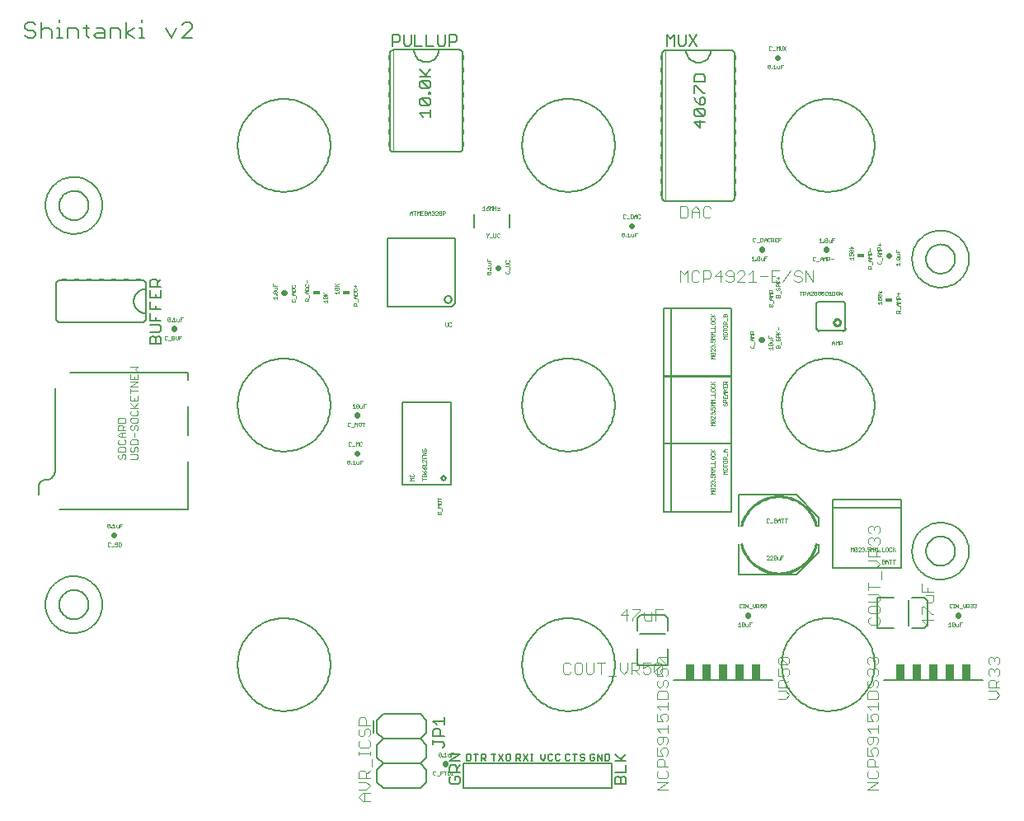
<source format=gto>
G75*
%MOIN*%
%OFA0B0*%
%FSLAX24Y24*%
%IPPOS*%
%LPD*%
%AMOC8*
5,1,8,0,0,1.08239X$1,22.5*
%
%ADD10C,0.0060*%
%ADD11C,0.0010*%
%ADD12C,0.0080*%
%ADD13C,0.0220*%
%ADD14C,0.0050*%
%ADD15C,0.0040*%
%ADD16R,0.0200X0.0050*%
%ADD17C,0.0006*%
%ADD18C,0.0100*%
%ADD19R,0.0300X0.0180*%
%ADD20R,0.0380X0.0660*%
%ADD21C,0.0020*%
%ADD22R,0.0050X0.0200*%
%ADD23C,0.0030*%
%ADD24C,0.0008*%
D10*
X010123Y016681D02*
X010125Y016748D01*
X010131Y016816D01*
X010141Y016883D01*
X010155Y016949D01*
X010172Y017014D01*
X010194Y017078D01*
X010219Y017141D01*
X010248Y017202D01*
X010280Y017261D01*
X010316Y017318D01*
X010355Y017373D01*
X010397Y017426D01*
X010442Y017476D01*
X010490Y017523D01*
X010541Y017568D01*
X010594Y017609D01*
X010650Y017648D01*
X010708Y017683D01*
X010768Y017714D01*
X010829Y017742D01*
X010892Y017766D01*
X010956Y017787D01*
X011022Y017803D01*
X011088Y017816D01*
X011155Y017825D01*
X011222Y017830D01*
X011290Y017831D01*
X011357Y017828D01*
X011424Y017821D01*
X011491Y017810D01*
X011557Y017795D01*
X011622Y017777D01*
X011686Y017754D01*
X011748Y017728D01*
X011809Y017699D01*
X011867Y017665D01*
X011924Y017629D01*
X011979Y017589D01*
X012031Y017546D01*
X012080Y017500D01*
X012127Y017451D01*
X012171Y017400D01*
X012211Y017346D01*
X012249Y017290D01*
X012283Y017231D01*
X012313Y017171D01*
X012340Y017109D01*
X012364Y017046D01*
X012383Y016981D01*
X012399Y016916D01*
X012411Y016849D01*
X012419Y016782D01*
X012423Y016715D01*
X012423Y016647D01*
X012419Y016580D01*
X012411Y016513D01*
X012399Y016446D01*
X012383Y016381D01*
X012364Y016316D01*
X012340Y016253D01*
X012313Y016191D01*
X012283Y016131D01*
X012249Y016072D01*
X012211Y016016D01*
X012171Y015962D01*
X012127Y015911D01*
X012080Y015862D01*
X012031Y015816D01*
X011979Y015773D01*
X011924Y015733D01*
X011867Y015697D01*
X011809Y015663D01*
X011748Y015634D01*
X011686Y015608D01*
X011622Y015585D01*
X011557Y015567D01*
X011491Y015552D01*
X011424Y015541D01*
X011357Y015534D01*
X011290Y015531D01*
X011222Y015532D01*
X011155Y015537D01*
X011088Y015546D01*
X011022Y015559D01*
X010956Y015575D01*
X010892Y015596D01*
X010829Y015620D01*
X010768Y015648D01*
X010708Y015679D01*
X010650Y015714D01*
X010594Y015753D01*
X010541Y015794D01*
X010490Y015839D01*
X010442Y015886D01*
X010397Y015936D01*
X010355Y015989D01*
X010316Y016044D01*
X010280Y016101D01*
X010248Y016160D01*
X010219Y016221D01*
X010194Y016284D01*
X010172Y016348D01*
X010155Y016413D01*
X010141Y016479D01*
X010131Y016546D01*
X010125Y016614D01*
X010123Y016681D01*
X010703Y028107D02*
X014043Y028107D01*
X014066Y028109D01*
X014089Y028114D01*
X014111Y028123D01*
X014131Y028136D01*
X014149Y028151D01*
X014164Y028169D01*
X014177Y028189D01*
X014186Y028211D01*
X014191Y028234D01*
X014193Y028257D01*
X014193Y028452D01*
X014193Y029452D01*
X014193Y029647D01*
X014191Y029670D01*
X014186Y029693D01*
X014177Y029715D01*
X014164Y029735D01*
X014149Y029753D01*
X014131Y029768D01*
X014111Y029781D01*
X014089Y029790D01*
X014066Y029795D01*
X014043Y029797D01*
X010703Y029797D01*
X010680Y029795D01*
X010657Y029790D01*
X010635Y029781D01*
X010615Y029768D01*
X010597Y029753D01*
X010582Y029735D01*
X010569Y029715D01*
X010560Y029693D01*
X010555Y029670D01*
X010553Y029647D01*
X010553Y028257D01*
X010555Y028234D01*
X010560Y028211D01*
X010569Y028189D01*
X010582Y028169D01*
X010597Y028151D01*
X010615Y028136D01*
X010635Y028123D01*
X010657Y028114D01*
X010680Y028109D01*
X010703Y028107D01*
X014193Y028452D02*
X014149Y028454D01*
X014106Y028460D01*
X014064Y028469D01*
X014022Y028482D01*
X013982Y028499D01*
X013943Y028519D01*
X013906Y028542D01*
X013872Y028569D01*
X013839Y028598D01*
X013810Y028631D01*
X013783Y028665D01*
X013760Y028702D01*
X013740Y028741D01*
X013723Y028781D01*
X013710Y028823D01*
X013701Y028865D01*
X013695Y028908D01*
X013693Y028952D01*
X013695Y028996D01*
X013701Y029039D01*
X013710Y029081D01*
X013723Y029123D01*
X013740Y029163D01*
X013760Y029202D01*
X013783Y029239D01*
X013810Y029273D01*
X013839Y029306D01*
X013872Y029335D01*
X013906Y029362D01*
X013943Y029385D01*
X013982Y029405D01*
X014022Y029422D01*
X014064Y029435D01*
X014106Y029444D01*
X014149Y029450D01*
X014193Y029452D01*
X010123Y032823D02*
X010125Y032890D01*
X010131Y032958D01*
X010141Y033025D01*
X010155Y033091D01*
X010172Y033156D01*
X010194Y033220D01*
X010219Y033283D01*
X010248Y033344D01*
X010280Y033403D01*
X010316Y033460D01*
X010355Y033515D01*
X010397Y033568D01*
X010442Y033618D01*
X010490Y033665D01*
X010541Y033710D01*
X010594Y033751D01*
X010650Y033790D01*
X010708Y033825D01*
X010768Y033856D01*
X010829Y033884D01*
X010892Y033908D01*
X010956Y033929D01*
X011022Y033945D01*
X011088Y033958D01*
X011155Y033967D01*
X011222Y033972D01*
X011290Y033973D01*
X011357Y033970D01*
X011424Y033963D01*
X011491Y033952D01*
X011557Y033937D01*
X011622Y033919D01*
X011686Y033896D01*
X011748Y033870D01*
X011809Y033841D01*
X011867Y033807D01*
X011924Y033771D01*
X011979Y033731D01*
X012031Y033688D01*
X012080Y033642D01*
X012127Y033593D01*
X012171Y033542D01*
X012211Y033488D01*
X012249Y033432D01*
X012283Y033373D01*
X012313Y033313D01*
X012340Y033251D01*
X012364Y033188D01*
X012383Y033123D01*
X012399Y033058D01*
X012411Y032991D01*
X012419Y032924D01*
X012423Y032857D01*
X012423Y032789D01*
X012419Y032722D01*
X012411Y032655D01*
X012399Y032588D01*
X012383Y032523D01*
X012364Y032458D01*
X012340Y032395D01*
X012313Y032333D01*
X012283Y032273D01*
X012249Y032214D01*
X012211Y032158D01*
X012171Y032104D01*
X012127Y032053D01*
X012080Y032004D01*
X012031Y031958D01*
X011979Y031915D01*
X011924Y031875D01*
X011867Y031839D01*
X011809Y031805D01*
X011748Y031776D01*
X011686Y031750D01*
X011622Y031727D01*
X011557Y031709D01*
X011491Y031694D01*
X011424Y031683D01*
X011357Y031676D01*
X011290Y031673D01*
X011222Y031674D01*
X011155Y031679D01*
X011088Y031688D01*
X011022Y031701D01*
X010956Y031717D01*
X010892Y031738D01*
X010829Y031762D01*
X010768Y031790D01*
X010708Y031821D01*
X010650Y031856D01*
X010594Y031895D01*
X010541Y031936D01*
X010490Y031981D01*
X010442Y032028D01*
X010397Y032078D01*
X010355Y032131D01*
X010316Y032186D01*
X010280Y032243D01*
X010248Y032302D01*
X010219Y032363D01*
X010194Y032426D01*
X010172Y032490D01*
X010155Y032555D01*
X010141Y032621D01*
X010131Y032688D01*
X010125Y032756D01*
X010123Y032823D01*
X009947Y039582D02*
X009947Y040223D01*
X010054Y040009D02*
X010268Y040009D01*
X010375Y039903D01*
X010375Y039582D01*
X010592Y039582D02*
X010806Y039582D01*
X010699Y039582D02*
X010699Y040009D01*
X010592Y040009D01*
X010699Y040223D02*
X010699Y040330D01*
X011022Y040009D02*
X011342Y040009D01*
X011449Y039903D01*
X011449Y039582D01*
X011773Y039689D02*
X011773Y040116D01*
X011666Y040009D02*
X011880Y040009D01*
X012203Y040009D02*
X012416Y040009D01*
X012523Y039903D01*
X012523Y039582D01*
X012203Y039582D01*
X012096Y039689D01*
X012203Y039796D01*
X012523Y039796D01*
X012741Y040009D02*
X012741Y039582D01*
X013168Y039582D02*
X013168Y039903D01*
X013061Y040009D01*
X012741Y040009D01*
X013385Y039796D02*
X013705Y039582D01*
X013922Y039582D02*
X014136Y039582D01*
X014029Y039582D02*
X014029Y040009D01*
X013922Y040009D01*
X013705Y040009D02*
X013385Y039796D01*
X013385Y039582D02*
X013385Y040223D01*
X014029Y040223D02*
X014029Y040330D01*
X014996Y040009D02*
X015210Y039582D01*
X015423Y040009D01*
X015641Y040116D02*
X015748Y040223D01*
X015961Y040223D01*
X016068Y040116D01*
X016068Y040009D01*
X015641Y039582D01*
X016068Y039582D01*
X011880Y039582D02*
X011773Y039689D01*
X011022Y039582D02*
X011022Y040009D01*
X010054Y040009D02*
X009947Y039903D01*
X009730Y039796D02*
X009730Y039689D01*
X009623Y039582D01*
X009410Y039582D01*
X009303Y039689D01*
X009410Y039903D02*
X009303Y040009D01*
X009303Y040116D01*
X009410Y040223D01*
X009623Y040223D01*
X009730Y040116D01*
X009623Y039903D02*
X009730Y039796D01*
X009623Y039903D02*
X009410Y039903D01*
X023943Y031482D02*
X023943Y028722D01*
X026563Y028722D01*
X026703Y028862D01*
X026703Y031482D01*
X023943Y031482D01*
X026262Y029022D02*
X026264Y029045D01*
X026270Y029068D01*
X026279Y029089D01*
X026292Y029109D01*
X026308Y029126D01*
X026326Y029140D01*
X026346Y029151D01*
X026368Y029159D01*
X026391Y029163D01*
X026415Y029163D01*
X026438Y029159D01*
X026460Y029151D01*
X026480Y029140D01*
X026498Y029126D01*
X026514Y029109D01*
X026527Y029089D01*
X026536Y029068D01*
X026542Y029045D01*
X026544Y029022D01*
X026542Y028999D01*
X026536Y028976D01*
X026527Y028955D01*
X026514Y028935D01*
X026498Y028918D01*
X026480Y028904D01*
X026460Y028893D01*
X026438Y028885D01*
X026415Y028881D01*
X026391Y028881D01*
X026368Y028885D01*
X026346Y028893D01*
X026326Y028904D01*
X026308Y028918D01*
X026292Y028935D01*
X026279Y028955D01*
X026270Y028976D01*
X026264Y028999D01*
X026262Y029022D01*
X026843Y034982D02*
X024203Y034982D01*
X024180Y034984D01*
X024157Y034989D01*
X024135Y034998D01*
X024115Y035011D01*
X024097Y035026D01*
X024082Y035044D01*
X024069Y035064D01*
X024060Y035086D01*
X024055Y035109D01*
X024053Y035132D01*
X024053Y038972D01*
X024055Y038995D01*
X024060Y039018D01*
X024069Y039040D01*
X024082Y039060D01*
X024097Y039078D01*
X024115Y039093D01*
X024135Y039106D01*
X024157Y039115D01*
X024180Y039120D01*
X024203Y039122D01*
X026843Y039122D01*
X026866Y039120D01*
X026889Y039115D01*
X026911Y039106D01*
X026931Y039093D01*
X026949Y039078D01*
X026964Y039060D01*
X026977Y039040D01*
X026986Y039018D01*
X026991Y038995D01*
X026993Y038972D01*
X026993Y035132D01*
X026991Y035109D01*
X026986Y035086D01*
X026977Y035064D01*
X026964Y035044D01*
X026949Y035026D01*
X026931Y035011D01*
X026911Y034998D01*
X026889Y034989D01*
X026866Y034984D01*
X026843Y034982D01*
X026023Y039122D02*
X026021Y039078D01*
X026015Y039035D01*
X026006Y038993D01*
X025993Y038951D01*
X025976Y038911D01*
X025956Y038872D01*
X025933Y038835D01*
X025906Y038801D01*
X025877Y038768D01*
X025844Y038739D01*
X025810Y038712D01*
X025773Y038689D01*
X025734Y038669D01*
X025694Y038652D01*
X025652Y038639D01*
X025610Y038630D01*
X025567Y038624D01*
X025523Y038622D01*
X025479Y038624D01*
X025436Y038630D01*
X025394Y038639D01*
X025352Y038652D01*
X025312Y038669D01*
X025273Y038689D01*
X025236Y038712D01*
X025202Y038739D01*
X025169Y038768D01*
X025140Y038801D01*
X025113Y038835D01*
X025090Y038872D01*
X025070Y038911D01*
X025053Y038951D01*
X025040Y038993D01*
X025031Y039035D01*
X025025Y039078D01*
X025023Y039122D01*
X035053Y038952D02*
X035053Y033152D01*
X035055Y033129D01*
X035060Y033106D01*
X035069Y033084D01*
X035082Y033064D01*
X035097Y033046D01*
X035115Y033031D01*
X035135Y033018D01*
X035157Y033009D01*
X035180Y033004D01*
X035203Y033002D01*
X037843Y033002D01*
X037866Y033004D01*
X037889Y033009D01*
X037911Y033018D01*
X037931Y033031D01*
X037949Y033046D01*
X037964Y033064D01*
X037977Y033084D01*
X037986Y033106D01*
X037991Y033129D01*
X037993Y033152D01*
X037993Y038952D01*
X037991Y038975D01*
X037986Y038998D01*
X037977Y039020D01*
X037964Y039040D01*
X037949Y039058D01*
X037931Y039073D01*
X037911Y039086D01*
X037889Y039095D01*
X037866Y039100D01*
X037843Y039102D01*
X037023Y039102D01*
X036023Y039102D01*
X035203Y039102D01*
X035180Y039100D01*
X035157Y039095D01*
X035135Y039086D01*
X035115Y039073D01*
X035097Y039058D01*
X035082Y039040D01*
X035069Y039020D01*
X035060Y038998D01*
X035055Y038975D01*
X035053Y038952D01*
X036023Y039102D02*
X036025Y039058D01*
X036031Y039015D01*
X036040Y038973D01*
X036053Y038931D01*
X036070Y038891D01*
X036090Y038852D01*
X036113Y038815D01*
X036140Y038781D01*
X036169Y038748D01*
X036202Y038719D01*
X036236Y038692D01*
X036273Y038669D01*
X036312Y038649D01*
X036352Y038632D01*
X036394Y038619D01*
X036436Y038610D01*
X036479Y038604D01*
X036523Y038602D01*
X036567Y038604D01*
X036610Y038610D01*
X036652Y038619D01*
X036694Y038632D01*
X036734Y038649D01*
X036773Y038669D01*
X036810Y038692D01*
X036844Y038719D01*
X036877Y038748D01*
X036906Y038781D01*
X036933Y038815D01*
X036956Y038852D01*
X036976Y038891D01*
X036993Y038931D01*
X037006Y038973D01*
X037015Y039015D01*
X037021Y039058D01*
X037023Y039102D01*
X045162Y030658D02*
X045164Y030725D01*
X045170Y030793D01*
X045180Y030860D01*
X045194Y030926D01*
X045211Y030991D01*
X045233Y031055D01*
X045258Y031118D01*
X045287Y031179D01*
X045319Y031238D01*
X045355Y031295D01*
X045394Y031350D01*
X045436Y031403D01*
X045481Y031453D01*
X045529Y031500D01*
X045580Y031545D01*
X045633Y031586D01*
X045689Y031625D01*
X045747Y031660D01*
X045807Y031691D01*
X045868Y031719D01*
X045931Y031743D01*
X045995Y031764D01*
X046061Y031780D01*
X046127Y031793D01*
X046194Y031802D01*
X046261Y031807D01*
X046329Y031808D01*
X046396Y031805D01*
X046463Y031798D01*
X046530Y031787D01*
X046596Y031772D01*
X046661Y031754D01*
X046725Y031731D01*
X046787Y031705D01*
X046848Y031676D01*
X046906Y031642D01*
X046963Y031606D01*
X047018Y031566D01*
X047070Y031523D01*
X047119Y031477D01*
X047166Y031428D01*
X047210Y031377D01*
X047250Y031323D01*
X047288Y031267D01*
X047322Y031208D01*
X047352Y031148D01*
X047379Y031086D01*
X047403Y031023D01*
X047422Y030958D01*
X047438Y030893D01*
X047450Y030826D01*
X047458Y030759D01*
X047462Y030692D01*
X047462Y030624D01*
X047458Y030557D01*
X047450Y030490D01*
X047438Y030423D01*
X047422Y030358D01*
X047403Y030293D01*
X047379Y030230D01*
X047352Y030168D01*
X047322Y030108D01*
X047288Y030049D01*
X047250Y029993D01*
X047210Y029939D01*
X047166Y029888D01*
X047119Y029839D01*
X047070Y029793D01*
X047018Y029750D01*
X046963Y029710D01*
X046906Y029674D01*
X046848Y029640D01*
X046787Y029611D01*
X046725Y029585D01*
X046661Y029562D01*
X046596Y029544D01*
X046530Y029529D01*
X046463Y029518D01*
X046396Y029511D01*
X046329Y029508D01*
X046261Y029509D01*
X046194Y029514D01*
X046127Y029523D01*
X046061Y029536D01*
X045995Y029552D01*
X045931Y029573D01*
X045868Y029597D01*
X045807Y029625D01*
X045747Y029656D01*
X045689Y029691D01*
X045633Y029730D01*
X045580Y029771D01*
X045529Y029816D01*
X045481Y029863D01*
X045436Y029913D01*
X045394Y029966D01*
X045355Y030021D01*
X045319Y030078D01*
X045287Y030137D01*
X045258Y030198D01*
X045233Y030261D01*
X045211Y030325D01*
X045194Y030390D01*
X045180Y030456D01*
X045170Y030523D01*
X045164Y030591D01*
X045162Y030658D01*
X042460Y028841D02*
X042460Y027872D01*
X042357Y027770D02*
X041389Y027770D01*
X041290Y027872D02*
X041290Y028841D01*
X041291Y028837D02*
X041292Y028854D01*
X041297Y028871D01*
X041304Y028886D01*
X041314Y028900D01*
X041326Y028912D01*
X041340Y028922D01*
X041355Y028929D01*
X041372Y028934D01*
X041389Y028935D01*
X042361Y028935D01*
X042378Y028934D01*
X042395Y028929D01*
X042410Y028922D01*
X042424Y028912D01*
X042436Y028900D01*
X042446Y028886D01*
X042453Y028871D01*
X042458Y028854D01*
X042459Y028837D01*
X045162Y018846D02*
X045164Y018913D01*
X045170Y018981D01*
X045180Y019048D01*
X045194Y019114D01*
X045211Y019179D01*
X045233Y019243D01*
X045258Y019306D01*
X045287Y019367D01*
X045319Y019426D01*
X045355Y019483D01*
X045394Y019538D01*
X045436Y019591D01*
X045481Y019641D01*
X045529Y019688D01*
X045580Y019733D01*
X045633Y019774D01*
X045689Y019813D01*
X045747Y019848D01*
X045807Y019879D01*
X045868Y019907D01*
X045931Y019931D01*
X045995Y019952D01*
X046061Y019968D01*
X046127Y019981D01*
X046194Y019990D01*
X046261Y019995D01*
X046329Y019996D01*
X046396Y019993D01*
X046463Y019986D01*
X046530Y019975D01*
X046596Y019960D01*
X046661Y019942D01*
X046725Y019919D01*
X046787Y019893D01*
X046848Y019864D01*
X046906Y019830D01*
X046963Y019794D01*
X047018Y019754D01*
X047070Y019711D01*
X047119Y019665D01*
X047166Y019616D01*
X047210Y019565D01*
X047250Y019511D01*
X047288Y019455D01*
X047322Y019396D01*
X047352Y019336D01*
X047379Y019274D01*
X047403Y019211D01*
X047422Y019146D01*
X047438Y019081D01*
X047450Y019014D01*
X047458Y018947D01*
X047462Y018880D01*
X047462Y018812D01*
X047458Y018745D01*
X047450Y018678D01*
X047438Y018611D01*
X047422Y018546D01*
X047403Y018481D01*
X047379Y018418D01*
X047352Y018356D01*
X047322Y018296D01*
X047288Y018237D01*
X047250Y018181D01*
X047210Y018127D01*
X047166Y018076D01*
X047119Y018027D01*
X047070Y017981D01*
X047018Y017938D01*
X046963Y017898D01*
X046906Y017862D01*
X046848Y017828D01*
X046787Y017799D01*
X046725Y017773D01*
X046661Y017750D01*
X046596Y017732D01*
X046530Y017717D01*
X046463Y017706D01*
X046396Y017699D01*
X046329Y017696D01*
X046261Y017697D01*
X046194Y017702D01*
X046127Y017711D01*
X046061Y017724D01*
X045995Y017740D01*
X045931Y017761D01*
X045868Y017785D01*
X045807Y017813D01*
X045747Y017844D01*
X045689Y017879D01*
X045633Y017918D01*
X045580Y017959D01*
X045529Y018004D01*
X045481Y018051D01*
X045436Y018101D01*
X045394Y018154D01*
X045355Y018209D01*
X045319Y018266D01*
X045287Y018325D01*
X045258Y018386D01*
X045233Y018449D01*
X045211Y018513D01*
X045194Y018578D01*
X045180Y018644D01*
X045170Y018711D01*
X045164Y018779D01*
X045162Y018846D01*
D11*
X044481Y018847D02*
X044406Y018922D01*
X044381Y018897D02*
X044481Y018998D01*
X044381Y018998D02*
X044381Y018847D01*
X044333Y018872D02*
X044308Y018847D01*
X044258Y018847D01*
X044233Y018872D01*
X044233Y018973D01*
X044258Y018998D01*
X044308Y018998D01*
X044333Y018973D01*
X044186Y018973D02*
X044161Y018998D01*
X044111Y018998D01*
X044086Y018973D01*
X044086Y018872D01*
X044111Y018847D01*
X044161Y018847D01*
X044186Y018872D01*
X044186Y018973D01*
X044039Y018847D02*
X043939Y018847D01*
X043939Y018998D01*
X043891Y018822D02*
X043791Y018822D01*
X043744Y018847D02*
X043744Y018998D01*
X043694Y018948D01*
X043644Y018998D01*
X043644Y018847D01*
X043597Y018847D02*
X043597Y018998D01*
X043547Y018948D01*
X043497Y018998D01*
X043497Y018847D01*
X043449Y018872D02*
X043424Y018847D01*
X043374Y018847D01*
X043349Y018872D01*
X043301Y018872D02*
X043301Y018847D01*
X043276Y018847D01*
X043276Y018872D01*
X043301Y018872D01*
X043349Y018922D02*
X043399Y018948D01*
X043424Y018948D01*
X043449Y018922D01*
X043449Y018872D01*
X043349Y018922D02*
X043349Y018998D01*
X043449Y018998D01*
X043228Y018973D02*
X043228Y018948D01*
X043203Y018922D01*
X043228Y018897D01*
X043228Y018872D01*
X043203Y018847D01*
X043153Y018847D01*
X043128Y018872D01*
X043081Y018847D02*
X042981Y018847D01*
X043081Y018948D01*
X043081Y018973D01*
X043056Y018998D01*
X043006Y018998D01*
X042981Y018973D01*
X042934Y018973D02*
X042834Y018872D01*
X042859Y018847D01*
X042909Y018847D01*
X042934Y018872D01*
X042934Y018973D01*
X042909Y018998D01*
X042859Y018998D01*
X042834Y018973D01*
X042834Y018872D01*
X042786Y018847D02*
X042786Y018998D01*
X042736Y018948D01*
X042686Y018998D01*
X042686Y018847D01*
X043128Y018973D02*
X043153Y018998D01*
X043203Y018998D01*
X043228Y018973D01*
X043203Y018922D02*
X043178Y018922D01*
X043939Y018498D02*
X044014Y018498D01*
X044039Y018473D01*
X044039Y018448D01*
X044014Y018422D01*
X043939Y018422D01*
X043939Y018347D02*
X044014Y018347D01*
X044039Y018372D01*
X044039Y018397D01*
X044014Y018422D01*
X044086Y018422D02*
X044186Y018422D01*
X044186Y018448D02*
X044186Y018347D01*
X044283Y018347D02*
X044283Y018498D01*
X044233Y018498D02*
X044333Y018498D01*
X044381Y018498D02*
X044481Y018498D01*
X044431Y018498D02*
X044431Y018347D01*
X044186Y018448D02*
X044136Y018498D01*
X044086Y018448D01*
X044086Y018347D01*
X043939Y018347D02*
X043939Y018498D01*
X046678Y016683D02*
X046678Y016582D01*
X046703Y016557D01*
X046753Y016557D01*
X046778Y016582D01*
X046825Y016557D02*
X046875Y016557D01*
X046850Y016557D02*
X046850Y016708D01*
X046825Y016708D02*
X046875Y016708D01*
X046923Y016708D02*
X047024Y016557D01*
X047024Y016708D01*
X046923Y016708D02*
X046923Y016557D01*
X047071Y016532D02*
X047171Y016532D01*
X047218Y016607D02*
X047268Y016557D01*
X047318Y016607D01*
X047318Y016708D01*
X047365Y016708D02*
X047441Y016708D01*
X047466Y016683D01*
X047466Y016632D01*
X047441Y016607D01*
X047365Y016607D01*
X047365Y016557D02*
X047365Y016708D01*
X047415Y016607D02*
X047466Y016557D01*
X047513Y016582D02*
X047538Y016557D01*
X047588Y016557D01*
X047613Y016582D01*
X047613Y016607D01*
X047588Y016632D01*
X047563Y016632D01*
X047588Y016632D02*
X047613Y016658D01*
X047613Y016683D01*
X047588Y016708D01*
X047538Y016708D01*
X047513Y016683D01*
X047660Y016683D02*
X047685Y016708D01*
X047735Y016708D01*
X047760Y016683D01*
X047760Y016658D01*
X047735Y016632D01*
X047760Y016607D01*
X047760Y016582D01*
X047735Y016557D01*
X047685Y016557D01*
X047660Y016582D01*
X047710Y016632D02*
X047735Y016632D01*
X047218Y016607D02*
X047218Y016708D01*
X046778Y016683D02*
X046753Y016708D01*
X046703Y016708D01*
X046678Y016683D01*
X046678Y015958D02*
X046678Y015807D01*
X046628Y015807D02*
X046728Y015807D01*
X046775Y015832D02*
X046875Y015933D01*
X046875Y015832D01*
X046850Y015807D01*
X046800Y015807D01*
X046775Y015832D01*
X046775Y015933D01*
X046800Y015958D01*
X046850Y015958D01*
X046875Y015933D01*
X046923Y015908D02*
X046923Y015832D01*
X046948Y015807D01*
X047023Y015807D01*
X047023Y015908D01*
X047070Y015882D02*
X047120Y015882D01*
X047070Y015807D02*
X047070Y015958D01*
X047170Y015958D01*
X046678Y015958D02*
X046628Y015908D01*
X039967Y018658D02*
X039867Y018658D01*
X039867Y018507D01*
X039820Y018507D02*
X039820Y018608D01*
X039867Y018582D02*
X039917Y018582D01*
X039820Y018507D02*
X039745Y018507D01*
X039720Y018532D01*
X039720Y018608D01*
X039673Y018633D02*
X039573Y018532D01*
X039598Y018507D01*
X039648Y018507D01*
X039673Y018532D01*
X039673Y018633D01*
X039648Y018658D01*
X039598Y018658D01*
X039573Y018633D01*
X039573Y018532D01*
X039525Y018507D02*
X039425Y018507D01*
X039525Y018608D01*
X039525Y018633D01*
X039500Y018658D01*
X039450Y018658D01*
X039425Y018633D01*
X039378Y018633D02*
X039353Y018658D01*
X039303Y018658D01*
X039278Y018633D01*
X039378Y018633D02*
X039378Y018608D01*
X039278Y018507D01*
X039378Y018507D01*
X039425Y019982D02*
X039525Y019982D01*
X039573Y020007D02*
X039648Y020007D01*
X039673Y020032D01*
X039673Y020057D01*
X039648Y020082D01*
X039573Y020082D01*
X039573Y020007D02*
X039573Y020158D01*
X039648Y020158D01*
X039673Y020133D01*
X039673Y020108D01*
X039648Y020082D01*
X039720Y020082D02*
X039820Y020082D01*
X039820Y020108D02*
X039820Y020007D01*
X039917Y020007D02*
X039917Y020158D01*
X039867Y020158D02*
X039967Y020158D01*
X040015Y020158D02*
X040115Y020158D01*
X040065Y020158D02*
X040065Y020007D01*
X039820Y020108D02*
X039770Y020158D01*
X039720Y020108D01*
X039720Y020007D01*
X039378Y020032D02*
X039353Y020007D01*
X039303Y020007D01*
X039278Y020032D01*
X039278Y020133D01*
X039303Y020158D01*
X039353Y020158D01*
X039378Y020133D01*
X037678Y021970D02*
X037528Y021970D01*
X037578Y022020D01*
X037528Y022070D01*
X037678Y022070D01*
X037653Y022118D02*
X037678Y022143D01*
X037678Y022193D01*
X037653Y022218D01*
X037553Y022218D01*
X037528Y022193D01*
X037528Y022143D01*
X037553Y022118D01*
X037653Y022118D01*
X037528Y022265D02*
X037528Y022365D01*
X037528Y022315D02*
X037678Y022315D01*
X037653Y022412D02*
X037678Y022437D01*
X037678Y022487D01*
X037653Y022512D01*
X037553Y022512D01*
X037528Y022487D01*
X037528Y022437D01*
X037553Y022412D01*
X037653Y022412D01*
X037678Y022560D02*
X037528Y022560D01*
X037528Y022635D01*
X037553Y022660D01*
X037603Y022660D01*
X037628Y022635D01*
X037628Y022560D01*
X037628Y022610D02*
X037678Y022660D01*
X037703Y022707D02*
X037703Y022807D01*
X037678Y022854D02*
X037578Y022854D01*
X037528Y022904D01*
X037578Y022954D01*
X037678Y022954D01*
X037603Y022954D02*
X037603Y022854D01*
X037178Y022854D02*
X037028Y022854D01*
X037053Y022807D02*
X037028Y022782D01*
X037028Y022732D01*
X037053Y022707D01*
X037153Y022707D01*
X037178Y022732D01*
X037178Y022782D01*
X037153Y022807D01*
X037128Y022854D02*
X037028Y022954D01*
X037103Y022879D02*
X037178Y022954D01*
X037153Y022660D02*
X037053Y022660D01*
X037028Y022635D01*
X037028Y022585D01*
X037053Y022560D01*
X037153Y022560D01*
X037178Y022585D01*
X037178Y022635D01*
X037153Y022660D01*
X037178Y022512D02*
X037178Y022412D01*
X037028Y022412D01*
X037203Y022365D02*
X037203Y022265D01*
X037178Y022218D02*
X037028Y022218D01*
X037078Y022168D01*
X037028Y022118D01*
X037178Y022118D01*
X037178Y022070D02*
X037028Y022070D01*
X037078Y022020D01*
X037028Y021970D01*
X037178Y021970D01*
X037153Y021923D02*
X037178Y021898D01*
X037178Y021848D01*
X037153Y021823D01*
X037153Y021774D02*
X037178Y021774D01*
X037178Y021749D01*
X037153Y021749D01*
X037153Y021774D01*
X037103Y021823D02*
X037078Y021873D01*
X037078Y021898D01*
X037103Y021923D01*
X037153Y021923D01*
X037103Y021823D02*
X037028Y021823D01*
X037028Y021923D01*
X037053Y021702D02*
X037078Y021702D01*
X037103Y021677D01*
X037128Y021702D01*
X037153Y021702D01*
X037178Y021677D01*
X037178Y021627D01*
X037153Y021602D01*
X037178Y021555D02*
X037178Y021455D01*
X037078Y021555D01*
X037053Y021555D01*
X037028Y021530D01*
X037028Y021480D01*
X037053Y021455D01*
X037053Y021407D02*
X037153Y021307D01*
X037178Y021332D01*
X037178Y021382D01*
X037153Y021407D01*
X037053Y021407D01*
X037028Y021382D01*
X037028Y021332D01*
X037053Y021307D01*
X037153Y021307D01*
X037178Y021260D02*
X037028Y021260D01*
X037078Y021210D01*
X037028Y021160D01*
X037178Y021160D01*
X037053Y021602D02*
X037028Y021627D01*
X037028Y021677D01*
X037053Y021702D01*
X037103Y021677D02*
X037103Y021652D01*
X037178Y023916D02*
X037028Y023916D01*
X037078Y023966D01*
X037028Y024016D01*
X037178Y024016D01*
X037153Y024063D02*
X037053Y024163D01*
X037153Y024163D01*
X037178Y024138D01*
X037178Y024088D01*
X037153Y024063D01*
X037053Y024063D01*
X037028Y024088D01*
X037028Y024138D01*
X037053Y024163D01*
X037053Y024210D02*
X037028Y024236D01*
X037028Y024286D01*
X037053Y024311D01*
X037078Y024311D01*
X037178Y024210D01*
X037178Y024311D01*
X037153Y024358D02*
X037178Y024383D01*
X037178Y024433D01*
X037153Y024458D01*
X037128Y024458D01*
X037103Y024433D01*
X037103Y024408D01*
X037103Y024433D02*
X037078Y024458D01*
X037053Y024458D01*
X037028Y024433D01*
X037028Y024383D01*
X037053Y024358D01*
X037153Y024505D02*
X037153Y024530D01*
X037178Y024530D01*
X037178Y024505D01*
X037153Y024505D01*
X037153Y024579D02*
X037178Y024604D01*
X037178Y024654D01*
X037153Y024679D01*
X037103Y024679D01*
X037078Y024654D01*
X037078Y024629D01*
X037103Y024579D01*
X037028Y024579D01*
X037028Y024679D01*
X037028Y024726D02*
X037078Y024776D01*
X037028Y024826D01*
X037178Y024826D01*
X037178Y024873D02*
X037028Y024873D01*
X037078Y024924D01*
X037028Y024974D01*
X037178Y024974D01*
X037203Y025021D02*
X037203Y025121D01*
X037178Y025168D02*
X037178Y025268D01*
X037153Y025315D02*
X037178Y025340D01*
X037178Y025391D01*
X037153Y025416D01*
X037053Y025416D01*
X037028Y025391D01*
X037028Y025340D01*
X037053Y025315D01*
X037153Y025315D01*
X037153Y025463D02*
X037178Y025488D01*
X037178Y025538D01*
X037153Y025563D01*
X037178Y025610D02*
X037028Y025610D01*
X037053Y025563D02*
X037028Y025538D01*
X037028Y025488D01*
X037053Y025463D01*
X037153Y025463D01*
X037128Y025610D02*
X037028Y025710D01*
X037103Y025635D02*
X037178Y025710D01*
X037528Y025685D02*
X037553Y025710D01*
X037603Y025710D01*
X037628Y025685D01*
X037628Y025610D01*
X037678Y025610D02*
X037528Y025610D01*
X037528Y025685D01*
X037628Y025660D02*
X037678Y025710D01*
X037678Y025563D02*
X037678Y025463D01*
X037528Y025463D01*
X037528Y025563D01*
X037603Y025513D02*
X037603Y025463D01*
X037678Y025416D02*
X037603Y025340D01*
X037628Y025315D02*
X037528Y025416D01*
X037528Y025315D02*
X037678Y025315D01*
X037678Y025268D02*
X037578Y025268D01*
X037528Y025218D01*
X037578Y025168D01*
X037678Y025168D01*
X037678Y025121D02*
X037678Y025021D01*
X037528Y025021D01*
X037528Y025121D01*
X037603Y025168D02*
X037603Y025268D01*
X037603Y025071D02*
X037603Y025021D01*
X037603Y024974D02*
X037628Y024949D01*
X037628Y024873D01*
X037628Y024826D02*
X037653Y024826D01*
X037678Y024801D01*
X037678Y024751D01*
X037653Y024726D01*
X037603Y024751D02*
X037603Y024801D01*
X037628Y024826D01*
X037678Y024873D02*
X037528Y024873D01*
X037528Y024949D01*
X037553Y024974D01*
X037603Y024974D01*
X037553Y024826D02*
X037528Y024801D01*
X037528Y024751D01*
X037553Y024726D01*
X037578Y024726D01*
X037603Y024751D01*
X037178Y024726D02*
X037028Y024726D01*
X037028Y025168D02*
X037178Y025168D01*
X037178Y026628D02*
X037028Y026628D01*
X037078Y026678D01*
X037028Y026729D01*
X037178Y026729D01*
X037153Y026776D02*
X037053Y026876D01*
X037153Y026876D01*
X037178Y026851D01*
X037178Y026801D01*
X037153Y026776D01*
X037053Y026776D01*
X037028Y026801D01*
X037028Y026851D01*
X037053Y026876D01*
X037053Y026923D02*
X037028Y026948D01*
X037028Y026998D01*
X037053Y027023D01*
X037078Y027023D01*
X037178Y026923D01*
X037178Y027023D01*
X037153Y027070D02*
X037178Y027095D01*
X037178Y027145D01*
X037153Y027171D01*
X037128Y027171D01*
X037103Y027145D01*
X037103Y027120D01*
X037103Y027145D02*
X037078Y027171D01*
X037053Y027171D01*
X037028Y027145D01*
X037028Y027095D01*
X037053Y027070D01*
X037153Y027218D02*
X037153Y027243D01*
X037178Y027243D01*
X037178Y027218D01*
X037153Y027218D01*
X037153Y027291D02*
X037178Y027316D01*
X037178Y027366D01*
X037153Y027391D01*
X037103Y027391D01*
X037078Y027366D01*
X037078Y027341D01*
X037103Y027291D01*
X037028Y027291D01*
X037028Y027391D01*
X037028Y027439D02*
X037078Y027489D01*
X037028Y027539D01*
X037178Y027539D01*
X037178Y027586D02*
X037028Y027586D01*
X037078Y027636D01*
X037028Y027686D01*
X037178Y027686D01*
X037203Y027733D02*
X037203Y027833D01*
X037178Y027881D02*
X037178Y027981D01*
X037153Y028028D02*
X037178Y028053D01*
X037178Y028103D01*
X037153Y028128D01*
X037053Y028128D01*
X037028Y028103D01*
X037028Y028053D01*
X037053Y028028D01*
X037153Y028028D01*
X037153Y028175D02*
X037178Y028200D01*
X037178Y028250D01*
X037153Y028275D01*
X037178Y028323D02*
X037028Y028323D01*
X037053Y028275D02*
X037028Y028250D01*
X037028Y028200D01*
X037053Y028175D01*
X037153Y028175D01*
X037128Y028323D02*
X037028Y028423D01*
X037103Y028348D02*
X037178Y028423D01*
X037528Y028398D02*
X037553Y028423D01*
X037578Y028423D01*
X037603Y028398D01*
X037603Y028323D01*
X037603Y028398D02*
X037628Y028423D01*
X037653Y028423D01*
X037678Y028398D01*
X037678Y028323D01*
X037528Y028323D01*
X037528Y028398D01*
X037703Y028275D02*
X037703Y028175D01*
X037678Y028128D02*
X037628Y028078D01*
X037628Y028103D02*
X037628Y028028D01*
X037678Y028028D02*
X037528Y028028D01*
X037528Y028103D01*
X037553Y028128D01*
X037603Y028128D01*
X037628Y028103D01*
X037653Y027981D02*
X037553Y027981D01*
X037528Y027956D01*
X037528Y027906D01*
X037553Y027881D01*
X037653Y027881D01*
X037678Y027906D01*
X037678Y027956D01*
X037653Y027981D01*
X037528Y027833D02*
X037528Y027733D01*
X037528Y027783D02*
X037678Y027783D01*
X037653Y027686D02*
X037553Y027686D01*
X037528Y027661D01*
X037528Y027611D01*
X037553Y027586D01*
X037653Y027586D01*
X037678Y027611D01*
X037678Y027661D01*
X037653Y027686D01*
X037678Y027539D02*
X037528Y027539D01*
X037578Y027489D01*
X037528Y027439D01*
X037678Y027439D01*
X037178Y027439D02*
X037028Y027439D01*
X037028Y027881D02*
X037178Y027881D01*
X038618Y027722D02*
X038618Y027647D01*
X038768Y027647D01*
X038768Y027599D02*
X038618Y027599D01*
X038668Y027549D01*
X038618Y027499D01*
X038768Y027499D01*
X038768Y027452D02*
X038668Y027452D01*
X038618Y027402D01*
X038668Y027352D01*
X038768Y027352D01*
X038793Y027305D02*
X038793Y027205D01*
X038743Y027158D02*
X038768Y027132D01*
X038768Y027082D01*
X038743Y027057D01*
X038643Y027057D01*
X038618Y027082D01*
X038618Y027132D01*
X038643Y027158D01*
X038693Y027352D02*
X038693Y027452D01*
X038718Y027647D02*
X038718Y027722D01*
X038693Y027747D01*
X038643Y027747D01*
X038618Y027722D01*
X039368Y027549D02*
X039368Y027449D01*
X039518Y027449D01*
X039518Y027402D02*
X039418Y027402D01*
X039443Y027449D02*
X039443Y027499D01*
X039518Y027402D02*
X039518Y027327D01*
X039493Y027302D01*
X039418Y027302D01*
X039393Y027255D02*
X039493Y027155D01*
X039518Y027180D01*
X039518Y027230D01*
X039493Y027255D01*
X039393Y027255D01*
X039368Y027230D01*
X039368Y027180D01*
X039393Y027155D01*
X039493Y027155D01*
X039518Y027108D02*
X039518Y027007D01*
X039518Y027057D02*
X039368Y027057D01*
X039418Y027007D01*
X039668Y027057D02*
X039668Y027132D01*
X039693Y027158D01*
X039718Y027158D01*
X039743Y027132D01*
X039743Y027057D01*
X039818Y027057D02*
X039818Y027132D01*
X039793Y027158D01*
X039768Y027158D01*
X039743Y027132D01*
X039818Y027057D02*
X039668Y027057D01*
X039843Y027205D02*
X039843Y027305D01*
X039793Y027352D02*
X039818Y027377D01*
X039818Y027427D01*
X039793Y027452D01*
X039768Y027452D01*
X039743Y027427D01*
X039743Y027377D01*
X039718Y027352D01*
X039693Y027352D01*
X039668Y027377D01*
X039668Y027427D01*
X039693Y027452D01*
X039668Y027499D02*
X039818Y027499D01*
X039768Y027499D02*
X039768Y027574D01*
X039743Y027599D01*
X039693Y027599D01*
X039668Y027574D01*
X039668Y027499D01*
X039668Y027647D02*
X039818Y027647D01*
X039768Y027647D02*
X039668Y027747D01*
X039743Y027794D02*
X039743Y027894D01*
X039818Y027747D02*
X039743Y027672D01*
X039528Y028721D02*
X039528Y028796D01*
X039503Y028821D01*
X039478Y028821D01*
X039453Y028796D01*
X039453Y028721D01*
X039453Y028796D02*
X039428Y028821D01*
X039403Y028821D01*
X039378Y028796D01*
X039378Y028721D01*
X039528Y028721D01*
X039553Y028868D02*
X039553Y028968D01*
X039528Y029015D02*
X039428Y029015D01*
X039378Y029065D01*
X039428Y029116D01*
X039528Y029116D01*
X039528Y029163D02*
X039378Y029163D01*
X039428Y029213D01*
X039378Y029263D01*
X039528Y029263D01*
X039528Y029310D02*
X039378Y029310D01*
X039378Y029385D01*
X039403Y029410D01*
X039453Y029410D01*
X039478Y029385D01*
X039478Y029310D01*
X039453Y029116D02*
X039453Y029015D01*
X039668Y029107D02*
X039668Y029182D01*
X039693Y029208D01*
X039718Y029208D01*
X039743Y029182D01*
X039743Y029107D01*
X039818Y029107D02*
X039818Y029182D01*
X039793Y029208D01*
X039768Y029208D01*
X039743Y029182D01*
X039818Y029107D02*
X039668Y029107D01*
X039843Y029255D02*
X039843Y029355D01*
X039793Y029402D02*
X039818Y029427D01*
X039818Y029477D01*
X039793Y029502D01*
X039768Y029502D01*
X039743Y029477D01*
X039743Y029427D01*
X039718Y029402D01*
X039693Y029402D01*
X039668Y029427D01*
X039668Y029477D01*
X039693Y029502D01*
X039668Y029549D02*
X039818Y029549D01*
X039768Y029549D02*
X039768Y029624D01*
X039743Y029649D01*
X039693Y029649D01*
X039668Y029624D01*
X039668Y029549D01*
X039668Y029697D02*
X039818Y029697D01*
X039768Y029697D02*
X039668Y029797D01*
X039743Y029844D02*
X039743Y029944D01*
X039693Y029894D02*
X039793Y029894D01*
X039818Y029797D02*
X039743Y029722D01*
X040610Y029348D02*
X040710Y029348D01*
X040757Y029348D02*
X040832Y029348D01*
X040857Y029323D01*
X040857Y029272D01*
X040832Y029247D01*
X040757Y029247D01*
X040757Y029197D02*
X040757Y029348D01*
X040660Y029348D02*
X040660Y029197D01*
X040905Y029197D02*
X040905Y029298D01*
X040955Y029348D01*
X041005Y029298D01*
X041005Y029197D01*
X041052Y029197D02*
X041152Y029298D01*
X041152Y029323D01*
X041127Y029348D01*
X041077Y029348D01*
X041052Y029323D01*
X041005Y029272D02*
X040905Y029272D01*
X041052Y029197D02*
X041152Y029197D01*
X041199Y029222D02*
X041299Y029323D01*
X041299Y029222D01*
X041274Y029197D01*
X041224Y029197D01*
X041199Y029222D01*
X041199Y029323D01*
X041224Y029348D01*
X041274Y029348D01*
X041299Y029323D01*
X041347Y029323D02*
X041372Y029348D01*
X041422Y029348D01*
X041447Y029323D01*
X041347Y029222D01*
X041372Y029197D01*
X041422Y029197D01*
X041447Y029222D01*
X041447Y029323D01*
X041494Y029348D02*
X041494Y029272D01*
X041544Y029298D01*
X041569Y029298D01*
X041594Y029272D01*
X041594Y029222D01*
X041569Y029197D01*
X041519Y029197D01*
X041494Y029222D01*
X041494Y029348D02*
X041594Y029348D01*
X041641Y029348D02*
X041716Y029348D01*
X041741Y029323D01*
X041741Y029222D01*
X041716Y029197D01*
X041641Y029197D01*
X041641Y029348D01*
X041789Y029298D02*
X041839Y029348D01*
X041839Y029197D01*
X041789Y029197D02*
X041889Y029197D01*
X041936Y029197D02*
X042011Y029197D01*
X042036Y029222D01*
X042036Y029323D01*
X042011Y029348D01*
X041936Y029348D01*
X041936Y029197D01*
X042083Y029222D02*
X042108Y029197D01*
X042158Y029197D01*
X042183Y029222D01*
X042183Y029272D01*
X042133Y029272D01*
X042083Y029222D02*
X042083Y029323D01*
X042108Y029348D01*
X042158Y029348D01*
X042183Y029323D01*
X042231Y029348D02*
X042331Y029197D01*
X042331Y029348D01*
X042231Y029348D02*
X042231Y029197D01*
X041347Y029222D02*
X041347Y029323D01*
X041391Y030572D02*
X041291Y030572D01*
X041244Y030622D02*
X041219Y030597D01*
X041169Y030597D01*
X041144Y030622D01*
X041144Y030723D01*
X041169Y030748D01*
X041219Y030748D01*
X041244Y030723D01*
X041439Y030698D02*
X041489Y030748D01*
X041539Y030698D01*
X041539Y030597D01*
X041586Y030597D02*
X041586Y030748D01*
X041636Y030698D01*
X041686Y030748D01*
X041686Y030597D01*
X041733Y030597D02*
X041733Y030748D01*
X041808Y030748D01*
X041833Y030723D01*
X041833Y030672D01*
X041808Y030647D01*
X041733Y030647D01*
X041881Y030672D02*
X041981Y030672D01*
X041539Y030672D02*
X041439Y030672D01*
X041439Y030698D02*
X041439Y030597D01*
X041415Y031347D02*
X041515Y031347D01*
X041562Y031347D02*
X041587Y031347D01*
X041587Y031372D01*
X041562Y031372D01*
X041562Y031347D01*
X041636Y031372D02*
X041736Y031473D01*
X041736Y031372D01*
X041711Y031347D01*
X041661Y031347D01*
X041636Y031372D01*
X041636Y031473D01*
X041661Y031498D01*
X041711Y031498D01*
X041736Y031473D01*
X041783Y031448D02*
X041783Y031372D01*
X041808Y031347D01*
X041883Y031347D01*
X041883Y031448D01*
X041931Y031422D02*
X041981Y031422D01*
X041931Y031347D02*
X041931Y031498D01*
X042031Y031498D01*
X041465Y031498D02*
X041465Y031347D01*
X041415Y031448D02*
X041465Y031498D01*
X042628Y031085D02*
X042778Y031085D01*
X042728Y031085D02*
X042678Y031160D01*
X042728Y031085D02*
X042778Y031160D01*
X042753Y031037D02*
X042778Y031012D01*
X042778Y030962D01*
X042753Y030937D01*
X042653Y031037D01*
X042753Y031037D01*
X042753Y030937D02*
X042653Y030937D01*
X042628Y030962D01*
X042628Y031012D01*
X042653Y031037D01*
X042628Y030890D02*
X042628Y030790D01*
X042703Y030790D01*
X042678Y030840D01*
X042678Y030865D01*
X042703Y030890D01*
X042753Y030890D01*
X042778Y030865D01*
X042778Y030815D01*
X042753Y030790D01*
X042778Y030743D02*
X042778Y030643D01*
X042778Y030693D02*
X042628Y030693D01*
X042678Y030643D01*
X043378Y030618D02*
X043428Y030668D01*
X043528Y030668D01*
X043528Y030715D02*
X043378Y030715D01*
X043428Y030765D01*
X043378Y030816D01*
X043528Y030816D01*
X043528Y030863D02*
X043378Y030863D01*
X043378Y030938D01*
X043403Y030963D01*
X043453Y030963D01*
X043478Y030938D01*
X043478Y030863D01*
X043453Y031010D02*
X043453Y031110D01*
X043768Y031122D02*
X043793Y031147D01*
X043843Y031147D01*
X043868Y031122D01*
X043868Y031047D01*
X043918Y031047D02*
X043768Y031047D01*
X043768Y031122D01*
X043843Y031194D02*
X043843Y031294D01*
X043793Y031244D02*
X043893Y031244D01*
X043918Y030999D02*
X043768Y030999D01*
X043818Y030949D01*
X043768Y030899D01*
X043918Y030899D01*
X043918Y030852D02*
X043818Y030852D01*
X043768Y030802D01*
X043818Y030752D01*
X043918Y030752D01*
X043943Y030705D02*
X043943Y030605D01*
X043893Y030558D02*
X043918Y030532D01*
X043918Y030482D01*
X043893Y030457D01*
X043793Y030457D01*
X043768Y030482D01*
X043768Y030532D01*
X043793Y030558D01*
X043843Y030752D02*
X043843Y030852D01*
X043528Y030568D02*
X043428Y030568D01*
X043378Y030618D01*
X043453Y030568D02*
X043453Y030668D01*
X043553Y030521D02*
X043553Y030421D01*
X043528Y030374D02*
X043478Y030324D01*
X043478Y030349D02*
X043478Y030273D01*
X043528Y030273D02*
X043378Y030273D01*
X043378Y030349D01*
X043403Y030374D01*
X043453Y030374D01*
X043478Y030349D01*
X044518Y030457D02*
X044668Y030457D01*
X044668Y030407D02*
X044668Y030508D01*
X044668Y030555D02*
X044668Y030580D01*
X044643Y030580D01*
X044643Y030555D01*
X044668Y030555D01*
X044643Y030628D02*
X044543Y030728D01*
X044643Y030728D01*
X044668Y030703D01*
X044668Y030653D01*
X044643Y030628D01*
X044543Y030628D01*
X044518Y030653D01*
X044518Y030703D01*
X044543Y030728D01*
X044568Y030776D02*
X044643Y030776D01*
X044668Y030801D01*
X044668Y030876D01*
X044568Y030876D01*
X044593Y030923D02*
X044593Y030973D01*
X044668Y030923D02*
X044518Y030923D01*
X044518Y031023D01*
X044518Y030457D02*
X044568Y030407D01*
X044603Y029310D02*
X044603Y029210D01*
X044603Y029163D02*
X044628Y029138D01*
X044628Y029063D01*
X044678Y029063D02*
X044528Y029063D01*
X044528Y029138D01*
X044553Y029163D01*
X044603Y029163D01*
X044553Y029260D02*
X044653Y029260D01*
X044678Y029016D02*
X044528Y029016D01*
X044578Y028965D01*
X044528Y028915D01*
X044678Y028915D01*
X044678Y028868D02*
X044578Y028868D01*
X044528Y028818D01*
X044578Y028768D01*
X044678Y028768D01*
X044703Y028721D02*
X044703Y028621D01*
X044678Y028574D02*
X044628Y028524D01*
X044628Y028549D02*
X044628Y028473D01*
X044678Y028473D02*
X044528Y028473D01*
X044528Y028549D01*
X044553Y028574D01*
X044603Y028574D01*
X044628Y028549D01*
X044603Y028768D02*
X044603Y028868D01*
X043928Y028893D02*
X043778Y028893D01*
X043828Y028843D01*
X043928Y028843D02*
X043928Y028943D01*
X043903Y028990D02*
X043928Y029015D01*
X043928Y029065D01*
X043903Y029090D01*
X043853Y029090D01*
X043828Y029065D01*
X043828Y029040D01*
X043853Y028990D01*
X043778Y028990D01*
X043778Y029090D01*
X043803Y029137D02*
X043778Y029162D01*
X043778Y029212D01*
X043803Y029237D01*
X043903Y029137D01*
X043928Y029162D01*
X043928Y029212D01*
X043903Y029237D01*
X043803Y029237D01*
X043778Y029285D02*
X043928Y029285D01*
X043878Y029285D02*
X043828Y029360D01*
X043878Y029285D02*
X043928Y029360D01*
X043903Y029137D02*
X043803Y029137D01*
X042306Y027348D02*
X042331Y027323D01*
X042331Y027272D01*
X042306Y027247D01*
X042231Y027247D01*
X042231Y027197D02*
X042231Y027348D01*
X042306Y027348D01*
X042183Y027348D02*
X042183Y027197D01*
X042083Y027197D02*
X042083Y027348D01*
X042133Y027298D01*
X042183Y027348D01*
X042036Y027298D02*
X042036Y027197D01*
X042036Y027272D02*
X041936Y027272D01*
X041936Y027298D02*
X041986Y027348D01*
X042036Y027298D01*
X041936Y027298D02*
X041936Y027197D01*
X039194Y030607D02*
X039194Y030758D01*
X039294Y030758D01*
X039244Y030682D02*
X039194Y030682D01*
X039146Y030708D02*
X039146Y030607D01*
X039071Y030607D01*
X039046Y030632D01*
X039046Y030708D01*
X038999Y030733D02*
X038899Y030632D01*
X038924Y030607D01*
X038974Y030607D01*
X038999Y030632D01*
X038999Y030733D01*
X038974Y030758D01*
X038924Y030758D01*
X038899Y030733D01*
X038899Y030632D01*
X038850Y030632D02*
X038850Y030607D01*
X038825Y030607D01*
X038825Y030632D01*
X038850Y030632D01*
X038778Y030607D02*
X038678Y030607D01*
X038728Y030607D02*
X038728Y030758D01*
X038678Y030708D01*
X038753Y031357D02*
X038803Y031357D01*
X038828Y031382D01*
X038875Y031332D02*
X038975Y031332D01*
X039023Y031357D02*
X039098Y031357D01*
X039123Y031382D01*
X039123Y031483D01*
X039098Y031508D01*
X039023Y031508D01*
X039023Y031357D01*
X039170Y031357D02*
X039170Y031458D01*
X039220Y031508D01*
X039270Y031458D01*
X039270Y031357D01*
X039317Y031382D02*
X039342Y031357D01*
X039392Y031357D01*
X039417Y031382D01*
X039465Y031357D02*
X039465Y031508D01*
X039540Y031508D01*
X039565Y031483D01*
X039565Y031432D01*
X039540Y031407D01*
X039465Y031407D01*
X039515Y031407D02*
X039565Y031357D01*
X039612Y031357D02*
X039712Y031357D01*
X039759Y031357D02*
X039759Y031508D01*
X039859Y031508D01*
X039809Y031432D02*
X039759Y031432D01*
X039712Y031508D02*
X039612Y031508D01*
X039612Y031357D01*
X039612Y031432D02*
X039662Y031432D01*
X039417Y031483D02*
X039392Y031508D01*
X039342Y031508D01*
X039317Y031483D01*
X039317Y031382D01*
X039270Y031432D02*
X039170Y031432D01*
X038828Y031483D02*
X038803Y031508D01*
X038753Y031508D01*
X038728Y031483D01*
X038728Y031382D01*
X038753Y031357D01*
X034167Y032332D02*
X034142Y032307D01*
X034092Y032307D01*
X034067Y032332D01*
X034067Y032433D01*
X034092Y032458D01*
X034142Y032458D01*
X034167Y032433D01*
X034020Y032408D02*
X034020Y032307D01*
X034020Y032382D02*
X033920Y032382D01*
X033920Y032408D02*
X033970Y032458D01*
X034020Y032408D01*
X033920Y032408D02*
X033920Y032307D01*
X033873Y032332D02*
X033873Y032433D01*
X033848Y032458D01*
X033773Y032458D01*
X033773Y032307D01*
X033848Y032307D01*
X033873Y032332D01*
X033725Y032282D02*
X033625Y032282D01*
X033578Y032332D02*
X033553Y032307D01*
X033503Y032307D01*
X033478Y032332D01*
X033478Y032433D01*
X033503Y032458D01*
X033553Y032458D01*
X033578Y032433D01*
X033503Y031708D02*
X033528Y031683D01*
X033428Y031582D01*
X033453Y031557D01*
X033503Y031557D01*
X033528Y031582D01*
X033528Y031683D01*
X033503Y031708D02*
X033453Y031708D01*
X033428Y031683D01*
X033428Y031582D01*
X033575Y031582D02*
X033600Y031582D01*
X033600Y031557D01*
X033575Y031557D01*
X033575Y031582D01*
X033649Y031557D02*
X033749Y031557D01*
X033699Y031557D02*
X033699Y031708D01*
X033649Y031658D01*
X033796Y031658D02*
X033796Y031582D01*
X033821Y031557D01*
X033896Y031557D01*
X033896Y031658D01*
X033944Y031632D02*
X033994Y031632D01*
X033944Y031557D02*
X033944Y031708D01*
X034044Y031708D01*
X028878Y030585D02*
X028853Y030610D01*
X028878Y030585D02*
X028878Y030535D01*
X028853Y030510D01*
X028753Y030510D01*
X028728Y030535D01*
X028728Y030585D01*
X028753Y030610D01*
X028728Y030463D02*
X028853Y030463D01*
X028878Y030438D01*
X028878Y030388D01*
X028853Y030363D01*
X028728Y030363D01*
X028903Y030316D02*
X028903Y030215D01*
X028853Y030168D02*
X028878Y030143D01*
X028878Y030093D01*
X028853Y030068D01*
X028753Y030068D01*
X028728Y030093D01*
X028728Y030143D01*
X028753Y030168D01*
X028128Y030192D02*
X028128Y030217D01*
X028103Y030217D01*
X028103Y030192D01*
X028128Y030192D01*
X028103Y030145D02*
X028128Y030120D01*
X028128Y030069D01*
X028103Y030044D01*
X028003Y030145D01*
X028103Y030145D01*
X028003Y030145D02*
X027978Y030120D01*
X027978Y030069D01*
X028003Y030044D01*
X028103Y030044D01*
X028128Y030265D02*
X028128Y030366D01*
X028128Y030315D02*
X027978Y030315D01*
X028028Y030265D01*
X028028Y030413D02*
X028103Y030413D01*
X028128Y030438D01*
X028128Y030513D01*
X028028Y030513D01*
X028053Y030560D02*
X028053Y030610D01*
X028128Y030560D02*
X027978Y030560D01*
X027978Y030660D01*
X028086Y031522D02*
X028186Y031522D01*
X028233Y031572D02*
X028258Y031547D01*
X028308Y031547D01*
X028333Y031572D01*
X028333Y031698D01*
X028381Y031673D02*
X028381Y031572D01*
X028406Y031547D01*
X028456Y031547D01*
X028481Y031572D01*
X028481Y031673D02*
X028456Y031698D01*
X028406Y031698D01*
X028381Y031673D01*
X028233Y031698D02*
X028233Y031572D01*
X028039Y031673D02*
X028039Y031698D01*
X028039Y031673D02*
X027989Y031622D01*
X027989Y031547D01*
X027989Y031622D02*
X027939Y031673D01*
X027939Y031698D01*
X027964Y032647D02*
X028014Y032647D01*
X028039Y032672D01*
X028039Y032697D01*
X028014Y032722D01*
X027939Y032722D01*
X027939Y032672D01*
X027964Y032647D01*
X027891Y032647D02*
X027791Y032647D01*
X027841Y032647D02*
X027841Y032798D01*
X027791Y032748D01*
X027939Y032722D02*
X027989Y032773D01*
X028039Y032798D01*
X028086Y032798D02*
X028136Y032748D01*
X028186Y032798D01*
X028186Y032647D01*
X028233Y032647D02*
X028233Y032798D01*
X028233Y032722D02*
X028333Y032722D01*
X028381Y032748D02*
X028481Y032748D01*
X028381Y032647D01*
X028481Y032647D01*
X028333Y032647D02*
X028333Y032798D01*
X028086Y032798D02*
X028086Y032647D01*
X026281Y032573D02*
X026281Y032522D01*
X026256Y032497D01*
X026181Y032497D01*
X026133Y032497D02*
X026133Y032472D01*
X026108Y032447D01*
X026058Y032447D01*
X026033Y032472D01*
X026033Y032497D01*
X026058Y032522D01*
X026108Y032522D01*
X026133Y032497D01*
X026108Y032522D02*
X026133Y032548D01*
X026133Y032573D01*
X026108Y032598D01*
X026058Y032598D01*
X026033Y032573D01*
X026033Y032548D01*
X026058Y032522D01*
X025986Y032548D02*
X025986Y032573D01*
X025961Y032598D01*
X025911Y032598D01*
X025886Y032573D01*
X025839Y032573D02*
X025839Y032548D01*
X025814Y032522D01*
X025839Y032497D01*
X025839Y032472D01*
X025814Y032447D01*
X025764Y032447D01*
X025739Y032472D01*
X025691Y032447D02*
X025691Y032548D01*
X025641Y032598D01*
X025591Y032548D01*
X025591Y032447D01*
X025544Y032472D02*
X025544Y032522D01*
X025494Y032522D01*
X025444Y032472D02*
X025469Y032447D01*
X025519Y032447D01*
X025544Y032472D01*
X025591Y032522D02*
X025691Y032522D01*
X025739Y032573D02*
X025764Y032598D01*
X025814Y032598D01*
X025839Y032573D01*
X025814Y032522D02*
X025789Y032522D01*
X025886Y032447D02*
X025986Y032548D01*
X025986Y032447D02*
X025886Y032447D01*
X026181Y032447D02*
X026181Y032598D01*
X026256Y032598D01*
X026281Y032573D01*
X025544Y032573D02*
X025519Y032598D01*
X025469Y032598D01*
X025444Y032573D01*
X025444Y032472D01*
X025397Y032447D02*
X025297Y032447D01*
X025297Y032598D01*
X025397Y032598D01*
X025347Y032522D02*
X025297Y032522D01*
X025249Y032598D02*
X025249Y032447D01*
X025149Y032447D02*
X025149Y032598D01*
X025199Y032548D01*
X025249Y032598D01*
X025102Y032598D02*
X025002Y032598D01*
X025052Y032598D02*
X025052Y032447D01*
X024955Y032447D02*
X024955Y032548D01*
X024905Y032598D01*
X024855Y032548D01*
X024855Y032447D01*
X024855Y032522D02*
X024955Y032522D01*
X022653Y029610D02*
X022653Y029510D01*
X022703Y029463D02*
X022728Y029438D01*
X022728Y029388D01*
X022703Y029363D01*
X022603Y029363D01*
X022578Y029388D01*
X022578Y029438D01*
X022603Y029463D01*
X022603Y029560D02*
X022703Y029560D01*
X022703Y029316D02*
X022603Y029316D01*
X022578Y029291D01*
X022578Y029215D01*
X022728Y029215D01*
X022728Y029291D01*
X022703Y029316D01*
X022728Y029168D02*
X022628Y029168D01*
X022578Y029118D01*
X022628Y029068D01*
X022728Y029068D01*
X022753Y029021D02*
X022753Y028921D01*
X022728Y028874D02*
X022678Y028824D01*
X022678Y028849D02*
X022678Y028773D01*
X022728Y028773D02*
X022578Y028773D01*
X022578Y028849D01*
X022603Y028874D01*
X022653Y028874D01*
X022678Y028849D01*
X022653Y029068D02*
X022653Y029168D01*
X021978Y029265D02*
X021978Y029366D01*
X021978Y029315D02*
X021828Y029315D01*
X021878Y029265D01*
X021853Y029413D02*
X021828Y029438D01*
X021828Y029488D01*
X021853Y029513D01*
X021953Y029413D01*
X021978Y029438D01*
X021978Y029488D01*
X021953Y029513D01*
X021853Y029513D01*
X021828Y029560D02*
X021978Y029560D01*
X021928Y029560D02*
X021828Y029660D01*
X021903Y029585D02*
X021978Y029660D01*
X021953Y029413D02*
X021853Y029413D01*
X021518Y029302D02*
X021443Y029227D01*
X021468Y029202D02*
X021368Y029302D01*
X021368Y029202D02*
X021518Y029202D01*
X021493Y029155D02*
X021518Y029130D01*
X021518Y029080D01*
X021493Y029055D01*
X021393Y029155D01*
X021493Y029155D01*
X021393Y029155D02*
X021368Y029130D01*
X021368Y029080D01*
X021393Y029055D01*
X021493Y029055D01*
X021518Y029008D02*
X021518Y028907D01*
X021518Y028957D02*
X021368Y028957D01*
X021418Y028907D01*
X020768Y028957D02*
X020618Y028957D01*
X020618Y029032D01*
X020643Y029058D01*
X020693Y029058D01*
X020718Y029032D01*
X020718Y028957D01*
X020718Y029007D02*
X020768Y029058D01*
X020793Y029105D02*
X020793Y029205D01*
X020768Y029252D02*
X020668Y029252D01*
X020618Y029302D01*
X020668Y029352D01*
X020768Y029352D01*
X020768Y029399D02*
X020768Y029474D01*
X020743Y029499D01*
X020643Y029499D01*
X020618Y029474D01*
X020618Y029399D01*
X020768Y029399D01*
X020693Y029352D02*
X020693Y029252D01*
X020743Y029547D02*
X020768Y029572D01*
X020768Y029622D01*
X020743Y029647D01*
X020693Y029694D02*
X020693Y029794D01*
X020643Y029647D02*
X020618Y029622D01*
X020618Y029572D01*
X020643Y029547D01*
X020743Y029547D01*
X020228Y029535D02*
X020228Y029585D01*
X020203Y029610D01*
X020228Y029535D02*
X020203Y029510D01*
X020103Y029510D01*
X020078Y029535D01*
X020078Y029585D01*
X020103Y029610D01*
X020103Y029463D02*
X020078Y029438D01*
X020078Y029363D01*
X020228Y029363D01*
X020228Y029438D01*
X020203Y029463D01*
X020103Y029463D01*
X020128Y029316D02*
X020228Y029316D01*
X020153Y029316D02*
X020153Y029215D01*
X020128Y029215D02*
X020078Y029265D01*
X020128Y029316D01*
X020128Y029215D02*
X020228Y029215D01*
X020253Y029168D02*
X020253Y029068D01*
X020203Y029021D02*
X020228Y028996D01*
X020228Y028946D01*
X020203Y028921D01*
X020103Y028921D01*
X020078Y028946D01*
X020078Y028996D01*
X020103Y029021D01*
X019478Y029044D02*
X019478Y029145D01*
X019478Y029192D02*
X019478Y029217D01*
X019453Y029217D01*
X019453Y029192D01*
X019478Y029192D01*
X019453Y029265D02*
X019353Y029366D01*
X019453Y029366D01*
X019478Y029341D01*
X019478Y029290D01*
X019453Y029265D01*
X019353Y029265D01*
X019328Y029290D01*
X019328Y029341D01*
X019353Y029366D01*
X019378Y029413D02*
X019453Y029413D01*
X019478Y029438D01*
X019478Y029513D01*
X019378Y029513D01*
X019403Y029560D02*
X019403Y029610D01*
X019478Y029560D02*
X019328Y029560D01*
X019328Y029660D01*
X019328Y029094D02*
X019478Y029094D01*
X019378Y029044D02*
X019328Y029094D01*
X015681Y028298D02*
X015581Y028298D01*
X015581Y028147D01*
X015533Y028147D02*
X015533Y028248D01*
X015581Y028222D02*
X015631Y028222D01*
X015533Y028147D02*
X015458Y028147D01*
X015433Y028172D01*
X015433Y028248D01*
X015336Y028298D02*
X015336Y028147D01*
X015286Y028147D02*
X015386Y028147D01*
X015286Y028248D02*
X015336Y028298D01*
X015237Y028172D02*
X015237Y028147D01*
X015212Y028147D01*
X015212Y028172D01*
X015237Y028172D01*
X015165Y028172D02*
X015140Y028147D01*
X015090Y028147D01*
X015065Y028172D01*
X015165Y028273D01*
X015165Y028172D01*
X015065Y028172D02*
X015065Y028273D01*
X015090Y028298D01*
X015140Y028298D01*
X015165Y028273D01*
X015236Y027548D02*
X015311Y027548D01*
X015336Y027523D01*
X015336Y027498D01*
X015311Y027472D01*
X015236Y027472D01*
X015236Y027397D02*
X015311Y027397D01*
X015336Y027422D01*
X015336Y027447D01*
X015311Y027472D01*
X015383Y027422D02*
X015408Y027397D01*
X015458Y027397D01*
X015483Y027422D01*
X015483Y027548D01*
X015531Y027548D02*
X015631Y027548D01*
X015581Y027472D02*
X015531Y027472D01*
X015531Y027397D02*
X015531Y027548D01*
X015383Y027548D02*
X015383Y027422D01*
X015236Y027397D02*
X015236Y027548D01*
X015189Y027372D02*
X015089Y027372D01*
X015041Y027422D02*
X015016Y027397D01*
X014966Y027397D01*
X014941Y027422D01*
X014941Y027523D01*
X014966Y027548D01*
X015016Y027548D01*
X015041Y027523D01*
X022341Y024023D02*
X022341Y023922D01*
X022366Y023897D01*
X022416Y023897D01*
X022441Y023922D01*
X022489Y023872D02*
X022589Y023872D01*
X022636Y023897D02*
X022636Y024048D01*
X022686Y023998D01*
X022736Y024048D01*
X022736Y023897D01*
X022783Y023922D02*
X022808Y023897D01*
X022858Y023897D01*
X022883Y023922D01*
X022883Y024023D01*
X022858Y024048D01*
X022808Y024048D01*
X022783Y024023D01*
X022783Y023922D01*
X022931Y024048D02*
X023031Y024048D01*
X022981Y024048D02*
X022981Y023897D01*
X022441Y024023D02*
X022416Y024048D01*
X022366Y024048D01*
X022341Y024023D01*
X022403Y023258D02*
X022378Y023233D01*
X022378Y023132D01*
X022403Y023107D01*
X022453Y023107D01*
X022478Y023132D01*
X022525Y023082D02*
X022625Y023082D01*
X022673Y023107D02*
X022673Y023258D01*
X022723Y023208D01*
X022773Y023258D01*
X022773Y023107D01*
X022820Y023132D02*
X022845Y023107D01*
X022895Y023107D01*
X022920Y023132D01*
X022820Y023132D02*
X022820Y023233D01*
X022845Y023258D01*
X022895Y023258D01*
X022920Y023233D01*
X022478Y023233D02*
X022453Y023258D01*
X022403Y023258D01*
X022403Y022508D02*
X022428Y022483D01*
X022328Y022382D01*
X022353Y022357D01*
X022403Y022357D01*
X022428Y022382D01*
X022428Y022483D01*
X022403Y022508D02*
X022353Y022508D01*
X022328Y022483D01*
X022328Y022382D01*
X022475Y022382D02*
X022500Y022382D01*
X022500Y022357D01*
X022475Y022357D01*
X022475Y022382D01*
X022549Y022357D02*
X022649Y022357D01*
X022599Y022357D02*
X022599Y022508D01*
X022549Y022458D01*
X022696Y022458D02*
X022696Y022382D01*
X022721Y022357D01*
X022796Y022357D01*
X022796Y022458D01*
X022844Y022432D02*
X022894Y022432D01*
X022844Y022357D02*
X022844Y022508D01*
X022944Y022508D01*
X024868Y021930D02*
X024868Y021880D01*
X024893Y021855D01*
X024993Y021855D01*
X025018Y021880D01*
X025018Y021930D01*
X024993Y021955D01*
X024893Y021955D02*
X024868Y021930D01*
X024868Y021808D02*
X025018Y021808D01*
X025018Y021707D02*
X024868Y021707D01*
X024918Y021757D01*
X024868Y021808D01*
X025368Y021808D02*
X025368Y021707D01*
X025368Y021757D02*
X025518Y021757D01*
X025518Y021855D02*
X025518Y021930D01*
X025493Y021955D01*
X025468Y021955D01*
X025443Y021930D01*
X025443Y021855D01*
X025443Y021930D02*
X025418Y021955D01*
X025393Y021955D01*
X025368Y021930D01*
X025368Y021855D01*
X025518Y021855D01*
X025493Y022002D02*
X025443Y022002D01*
X025443Y022077D01*
X025468Y022102D01*
X025493Y022102D01*
X025518Y022077D01*
X025518Y022027D01*
X025493Y022002D01*
X025443Y022002D02*
X025393Y022052D01*
X025368Y022102D01*
X025443Y022149D02*
X025443Y022224D01*
X025468Y022249D01*
X025493Y022249D01*
X025518Y022224D01*
X025518Y022174D01*
X025493Y022149D01*
X025443Y022149D01*
X025393Y022199D01*
X025368Y022249D01*
X025418Y022297D02*
X025368Y022347D01*
X025518Y022347D01*
X025518Y022297D02*
X025518Y022397D01*
X025518Y022444D02*
X025418Y022544D01*
X025393Y022544D01*
X025368Y022519D01*
X025368Y022469D01*
X025393Y022444D01*
X025518Y022444D02*
X025518Y022544D01*
X025518Y022591D02*
X025368Y022591D01*
X025368Y022691D01*
X025368Y022739D02*
X025518Y022839D01*
X025368Y022839D01*
X025393Y022886D02*
X025493Y022886D01*
X025518Y022911D01*
X025518Y022961D01*
X025493Y022986D01*
X025443Y022986D01*
X025443Y022936D01*
X025393Y022886D02*
X025368Y022911D01*
X025368Y022961D01*
X025393Y022986D01*
X025368Y022739D02*
X025518Y022739D01*
X025443Y022641D02*
X025443Y022591D01*
X025978Y021010D02*
X025978Y020910D01*
X025978Y020960D02*
X026128Y020960D01*
X026103Y020863D02*
X026003Y020863D01*
X025978Y020838D01*
X025978Y020788D01*
X026003Y020763D01*
X026103Y020763D01*
X026128Y020788D01*
X026128Y020838D01*
X026103Y020863D01*
X026128Y020716D02*
X025978Y020716D01*
X026028Y020665D01*
X025978Y020615D01*
X026128Y020615D01*
X026153Y020568D02*
X026153Y020468D01*
X026103Y020421D02*
X026128Y020396D01*
X026128Y020321D01*
X025978Y020321D01*
X025978Y020396D01*
X026003Y020421D01*
X026028Y020421D01*
X026053Y020396D01*
X026053Y020321D01*
X026053Y020396D02*
X026078Y020421D01*
X026103Y020421D01*
X022981Y024647D02*
X022981Y024798D01*
X023081Y024798D01*
X023031Y024722D02*
X022981Y024722D01*
X022933Y024748D02*
X022933Y024647D01*
X022858Y024647D01*
X022833Y024672D01*
X022833Y024748D01*
X022786Y024773D02*
X022686Y024672D01*
X022711Y024647D01*
X022761Y024647D01*
X022786Y024672D01*
X022786Y024773D01*
X022761Y024798D01*
X022711Y024798D01*
X022686Y024773D01*
X022686Y024672D01*
X022639Y024647D02*
X022539Y024647D01*
X022589Y024647D02*
X022589Y024798D01*
X022539Y024748D01*
X026283Y027972D02*
X026308Y027947D01*
X026358Y027947D01*
X026383Y027972D01*
X026383Y028098D01*
X026431Y028073D02*
X026431Y027972D01*
X026456Y027947D01*
X026506Y027947D01*
X026531Y027972D01*
X026531Y028073D02*
X026506Y028098D01*
X026456Y028098D01*
X026431Y028073D01*
X026283Y028098D02*
X026283Y027972D01*
X038178Y016683D02*
X038178Y016582D01*
X038203Y016557D01*
X038253Y016557D01*
X038278Y016582D01*
X038325Y016557D02*
X038375Y016557D01*
X038350Y016557D02*
X038350Y016708D01*
X038325Y016708D02*
X038375Y016708D01*
X038423Y016708D02*
X038524Y016557D01*
X038524Y016708D01*
X038423Y016708D02*
X038423Y016557D01*
X038571Y016532D02*
X038671Y016532D01*
X038718Y016607D02*
X038768Y016557D01*
X038818Y016607D01*
X038818Y016708D01*
X038865Y016708D02*
X038941Y016708D01*
X038966Y016683D01*
X038966Y016632D01*
X038941Y016607D01*
X038865Y016607D01*
X038865Y016557D02*
X038865Y016708D01*
X038915Y016607D02*
X038966Y016557D01*
X039013Y016582D02*
X039038Y016557D01*
X039088Y016557D01*
X039113Y016582D01*
X039113Y016632D01*
X039088Y016658D01*
X039063Y016658D01*
X039013Y016632D01*
X039013Y016708D01*
X039113Y016708D01*
X039160Y016683D02*
X039185Y016708D01*
X039235Y016708D01*
X039260Y016683D01*
X039160Y016582D01*
X039185Y016557D01*
X039235Y016557D01*
X039260Y016582D01*
X039260Y016683D01*
X039160Y016683D02*
X039160Y016582D01*
X038718Y016607D02*
X038718Y016708D01*
X038278Y016683D02*
X038253Y016708D01*
X038203Y016708D01*
X038178Y016683D01*
X038178Y015958D02*
X038178Y015807D01*
X038128Y015807D02*
X038228Y015807D01*
X038275Y015832D02*
X038375Y015933D01*
X038375Y015832D01*
X038350Y015807D01*
X038300Y015807D01*
X038275Y015832D01*
X038275Y015933D01*
X038300Y015958D01*
X038350Y015958D01*
X038375Y015933D01*
X038423Y015908D02*
X038423Y015832D01*
X038448Y015807D01*
X038523Y015807D01*
X038523Y015908D01*
X038570Y015882D02*
X038620Y015882D01*
X038570Y015807D02*
X038570Y015958D01*
X038670Y015958D01*
X038178Y015958D02*
X038128Y015908D01*
X026631Y010698D02*
X026531Y010698D01*
X026531Y010547D01*
X026483Y010547D02*
X026483Y010648D01*
X026531Y010622D02*
X026581Y010622D01*
X026483Y010547D02*
X026408Y010547D01*
X026383Y010572D01*
X026383Y010648D01*
X026286Y010698D02*
X026286Y010547D01*
X026236Y010547D02*
X026336Y010547D01*
X026236Y010648D02*
X026286Y010698D01*
X026187Y010572D02*
X026187Y010547D01*
X026162Y010547D01*
X026162Y010572D01*
X026187Y010572D01*
X026115Y010572D02*
X026090Y010547D01*
X026040Y010547D01*
X026015Y010572D01*
X026115Y010673D01*
X026115Y010572D01*
X026015Y010572D02*
X026015Y010673D01*
X026040Y010698D01*
X026090Y010698D01*
X026115Y010673D01*
X026088Y009948D02*
X026188Y009948D01*
X026235Y009948D02*
X026335Y009948D01*
X026382Y009948D02*
X026457Y009948D01*
X026482Y009923D01*
X026482Y009822D01*
X026457Y009797D01*
X026382Y009797D01*
X026382Y009948D01*
X026285Y009948D02*
X026285Y009797D01*
X026138Y009872D02*
X026088Y009872D01*
X026088Y009797D02*
X026088Y009948D01*
X026041Y009772D02*
X025940Y009772D01*
X025893Y009822D02*
X025868Y009797D01*
X025818Y009797D01*
X025793Y009822D01*
X025793Y009923D01*
X025818Y009948D01*
X025868Y009948D01*
X025893Y009923D01*
X026530Y009948D02*
X026580Y009948D01*
X026555Y009948D02*
X026555Y009797D01*
X026530Y009797D02*
X026580Y009797D01*
X013231Y019948D02*
X013131Y019948D01*
X013131Y019797D01*
X013083Y019797D02*
X013083Y019898D01*
X013131Y019872D02*
X013181Y019872D01*
X013083Y019797D02*
X013008Y019797D01*
X012983Y019822D01*
X012983Y019898D01*
X012886Y019948D02*
X012886Y019797D01*
X012836Y019797D02*
X012936Y019797D01*
X012836Y019898D02*
X012886Y019948D01*
X012787Y019822D02*
X012787Y019797D01*
X012762Y019797D01*
X012762Y019822D01*
X012787Y019822D01*
X012715Y019822D02*
X012690Y019797D01*
X012640Y019797D01*
X012615Y019822D01*
X012715Y019923D01*
X012715Y019822D01*
X012615Y019822D02*
X012615Y019923D01*
X012640Y019948D01*
X012690Y019948D01*
X012715Y019923D01*
X012714Y019198D02*
X012664Y019198D01*
X012639Y019173D01*
X012639Y019072D01*
X012664Y019047D01*
X012714Y019047D01*
X012739Y019072D01*
X012786Y019022D02*
X012886Y019022D01*
X012933Y019072D02*
X012958Y019047D01*
X013008Y019047D01*
X013033Y019072D01*
X013033Y019097D01*
X013008Y019122D01*
X012958Y019122D01*
X012933Y019148D01*
X012933Y019173D01*
X012958Y019198D01*
X013008Y019198D01*
X013033Y019173D01*
X013081Y019198D02*
X013156Y019198D01*
X013181Y019173D01*
X013181Y019072D01*
X013156Y019047D01*
X013081Y019047D01*
X013081Y019198D01*
X012739Y019173D02*
X012714Y019198D01*
X039328Y038382D02*
X039428Y038483D01*
X039428Y038382D01*
X039403Y038357D01*
X039353Y038357D01*
X039328Y038382D01*
X039328Y038483D01*
X039353Y038508D01*
X039403Y038508D01*
X039428Y038483D01*
X039475Y038382D02*
X039500Y038382D01*
X039500Y038357D01*
X039475Y038357D01*
X039475Y038382D01*
X039549Y038357D02*
X039649Y038357D01*
X039599Y038357D02*
X039599Y038508D01*
X039549Y038458D01*
X039696Y038458D02*
X039696Y038382D01*
X039721Y038357D01*
X039796Y038357D01*
X039796Y038458D01*
X039844Y038432D02*
X039894Y038432D01*
X039844Y038357D02*
X039844Y038508D01*
X039944Y038508D01*
X039967Y039107D02*
X040067Y039258D01*
X039967Y039258D02*
X040067Y039107D01*
X039920Y039132D02*
X039920Y039258D01*
X039820Y039258D02*
X039820Y039132D01*
X039845Y039107D01*
X039895Y039107D01*
X039920Y039132D01*
X039773Y039107D02*
X039773Y039258D01*
X039723Y039208D01*
X039673Y039258D01*
X039673Y039107D01*
X039625Y039082D02*
X039525Y039082D01*
X039478Y039132D02*
X039453Y039107D01*
X039403Y039107D01*
X039378Y039132D01*
X039378Y039233D01*
X039403Y039258D01*
X039453Y039258D01*
X039478Y039233D01*
D12*
X010682Y016681D02*
X010684Y016729D01*
X010690Y016777D01*
X010700Y016824D01*
X010713Y016870D01*
X010731Y016915D01*
X010751Y016959D01*
X010776Y017001D01*
X010804Y017040D01*
X010834Y017077D01*
X010868Y017111D01*
X010905Y017143D01*
X010943Y017172D01*
X010984Y017197D01*
X011027Y017219D01*
X011072Y017237D01*
X011118Y017251D01*
X011165Y017262D01*
X011213Y017269D01*
X011261Y017272D01*
X011309Y017271D01*
X011357Y017266D01*
X011405Y017257D01*
X011451Y017245D01*
X011496Y017228D01*
X011540Y017208D01*
X011582Y017185D01*
X011622Y017158D01*
X011660Y017128D01*
X011695Y017095D01*
X011727Y017059D01*
X011757Y017021D01*
X011783Y016980D01*
X011805Y016937D01*
X011825Y016893D01*
X011840Y016848D01*
X011852Y016801D01*
X011860Y016753D01*
X011864Y016705D01*
X011864Y016657D01*
X011860Y016609D01*
X011852Y016561D01*
X011840Y016514D01*
X011825Y016469D01*
X011805Y016425D01*
X011783Y016382D01*
X011757Y016341D01*
X011727Y016303D01*
X011695Y016267D01*
X011660Y016234D01*
X011622Y016204D01*
X011582Y016177D01*
X011540Y016154D01*
X011496Y016134D01*
X011451Y016117D01*
X011405Y016105D01*
X011357Y016096D01*
X011309Y016091D01*
X011261Y016090D01*
X011213Y016093D01*
X011165Y016100D01*
X011118Y016111D01*
X011072Y016125D01*
X011027Y016143D01*
X010984Y016165D01*
X010943Y016190D01*
X010905Y016219D01*
X010868Y016251D01*
X010834Y016285D01*
X010804Y016322D01*
X010776Y016361D01*
X010751Y016403D01*
X010731Y016447D01*
X010713Y016492D01*
X010700Y016538D01*
X010690Y016585D01*
X010684Y016633D01*
X010682Y016681D01*
X010676Y020541D02*
X015873Y020541D01*
X015873Y022470D01*
X015873Y023533D02*
X015873Y024714D01*
X015873Y025777D02*
X015873Y026052D01*
X011109Y026052D01*
X010519Y025422D02*
X010519Y022115D01*
X010516Y022077D01*
X010510Y022039D01*
X010500Y022002D01*
X010486Y021966D01*
X010470Y021931D01*
X010450Y021899D01*
X010427Y021868D01*
X010401Y021839D01*
X010372Y021813D01*
X010341Y021790D01*
X010309Y021770D01*
X010274Y021754D01*
X010238Y021740D01*
X010201Y021730D01*
X010163Y021724D01*
X010125Y021721D01*
X010125Y021722D02*
X010093Y021723D01*
X010062Y021719D01*
X010031Y021712D01*
X010001Y021701D01*
X009973Y021687D01*
X009947Y021669D01*
X009923Y021648D01*
X009902Y021624D01*
X009884Y021598D01*
X009870Y021570D01*
X009859Y021540D01*
X009852Y021509D01*
X009848Y021478D01*
X009849Y021446D01*
X009849Y021131D01*
X010682Y032823D02*
X010684Y032871D01*
X010690Y032919D01*
X010700Y032966D01*
X010713Y033012D01*
X010731Y033057D01*
X010751Y033101D01*
X010776Y033143D01*
X010804Y033182D01*
X010834Y033219D01*
X010868Y033253D01*
X010905Y033285D01*
X010943Y033314D01*
X010984Y033339D01*
X011027Y033361D01*
X011072Y033379D01*
X011118Y033393D01*
X011165Y033404D01*
X011213Y033411D01*
X011261Y033414D01*
X011309Y033413D01*
X011357Y033408D01*
X011405Y033399D01*
X011451Y033387D01*
X011496Y033370D01*
X011540Y033350D01*
X011582Y033327D01*
X011622Y033300D01*
X011660Y033270D01*
X011695Y033237D01*
X011727Y033201D01*
X011757Y033163D01*
X011783Y033122D01*
X011805Y033079D01*
X011825Y033035D01*
X011840Y032990D01*
X011852Y032943D01*
X011860Y032895D01*
X011864Y032847D01*
X011864Y032799D01*
X011860Y032751D01*
X011852Y032703D01*
X011840Y032656D01*
X011825Y032611D01*
X011805Y032567D01*
X011783Y032524D01*
X011757Y032483D01*
X011727Y032445D01*
X011695Y032409D01*
X011660Y032376D01*
X011622Y032346D01*
X011582Y032319D01*
X011540Y032296D01*
X011496Y032276D01*
X011451Y032259D01*
X011405Y032247D01*
X011357Y032238D01*
X011309Y032233D01*
X011261Y032232D01*
X011213Y032235D01*
X011165Y032242D01*
X011118Y032253D01*
X011072Y032267D01*
X011027Y032285D01*
X010984Y032307D01*
X010943Y032332D01*
X010905Y032361D01*
X010868Y032393D01*
X010834Y032427D01*
X010804Y032464D01*
X010776Y032503D01*
X010751Y032545D01*
X010731Y032589D01*
X010713Y032634D01*
X010700Y032680D01*
X010690Y032727D01*
X010684Y032775D01*
X010682Y032823D01*
X024539Y024876D02*
X024539Y021529D01*
X026507Y021529D01*
X026507Y024876D01*
X024539Y024876D01*
X026135Y021802D02*
X026137Y021820D01*
X026143Y021838D01*
X026152Y021854D01*
X026164Y021867D01*
X026179Y021878D01*
X026196Y021886D01*
X026214Y021890D01*
X026232Y021890D01*
X026250Y021886D01*
X026267Y021878D01*
X026282Y021867D01*
X026294Y021854D01*
X026303Y021838D01*
X026309Y021820D01*
X026311Y021802D01*
X026309Y021784D01*
X026303Y021766D01*
X026294Y021750D01*
X026282Y021737D01*
X026267Y021726D01*
X026250Y021718D01*
X026232Y021714D01*
X026214Y021714D01*
X026196Y021718D01*
X026179Y021726D01*
X026164Y021737D01*
X026152Y021750D01*
X026143Y021766D01*
X026137Y021784D01*
X026135Y021802D01*
X034063Y016119D02*
X034063Y015646D01*
X034063Y016119D01*
X034181Y016276D01*
X035145Y016276D01*
X035283Y016119D01*
X035283Y015646D01*
X035179Y015492D02*
X034157Y015492D01*
X034063Y014898D02*
X034063Y014229D01*
X035303Y014229D01*
X035303Y014898D01*
X035517Y013636D02*
X039528Y013636D01*
X044017Y013636D02*
X048028Y013636D01*
X045797Y015880D02*
X045797Y016845D01*
X045639Y016963D01*
X045167Y016963D01*
X045639Y016963D01*
X045013Y016869D02*
X045013Y015846D01*
X045167Y015742D02*
X045639Y015742D01*
X045797Y015880D01*
X044419Y015722D02*
X043749Y015722D01*
X043749Y016963D01*
X044419Y016963D01*
X044712Y018164D02*
X044712Y020605D01*
X041956Y020605D01*
X041956Y020920D01*
X044712Y020920D01*
X044712Y020605D01*
X045721Y018846D02*
X045723Y018894D01*
X045729Y018942D01*
X045739Y018989D01*
X045752Y019035D01*
X045770Y019080D01*
X045790Y019124D01*
X045815Y019166D01*
X045843Y019205D01*
X045873Y019242D01*
X045907Y019276D01*
X045944Y019308D01*
X045982Y019337D01*
X046023Y019362D01*
X046066Y019384D01*
X046111Y019402D01*
X046157Y019416D01*
X046204Y019427D01*
X046252Y019434D01*
X046300Y019437D01*
X046348Y019436D01*
X046396Y019431D01*
X046444Y019422D01*
X046490Y019410D01*
X046535Y019393D01*
X046579Y019373D01*
X046621Y019350D01*
X046661Y019323D01*
X046699Y019293D01*
X046734Y019260D01*
X046766Y019224D01*
X046796Y019186D01*
X046822Y019145D01*
X046844Y019102D01*
X046864Y019058D01*
X046879Y019013D01*
X046891Y018966D01*
X046899Y018918D01*
X046903Y018870D01*
X046903Y018822D01*
X046899Y018774D01*
X046891Y018726D01*
X046879Y018679D01*
X046864Y018634D01*
X046844Y018590D01*
X046822Y018547D01*
X046796Y018506D01*
X046766Y018468D01*
X046734Y018432D01*
X046699Y018399D01*
X046661Y018369D01*
X046621Y018342D01*
X046579Y018319D01*
X046535Y018299D01*
X046490Y018282D01*
X046444Y018270D01*
X046396Y018261D01*
X046348Y018256D01*
X046300Y018255D01*
X046252Y018258D01*
X046204Y018265D01*
X046157Y018276D01*
X046111Y018290D01*
X046066Y018308D01*
X046023Y018330D01*
X045982Y018355D01*
X045944Y018384D01*
X045907Y018416D01*
X045873Y018450D01*
X045843Y018487D01*
X045815Y018526D01*
X045790Y018568D01*
X045770Y018612D01*
X045752Y018657D01*
X045739Y018703D01*
X045729Y018750D01*
X045723Y018798D01*
X045721Y018846D01*
X044712Y018164D02*
X041956Y018164D01*
X041956Y020605D01*
X041387Y020211D02*
X041387Y019857D01*
X041387Y020211D02*
X040482Y021117D01*
X038159Y021117D01*
X038159Y019857D01*
X037862Y020430D02*
X035421Y020430D01*
X035421Y023185D01*
X035421Y025941D01*
X037862Y025941D01*
X037862Y023185D01*
X035421Y023185D01*
X035106Y023185D01*
X035106Y025941D01*
X035421Y025941D01*
X035421Y025898D02*
X035106Y025898D01*
X035106Y028654D01*
X035421Y028654D01*
X035421Y025898D01*
X037862Y025898D01*
X037862Y028654D01*
X035421Y028654D01*
X035421Y023185D02*
X035106Y023185D01*
X035106Y020430D01*
X035421Y020430D01*
X037862Y020430D02*
X037862Y023185D01*
X035421Y023185D01*
X038159Y019148D02*
X038159Y017888D01*
X040482Y017888D01*
X041387Y018794D01*
X041387Y019148D01*
X033583Y010643D02*
X033373Y010433D01*
X033443Y010363D02*
X033163Y010643D01*
X033163Y010363D02*
X033583Y010363D01*
X033583Y010183D02*
X033583Y009903D01*
X033163Y009903D01*
X033233Y009723D02*
X033303Y009723D01*
X033373Y009653D01*
X033373Y009442D01*
X033583Y009442D02*
X033583Y009653D01*
X033513Y009723D01*
X033443Y009723D01*
X033373Y009653D01*
X033233Y009723D02*
X033163Y009653D01*
X033163Y009442D01*
X033583Y009442D01*
X026883Y009512D02*
X026883Y009653D01*
X026813Y009723D01*
X026673Y009723D01*
X026673Y009583D01*
X026533Y009723D02*
X026463Y009653D01*
X026463Y009512D01*
X026533Y009442D01*
X026813Y009442D01*
X026883Y009512D01*
X026883Y009903D02*
X026463Y009903D01*
X026463Y010113D01*
X026533Y010183D01*
X026673Y010183D01*
X026743Y010113D01*
X026743Y009903D01*
X026743Y010043D02*
X026883Y010183D01*
X026883Y010363D02*
X026463Y010363D01*
X026883Y010643D01*
X026463Y010643D01*
X025523Y010502D02*
X025273Y010252D01*
X023773Y010252D01*
X023523Y010002D01*
X023523Y009502D01*
X023773Y009252D01*
X025273Y009252D01*
X025523Y009502D01*
X025523Y010002D01*
X025273Y010252D01*
X025523Y010502D02*
X025523Y011002D01*
X025273Y011252D01*
X023773Y011252D01*
X023523Y011002D01*
X023523Y010502D01*
X023773Y010252D01*
X023773Y011252D02*
X023523Y011502D01*
X023523Y012002D01*
X023773Y012252D01*
X025273Y012252D01*
X025523Y012002D01*
X025523Y011502D01*
X025273Y011252D01*
X023391Y011502D02*
X023391Y012002D01*
X027464Y031947D02*
X027464Y032458D01*
X028882Y032458D02*
X028882Y031947D01*
X045721Y030658D02*
X045723Y030706D01*
X045729Y030754D01*
X045739Y030801D01*
X045752Y030847D01*
X045770Y030892D01*
X045790Y030936D01*
X045815Y030978D01*
X045843Y031017D01*
X045873Y031054D01*
X045907Y031088D01*
X045944Y031120D01*
X045982Y031149D01*
X046023Y031174D01*
X046066Y031196D01*
X046111Y031214D01*
X046157Y031228D01*
X046204Y031239D01*
X046252Y031246D01*
X046300Y031249D01*
X046348Y031248D01*
X046396Y031243D01*
X046444Y031234D01*
X046490Y031222D01*
X046535Y031205D01*
X046579Y031185D01*
X046621Y031162D01*
X046661Y031135D01*
X046699Y031105D01*
X046734Y031072D01*
X046766Y031036D01*
X046796Y030998D01*
X046822Y030957D01*
X046844Y030914D01*
X046864Y030870D01*
X046879Y030825D01*
X046891Y030778D01*
X046899Y030730D01*
X046903Y030682D01*
X046903Y030634D01*
X046899Y030586D01*
X046891Y030538D01*
X046879Y030491D01*
X046864Y030446D01*
X046844Y030402D01*
X046822Y030359D01*
X046796Y030318D01*
X046766Y030280D01*
X046734Y030244D01*
X046699Y030211D01*
X046661Y030181D01*
X046621Y030154D01*
X046579Y030131D01*
X046535Y030111D01*
X046490Y030094D01*
X046444Y030082D01*
X046396Y030073D01*
X046348Y030068D01*
X046300Y030067D01*
X046252Y030070D01*
X046204Y030077D01*
X046157Y030088D01*
X046111Y030102D01*
X046066Y030120D01*
X046023Y030142D01*
X045982Y030167D01*
X045944Y030196D01*
X045907Y030228D01*
X045873Y030262D01*
X045843Y030299D01*
X045815Y030338D01*
X045790Y030380D01*
X045770Y030424D01*
X045752Y030469D01*
X045739Y030515D01*
X045729Y030562D01*
X045723Y030610D01*
X045721Y030658D01*
D13*
X044235Y030802D02*
X044211Y030802D01*
X041673Y031040D02*
X041673Y031064D01*
X039073Y031064D02*
X039073Y031040D01*
X039061Y027402D02*
X039085Y027402D01*
X033823Y031990D02*
X033823Y032014D01*
X028435Y030302D02*
X028411Y030302D01*
X022723Y024364D02*
X022723Y024340D01*
X022723Y022814D02*
X022723Y022790D01*
X019785Y029302D02*
X019761Y029302D01*
X015323Y027864D02*
X015323Y027840D01*
X012873Y019514D02*
X012873Y019490D01*
X026273Y010264D02*
X026273Y010240D01*
X038523Y016240D02*
X038523Y016264D01*
X047023Y016264D02*
X047023Y016240D01*
X039723Y038790D02*
X039723Y038814D01*
D14*
X036798Y038042D02*
X036798Y037817D01*
X036348Y037817D01*
X036348Y038042D01*
X036423Y038117D01*
X036723Y038117D01*
X036798Y038042D01*
X036423Y037657D02*
X036723Y037357D01*
X036798Y037357D01*
X036723Y037196D02*
X036798Y037121D01*
X036798Y036971D01*
X036723Y036896D01*
X036573Y036896D01*
X036573Y037121D01*
X036648Y037196D01*
X036723Y037196D01*
X036423Y037046D02*
X036573Y036896D01*
X036423Y037046D02*
X036348Y037196D01*
X036348Y037357D02*
X036348Y037657D01*
X036423Y037657D01*
X036423Y036736D02*
X036723Y036436D01*
X036798Y036511D01*
X036798Y036661D01*
X036723Y036736D01*
X036423Y036736D01*
X036348Y036661D01*
X036348Y036511D01*
X036423Y036436D01*
X036723Y036436D01*
X036573Y036276D02*
X036573Y035975D01*
X036348Y036201D01*
X036798Y036201D01*
X036469Y039277D02*
X036169Y039728D01*
X036009Y039728D02*
X036009Y039352D01*
X035934Y039277D01*
X035783Y039277D01*
X035708Y039352D01*
X035708Y039728D01*
X035548Y039728D02*
X035548Y039277D01*
X035248Y039277D02*
X035248Y039728D01*
X035398Y039578D01*
X035548Y039728D01*
X036169Y039277D02*
X036469Y039728D01*
X029398Y035252D02*
X029400Y035338D01*
X029406Y035424D01*
X029416Y035509D01*
X029429Y035594D01*
X029447Y035678D01*
X029469Y035761D01*
X029494Y035844D01*
X029523Y035925D01*
X029555Y036004D01*
X029592Y036082D01*
X029632Y036158D01*
X029675Y036233D01*
X029721Y036305D01*
X029771Y036375D01*
X029824Y036443D01*
X029881Y036508D01*
X029940Y036570D01*
X030001Y036630D01*
X030066Y036687D01*
X030133Y036741D01*
X030202Y036791D01*
X030274Y036839D01*
X030348Y036883D01*
X030424Y036924D01*
X030501Y036961D01*
X030580Y036994D01*
X030661Y037024D01*
X030743Y037050D01*
X030826Y037073D01*
X030910Y037091D01*
X030995Y037106D01*
X031080Y037117D01*
X031166Y037124D01*
X031252Y037127D01*
X031337Y037126D01*
X031423Y037121D01*
X031509Y037112D01*
X031594Y037099D01*
X031678Y037083D01*
X031762Y037062D01*
X031844Y037038D01*
X031925Y037010D01*
X032005Y036978D01*
X032084Y036943D01*
X032160Y036904D01*
X032235Y036861D01*
X032308Y036815D01*
X032379Y036766D01*
X032447Y036714D01*
X032513Y036659D01*
X032576Y036600D01*
X032636Y036539D01*
X032694Y036475D01*
X032748Y036409D01*
X032800Y036340D01*
X032848Y036269D01*
X032893Y036196D01*
X032935Y036120D01*
X032973Y036043D01*
X033007Y035965D01*
X033038Y035884D01*
X033065Y035803D01*
X033089Y035720D01*
X033108Y035636D01*
X033124Y035552D01*
X033136Y035467D01*
X033144Y035381D01*
X033148Y035295D01*
X033148Y035209D01*
X033144Y035123D01*
X033136Y035037D01*
X033124Y034952D01*
X033108Y034868D01*
X033089Y034784D01*
X033065Y034701D01*
X033038Y034620D01*
X033007Y034539D01*
X032973Y034461D01*
X032935Y034384D01*
X032893Y034308D01*
X032848Y034235D01*
X032800Y034164D01*
X032748Y034095D01*
X032694Y034029D01*
X032636Y033965D01*
X032576Y033904D01*
X032513Y033845D01*
X032447Y033790D01*
X032379Y033738D01*
X032308Y033689D01*
X032235Y033643D01*
X032160Y033600D01*
X032084Y033561D01*
X032005Y033526D01*
X031925Y033494D01*
X031844Y033466D01*
X031762Y033442D01*
X031678Y033421D01*
X031594Y033405D01*
X031509Y033392D01*
X031423Y033383D01*
X031337Y033378D01*
X031252Y033377D01*
X031166Y033380D01*
X031080Y033387D01*
X030995Y033398D01*
X030910Y033413D01*
X030826Y033431D01*
X030743Y033454D01*
X030661Y033480D01*
X030580Y033510D01*
X030501Y033543D01*
X030424Y033580D01*
X030348Y033621D01*
X030274Y033665D01*
X030202Y033713D01*
X030133Y033763D01*
X030066Y033817D01*
X030001Y033874D01*
X029940Y033934D01*
X029881Y033996D01*
X029824Y034061D01*
X029771Y034129D01*
X029721Y034199D01*
X029675Y034271D01*
X029632Y034346D01*
X029592Y034422D01*
X029555Y034500D01*
X029523Y034579D01*
X029494Y034660D01*
X029469Y034743D01*
X029447Y034826D01*
X029429Y034910D01*
X029416Y034995D01*
X029406Y035080D01*
X029400Y035166D01*
X029398Y035252D01*
X025698Y036406D02*
X025698Y036706D01*
X025698Y036556D02*
X025248Y036556D01*
X025398Y036406D01*
X025323Y036866D02*
X025248Y036941D01*
X025248Y037091D01*
X025323Y037166D01*
X025623Y036866D01*
X025698Y036941D01*
X025698Y037091D01*
X025623Y037166D01*
X025323Y037166D01*
X025323Y036866D02*
X025623Y036866D01*
X025623Y037326D02*
X025623Y037401D01*
X025698Y037401D01*
X025698Y037326D01*
X025623Y037326D01*
X025623Y037557D02*
X025323Y037857D01*
X025623Y037857D01*
X025698Y037782D01*
X025698Y037632D01*
X025623Y037557D01*
X025323Y037557D01*
X025248Y037632D01*
X025248Y037782D01*
X025323Y037857D01*
X025248Y038017D02*
X025698Y038017D01*
X025548Y038017D02*
X025248Y038317D01*
X025473Y038092D02*
X025698Y038317D01*
X025829Y039277D02*
X025529Y039277D01*
X025529Y039728D01*
X025069Y039728D02*
X025069Y039277D01*
X025369Y039277D01*
X024909Y039352D02*
X024909Y039728D01*
X024608Y039728D02*
X024608Y039352D01*
X024683Y039277D01*
X024834Y039277D01*
X024909Y039352D01*
X024448Y039503D02*
X024373Y039428D01*
X024148Y039428D01*
X024148Y039277D02*
X024148Y039728D01*
X024373Y039728D01*
X024448Y039653D01*
X024448Y039503D01*
X025990Y039352D02*
X026065Y039277D01*
X026215Y039277D01*
X026290Y039352D01*
X026290Y039728D01*
X026450Y039728D02*
X026675Y039728D01*
X026750Y039653D01*
X026750Y039503D01*
X026675Y039428D01*
X026450Y039428D01*
X026450Y039277D02*
X026450Y039728D01*
X025990Y039728D02*
X025990Y039352D01*
X017898Y035252D02*
X017900Y035338D01*
X017906Y035424D01*
X017916Y035509D01*
X017929Y035594D01*
X017947Y035678D01*
X017969Y035761D01*
X017994Y035844D01*
X018023Y035925D01*
X018055Y036004D01*
X018092Y036082D01*
X018132Y036158D01*
X018175Y036233D01*
X018221Y036305D01*
X018271Y036375D01*
X018324Y036443D01*
X018381Y036508D01*
X018440Y036570D01*
X018501Y036630D01*
X018566Y036687D01*
X018633Y036741D01*
X018702Y036791D01*
X018774Y036839D01*
X018848Y036883D01*
X018924Y036924D01*
X019001Y036961D01*
X019080Y036994D01*
X019161Y037024D01*
X019243Y037050D01*
X019326Y037073D01*
X019410Y037091D01*
X019495Y037106D01*
X019580Y037117D01*
X019666Y037124D01*
X019752Y037127D01*
X019837Y037126D01*
X019923Y037121D01*
X020009Y037112D01*
X020094Y037099D01*
X020178Y037083D01*
X020262Y037062D01*
X020344Y037038D01*
X020425Y037010D01*
X020505Y036978D01*
X020584Y036943D01*
X020660Y036904D01*
X020735Y036861D01*
X020808Y036815D01*
X020879Y036766D01*
X020947Y036714D01*
X021013Y036659D01*
X021076Y036600D01*
X021136Y036539D01*
X021194Y036475D01*
X021248Y036409D01*
X021300Y036340D01*
X021348Y036269D01*
X021393Y036196D01*
X021435Y036120D01*
X021473Y036043D01*
X021507Y035965D01*
X021538Y035884D01*
X021565Y035803D01*
X021589Y035720D01*
X021608Y035636D01*
X021624Y035552D01*
X021636Y035467D01*
X021644Y035381D01*
X021648Y035295D01*
X021648Y035209D01*
X021644Y035123D01*
X021636Y035037D01*
X021624Y034952D01*
X021608Y034868D01*
X021589Y034784D01*
X021565Y034701D01*
X021538Y034620D01*
X021507Y034539D01*
X021473Y034461D01*
X021435Y034384D01*
X021393Y034308D01*
X021348Y034235D01*
X021300Y034164D01*
X021248Y034095D01*
X021194Y034029D01*
X021136Y033965D01*
X021076Y033904D01*
X021013Y033845D01*
X020947Y033790D01*
X020879Y033738D01*
X020808Y033689D01*
X020735Y033643D01*
X020660Y033600D01*
X020584Y033561D01*
X020505Y033526D01*
X020425Y033494D01*
X020344Y033466D01*
X020262Y033442D01*
X020178Y033421D01*
X020094Y033405D01*
X020009Y033392D01*
X019923Y033383D01*
X019837Y033378D01*
X019752Y033377D01*
X019666Y033380D01*
X019580Y033387D01*
X019495Y033398D01*
X019410Y033413D01*
X019326Y033431D01*
X019243Y033454D01*
X019161Y033480D01*
X019080Y033510D01*
X019001Y033543D01*
X018924Y033580D01*
X018848Y033621D01*
X018774Y033665D01*
X018702Y033713D01*
X018633Y033763D01*
X018566Y033817D01*
X018501Y033874D01*
X018440Y033934D01*
X018381Y033996D01*
X018324Y034061D01*
X018271Y034129D01*
X018221Y034199D01*
X018175Y034271D01*
X018132Y034346D01*
X018092Y034422D01*
X018055Y034500D01*
X018023Y034579D01*
X017994Y034660D01*
X017969Y034743D01*
X017947Y034826D01*
X017929Y034910D01*
X017916Y034995D01*
X017906Y035080D01*
X017900Y035166D01*
X017898Y035252D01*
X014798Y029842D02*
X014648Y029692D01*
X014648Y029767D02*
X014648Y029542D01*
X014798Y029542D02*
X014348Y029542D01*
X014348Y029767D01*
X014423Y029842D01*
X014573Y029842D01*
X014648Y029767D01*
X014798Y029382D02*
X014798Y029082D01*
X014348Y029082D01*
X014348Y029382D01*
X014573Y029232D02*
X014573Y029082D01*
X014348Y028921D02*
X014348Y028621D01*
X014798Y028621D01*
X014573Y028621D02*
X014573Y028771D01*
X014348Y028461D02*
X014348Y028161D01*
X014798Y028161D01*
X014723Y028001D02*
X014348Y028001D01*
X014573Y028161D02*
X014573Y028311D01*
X014723Y028001D02*
X014798Y027926D01*
X014798Y027776D01*
X014723Y027700D01*
X014348Y027700D01*
X014423Y027540D02*
X014498Y027540D01*
X014573Y027465D01*
X014573Y027240D01*
X014798Y027240D02*
X014348Y027240D01*
X014348Y027465D01*
X014423Y027540D01*
X014573Y027465D02*
X014648Y027540D01*
X014723Y027540D01*
X014798Y027465D01*
X014798Y027240D01*
X017898Y024752D02*
X017900Y024838D01*
X017906Y024924D01*
X017916Y025009D01*
X017929Y025094D01*
X017947Y025178D01*
X017969Y025261D01*
X017994Y025344D01*
X018023Y025425D01*
X018055Y025504D01*
X018092Y025582D01*
X018132Y025658D01*
X018175Y025733D01*
X018221Y025805D01*
X018271Y025875D01*
X018324Y025943D01*
X018381Y026008D01*
X018440Y026070D01*
X018501Y026130D01*
X018566Y026187D01*
X018633Y026241D01*
X018702Y026291D01*
X018774Y026339D01*
X018848Y026383D01*
X018924Y026424D01*
X019001Y026461D01*
X019080Y026494D01*
X019161Y026524D01*
X019243Y026550D01*
X019326Y026573D01*
X019410Y026591D01*
X019495Y026606D01*
X019580Y026617D01*
X019666Y026624D01*
X019752Y026627D01*
X019837Y026626D01*
X019923Y026621D01*
X020009Y026612D01*
X020094Y026599D01*
X020178Y026583D01*
X020262Y026562D01*
X020344Y026538D01*
X020425Y026510D01*
X020505Y026478D01*
X020584Y026443D01*
X020660Y026404D01*
X020735Y026361D01*
X020808Y026315D01*
X020879Y026266D01*
X020947Y026214D01*
X021013Y026159D01*
X021076Y026100D01*
X021136Y026039D01*
X021194Y025975D01*
X021248Y025909D01*
X021300Y025840D01*
X021348Y025769D01*
X021393Y025696D01*
X021435Y025620D01*
X021473Y025543D01*
X021507Y025465D01*
X021538Y025384D01*
X021565Y025303D01*
X021589Y025220D01*
X021608Y025136D01*
X021624Y025052D01*
X021636Y024967D01*
X021644Y024881D01*
X021648Y024795D01*
X021648Y024709D01*
X021644Y024623D01*
X021636Y024537D01*
X021624Y024452D01*
X021608Y024368D01*
X021589Y024284D01*
X021565Y024201D01*
X021538Y024120D01*
X021507Y024039D01*
X021473Y023961D01*
X021435Y023884D01*
X021393Y023808D01*
X021348Y023735D01*
X021300Y023664D01*
X021248Y023595D01*
X021194Y023529D01*
X021136Y023465D01*
X021076Y023404D01*
X021013Y023345D01*
X020947Y023290D01*
X020879Y023238D01*
X020808Y023189D01*
X020735Y023143D01*
X020660Y023100D01*
X020584Y023061D01*
X020505Y023026D01*
X020425Y022994D01*
X020344Y022966D01*
X020262Y022942D01*
X020178Y022921D01*
X020094Y022905D01*
X020009Y022892D01*
X019923Y022883D01*
X019837Y022878D01*
X019752Y022877D01*
X019666Y022880D01*
X019580Y022887D01*
X019495Y022898D01*
X019410Y022913D01*
X019326Y022931D01*
X019243Y022954D01*
X019161Y022980D01*
X019080Y023010D01*
X019001Y023043D01*
X018924Y023080D01*
X018848Y023121D01*
X018774Y023165D01*
X018702Y023213D01*
X018633Y023263D01*
X018566Y023317D01*
X018501Y023374D01*
X018440Y023434D01*
X018381Y023496D01*
X018324Y023561D01*
X018271Y023629D01*
X018221Y023699D01*
X018175Y023771D01*
X018132Y023846D01*
X018092Y023922D01*
X018055Y024000D01*
X018023Y024079D01*
X017994Y024160D01*
X017969Y024243D01*
X017947Y024326D01*
X017929Y024410D01*
X017916Y024495D01*
X017906Y024580D01*
X017900Y024666D01*
X017898Y024752D01*
X017898Y014252D02*
X017900Y014338D01*
X017906Y014424D01*
X017916Y014509D01*
X017929Y014594D01*
X017947Y014678D01*
X017969Y014761D01*
X017994Y014844D01*
X018023Y014925D01*
X018055Y015004D01*
X018092Y015082D01*
X018132Y015158D01*
X018175Y015233D01*
X018221Y015305D01*
X018271Y015375D01*
X018324Y015443D01*
X018381Y015508D01*
X018440Y015570D01*
X018501Y015630D01*
X018566Y015687D01*
X018633Y015741D01*
X018702Y015791D01*
X018774Y015839D01*
X018848Y015883D01*
X018924Y015924D01*
X019001Y015961D01*
X019080Y015994D01*
X019161Y016024D01*
X019243Y016050D01*
X019326Y016073D01*
X019410Y016091D01*
X019495Y016106D01*
X019580Y016117D01*
X019666Y016124D01*
X019752Y016127D01*
X019837Y016126D01*
X019923Y016121D01*
X020009Y016112D01*
X020094Y016099D01*
X020178Y016083D01*
X020262Y016062D01*
X020344Y016038D01*
X020425Y016010D01*
X020505Y015978D01*
X020584Y015943D01*
X020660Y015904D01*
X020735Y015861D01*
X020808Y015815D01*
X020879Y015766D01*
X020947Y015714D01*
X021013Y015659D01*
X021076Y015600D01*
X021136Y015539D01*
X021194Y015475D01*
X021248Y015409D01*
X021300Y015340D01*
X021348Y015269D01*
X021393Y015196D01*
X021435Y015120D01*
X021473Y015043D01*
X021507Y014965D01*
X021538Y014884D01*
X021565Y014803D01*
X021589Y014720D01*
X021608Y014636D01*
X021624Y014552D01*
X021636Y014467D01*
X021644Y014381D01*
X021648Y014295D01*
X021648Y014209D01*
X021644Y014123D01*
X021636Y014037D01*
X021624Y013952D01*
X021608Y013868D01*
X021589Y013784D01*
X021565Y013701D01*
X021538Y013620D01*
X021507Y013539D01*
X021473Y013461D01*
X021435Y013384D01*
X021393Y013308D01*
X021348Y013235D01*
X021300Y013164D01*
X021248Y013095D01*
X021194Y013029D01*
X021136Y012965D01*
X021076Y012904D01*
X021013Y012845D01*
X020947Y012790D01*
X020879Y012738D01*
X020808Y012689D01*
X020735Y012643D01*
X020660Y012600D01*
X020584Y012561D01*
X020505Y012526D01*
X020425Y012494D01*
X020344Y012466D01*
X020262Y012442D01*
X020178Y012421D01*
X020094Y012405D01*
X020009Y012392D01*
X019923Y012383D01*
X019837Y012378D01*
X019752Y012377D01*
X019666Y012380D01*
X019580Y012387D01*
X019495Y012398D01*
X019410Y012413D01*
X019326Y012431D01*
X019243Y012454D01*
X019161Y012480D01*
X019080Y012510D01*
X019001Y012543D01*
X018924Y012580D01*
X018848Y012621D01*
X018774Y012665D01*
X018702Y012713D01*
X018633Y012763D01*
X018566Y012817D01*
X018501Y012874D01*
X018440Y012934D01*
X018381Y012996D01*
X018324Y013061D01*
X018271Y013129D01*
X018221Y013199D01*
X018175Y013271D01*
X018132Y013346D01*
X018092Y013422D01*
X018055Y013500D01*
X018023Y013579D01*
X017994Y013660D01*
X017969Y013743D01*
X017947Y013826D01*
X017929Y013910D01*
X017916Y013995D01*
X017906Y014080D01*
X017900Y014166D01*
X017898Y014252D01*
X025798Y011967D02*
X026248Y011967D01*
X026248Y011817D02*
X026248Y012117D01*
X025948Y011817D02*
X025798Y011967D01*
X025873Y011657D02*
X026023Y011657D01*
X026098Y011582D01*
X026098Y011357D01*
X026248Y011357D02*
X025798Y011357D01*
X025798Y011582D01*
X025873Y011657D01*
X025798Y011196D02*
X025798Y011046D01*
X025798Y011121D02*
X026173Y011121D01*
X026248Y011046D01*
X026248Y010971D01*
X026173Y010896D01*
X027148Y010648D02*
X027283Y010648D01*
X027328Y010603D01*
X027328Y010422D01*
X027283Y010377D01*
X027148Y010377D01*
X027148Y010648D01*
X027443Y010648D02*
X027623Y010648D01*
X027533Y010648D02*
X027533Y010377D01*
X027737Y010377D02*
X027737Y010648D01*
X027872Y010648D01*
X027917Y010603D01*
X027917Y010513D01*
X027872Y010467D01*
X027737Y010467D01*
X027827Y010467D02*
X027917Y010377D01*
X028238Y010377D02*
X028238Y010648D01*
X028148Y010648D02*
X028328Y010648D01*
X028443Y010648D02*
X028623Y010377D01*
X028737Y010422D02*
X028782Y010377D01*
X028872Y010377D01*
X028917Y010422D01*
X028917Y010603D01*
X028872Y010648D01*
X028782Y010648D01*
X028737Y010603D01*
X028737Y010422D01*
X028623Y010648D02*
X028443Y010377D01*
X029148Y010377D02*
X029148Y010648D01*
X029283Y010648D01*
X029328Y010603D01*
X029328Y010513D01*
X029283Y010467D01*
X029148Y010467D01*
X029238Y010467D02*
X029328Y010377D01*
X029443Y010377D02*
X029623Y010648D01*
X029737Y010648D02*
X029827Y010648D01*
X029782Y010648D02*
X029782Y010377D01*
X029737Y010377D02*
X029827Y010377D01*
X029623Y010377D02*
X029443Y010648D01*
X030148Y010648D02*
X030148Y010467D01*
X030238Y010377D01*
X030328Y010467D01*
X030328Y010648D01*
X030443Y010603D02*
X030443Y010422D01*
X030488Y010377D01*
X030578Y010377D01*
X030623Y010422D01*
X030737Y010422D02*
X030782Y010377D01*
X030872Y010377D01*
X030917Y010422D01*
X030737Y010422D02*
X030737Y010603D01*
X030782Y010648D01*
X030872Y010648D01*
X030917Y010603D01*
X031148Y010603D02*
X031148Y010422D01*
X031193Y010377D01*
X031283Y010377D01*
X031328Y010422D01*
X031328Y010603D02*
X031283Y010648D01*
X031193Y010648D01*
X031148Y010603D01*
X031443Y010648D02*
X031623Y010648D01*
X031533Y010648D02*
X031533Y010377D01*
X031737Y010422D02*
X031782Y010377D01*
X031872Y010377D01*
X031917Y010422D01*
X031917Y010467D01*
X031872Y010513D01*
X031782Y010513D01*
X031737Y010558D01*
X031737Y010603D01*
X031782Y010648D01*
X031872Y010648D01*
X031917Y010603D01*
X032148Y010603D02*
X032148Y010422D01*
X032193Y010377D01*
X032283Y010377D01*
X032328Y010422D01*
X032328Y010513D01*
X032238Y010513D01*
X032148Y010603D02*
X032193Y010648D01*
X032283Y010648D01*
X032328Y010603D01*
X032443Y010648D02*
X032623Y010377D01*
X032623Y010648D01*
X032737Y010648D02*
X032872Y010648D01*
X032917Y010603D01*
X032917Y010422D01*
X032872Y010377D01*
X032737Y010377D01*
X032737Y010648D01*
X032443Y010648D02*
X032443Y010377D01*
X033023Y010252D02*
X033023Y009252D01*
X027023Y009252D01*
X027023Y010252D01*
X033023Y010252D01*
X030623Y010603D02*
X030578Y010648D01*
X030488Y010648D01*
X030443Y010603D01*
X029398Y014252D02*
X029400Y014338D01*
X029406Y014424D01*
X029416Y014509D01*
X029429Y014594D01*
X029447Y014678D01*
X029469Y014761D01*
X029494Y014844D01*
X029523Y014925D01*
X029555Y015004D01*
X029592Y015082D01*
X029632Y015158D01*
X029675Y015233D01*
X029721Y015305D01*
X029771Y015375D01*
X029824Y015443D01*
X029881Y015508D01*
X029940Y015570D01*
X030001Y015630D01*
X030066Y015687D01*
X030133Y015741D01*
X030202Y015791D01*
X030274Y015839D01*
X030348Y015883D01*
X030424Y015924D01*
X030501Y015961D01*
X030580Y015994D01*
X030661Y016024D01*
X030743Y016050D01*
X030826Y016073D01*
X030910Y016091D01*
X030995Y016106D01*
X031080Y016117D01*
X031166Y016124D01*
X031252Y016127D01*
X031337Y016126D01*
X031423Y016121D01*
X031509Y016112D01*
X031594Y016099D01*
X031678Y016083D01*
X031762Y016062D01*
X031844Y016038D01*
X031925Y016010D01*
X032005Y015978D01*
X032084Y015943D01*
X032160Y015904D01*
X032235Y015861D01*
X032308Y015815D01*
X032379Y015766D01*
X032447Y015714D01*
X032513Y015659D01*
X032576Y015600D01*
X032636Y015539D01*
X032694Y015475D01*
X032748Y015409D01*
X032800Y015340D01*
X032848Y015269D01*
X032893Y015196D01*
X032935Y015120D01*
X032973Y015043D01*
X033007Y014965D01*
X033038Y014884D01*
X033065Y014803D01*
X033089Y014720D01*
X033108Y014636D01*
X033124Y014552D01*
X033136Y014467D01*
X033144Y014381D01*
X033148Y014295D01*
X033148Y014209D01*
X033144Y014123D01*
X033136Y014037D01*
X033124Y013952D01*
X033108Y013868D01*
X033089Y013784D01*
X033065Y013701D01*
X033038Y013620D01*
X033007Y013539D01*
X032973Y013461D01*
X032935Y013384D01*
X032893Y013308D01*
X032848Y013235D01*
X032800Y013164D01*
X032748Y013095D01*
X032694Y013029D01*
X032636Y012965D01*
X032576Y012904D01*
X032513Y012845D01*
X032447Y012790D01*
X032379Y012738D01*
X032308Y012689D01*
X032235Y012643D01*
X032160Y012600D01*
X032084Y012561D01*
X032005Y012526D01*
X031925Y012494D01*
X031844Y012466D01*
X031762Y012442D01*
X031678Y012421D01*
X031594Y012405D01*
X031509Y012392D01*
X031423Y012383D01*
X031337Y012378D01*
X031252Y012377D01*
X031166Y012380D01*
X031080Y012387D01*
X030995Y012398D01*
X030910Y012413D01*
X030826Y012431D01*
X030743Y012454D01*
X030661Y012480D01*
X030580Y012510D01*
X030501Y012543D01*
X030424Y012580D01*
X030348Y012621D01*
X030274Y012665D01*
X030202Y012713D01*
X030133Y012763D01*
X030066Y012817D01*
X030001Y012874D01*
X029940Y012934D01*
X029881Y012996D01*
X029824Y013061D01*
X029771Y013129D01*
X029721Y013199D01*
X029675Y013271D01*
X029632Y013346D01*
X029592Y013422D01*
X029555Y013500D01*
X029523Y013579D01*
X029494Y013660D01*
X029469Y013743D01*
X029447Y013826D01*
X029429Y013910D01*
X029416Y013995D01*
X029406Y014080D01*
X029400Y014166D01*
X029398Y014252D01*
X029398Y024752D02*
X029400Y024838D01*
X029406Y024924D01*
X029416Y025009D01*
X029429Y025094D01*
X029447Y025178D01*
X029469Y025261D01*
X029494Y025344D01*
X029523Y025425D01*
X029555Y025504D01*
X029592Y025582D01*
X029632Y025658D01*
X029675Y025733D01*
X029721Y025805D01*
X029771Y025875D01*
X029824Y025943D01*
X029881Y026008D01*
X029940Y026070D01*
X030001Y026130D01*
X030066Y026187D01*
X030133Y026241D01*
X030202Y026291D01*
X030274Y026339D01*
X030348Y026383D01*
X030424Y026424D01*
X030501Y026461D01*
X030580Y026494D01*
X030661Y026524D01*
X030743Y026550D01*
X030826Y026573D01*
X030910Y026591D01*
X030995Y026606D01*
X031080Y026617D01*
X031166Y026624D01*
X031252Y026627D01*
X031337Y026626D01*
X031423Y026621D01*
X031509Y026612D01*
X031594Y026599D01*
X031678Y026583D01*
X031762Y026562D01*
X031844Y026538D01*
X031925Y026510D01*
X032005Y026478D01*
X032084Y026443D01*
X032160Y026404D01*
X032235Y026361D01*
X032308Y026315D01*
X032379Y026266D01*
X032447Y026214D01*
X032513Y026159D01*
X032576Y026100D01*
X032636Y026039D01*
X032694Y025975D01*
X032748Y025909D01*
X032800Y025840D01*
X032848Y025769D01*
X032893Y025696D01*
X032935Y025620D01*
X032973Y025543D01*
X033007Y025465D01*
X033038Y025384D01*
X033065Y025303D01*
X033089Y025220D01*
X033108Y025136D01*
X033124Y025052D01*
X033136Y024967D01*
X033144Y024881D01*
X033148Y024795D01*
X033148Y024709D01*
X033144Y024623D01*
X033136Y024537D01*
X033124Y024452D01*
X033108Y024368D01*
X033089Y024284D01*
X033065Y024201D01*
X033038Y024120D01*
X033007Y024039D01*
X032973Y023961D01*
X032935Y023884D01*
X032893Y023808D01*
X032848Y023735D01*
X032800Y023664D01*
X032748Y023595D01*
X032694Y023529D01*
X032636Y023465D01*
X032576Y023404D01*
X032513Y023345D01*
X032447Y023290D01*
X032379Y023238D01*
X032308Y023189D01*
X032235Y023143D01*
X032160Y023100D01*
X032084Y023061D01*
X032005Y023026D01*
X031925Y022994D01*
X031844Y022966D01*
X031762Y022942D01*
X031678Y022921D01*
X031594Y022905D01*
X031509Y022892D01*
X031423Y022883D01*
X031337Y022878D01*
X031252Y022877D01*
X031166Y022880D01*
X031080Y022887D01*
X030995Y022898D01*
X030910Y022913D01*
X030826Y022931D01*
X030743Y022954D01*
X030661Y022980D01*
X030580Y023010D01*
X030501Y023043D01*
X030424Y023080D01*
X030348Y023121D01*
X030274Y023165D01*
X030202Y023213D01*
X030133Y023263D01*
X030066Y023317D01*
X030001Y023374D01*
X029940Y023434D01*
X029881Y023496D01*
X029824Y023561D01*
X029771Y023629D01*
X029721Y023699D01*
X029675Y023771D01*
X029632Y023846D01*
X029592Y023922D01*
X029555Y024000D01*
X029523Y024079D01*
X029494Y024160D01*
X029469Y024243D01*
X029447Y024326D01*
X029429Y024410D01*
X029416Y024495D01*
X029406Y024580D01*
X029400Y024666D01*
X029398Y024752D01*
X039898Y024752D02*
X039900Y024838D01*
X039906Y024924D01*
X039916Y025009D01*
X039929Y025094D01*
X039947Y025178D01*
X039969Y025261D01*
X039994Y025344D01*
X040023Y025425D01*
X040055Y025504D01*
X040092Y025582D01*
X040132Y025658D01*
X040175Y025733D01*
X040221Y025805D01*
X040271Y025875D01*
X040324Y025943D01*
X040381Y026008D01*
X040440Y026070D01*
X040501Y026130D01*
X040566Y026187D01*
X040633Y026241D01*
X040702Y026291D01*
X040774Y026339D01*
X040848Y026383D01*
X040924Y026424D01*
X041001Y026461D01*
X041080Y026494D01*
X041161Y026524D01*
X041243Y026550D01*
X041326Y026573D01*
X041410Y026591D01*
X041495Y026606D01*
X041580Y026617D01*
X041666Y026624D01*
X041752Y026627D01*
X041837Y026626D01*
X041923Y026621D01*
X042009Y026612D01*
X042094Y026599D01*
X042178Y026583D01*
X042262Y026562D01*
X042344Y026538D01*
X042425Y026510D01*
X042505Y026478D01*
X042584Y026443D01*
X042660Y026404D01*
X042735Y026361D01*
X042808Y026315D01*
X042879Y026266D01*
X042947Y026214D01*
X043013Y026159D01*
X043076Y026100D01*
X043136Y026039D01*
X043194Y025975D01*
X043248Y025909D01*
X043300Y025840D01*
X043348Y025769D01*
X043393Y025696D01*
X043435Y025620D01*
X043473Y025543D01*
X043507Y025465D01*
X043538Y025384D01*
X043565Y025303D01*
X043589Y025220D01*
X043608Y025136D01*
X043624Y025052D01*
X043636Y024967D01*
X043644Y024881D01*
X043648Y024795D01*
X043648Y024709D01*
X043644Y024623D01*
X043636Y024537D01*
X043624Y024452D01*
X043608Y024368D01*
X043589Y024284D01*
X043565Y024201D01*
X043538Y024120D01*
X043507Y024039D01*
X043473Y023961D01*
X043435Y023884D01*
X043393Y023808D01*
X043348Y023735D01*
X043300Y023664D01*
X043248Y023595D01*
X043194Y023529D01*
X043136Y023465D01*
X043076Y023404D01*
X043013Y023345D01*
X042947Y023290D01*
X042879Y023238D01*
X042808Y023189D01*
X042735Y023143D01*
X042660Y023100D01*
X042584Y023061D01*
X042505Y023026D01*
X042425Y022994D01*
X042344Y022966D01*
X042262Y022942D01*
X042178Y022921D01*
X042094Y022905D01*
X042009Y022892D01*
X041923Y022883D01*
X041837Y022878D01*
X041752Y022877D01*
X041666Y022880D01*
X041580Y022887D01*
X041495Y022898D01*
X041410Y022913D01*
X041326Y022931D01*
X041243Y022954D01*
X041161Y022980D01*
X041080Y023010D01*
X041001Y023043D01*
X040924Y023080D01*
X040848Y023121D01*
X040774Y023165D01*
X040702Y023213D01*
X040633Y023263D01*
X040566Y023317D01*
X040501Y023374D01*
X040440Y023434D01*
X040381Y023496D01*
X040324Y023561D01*
X040271Y023629D01*
X040221Y023699D01*
X040175Y023771D01*
X040132Y023846D01*
X040092Y023922D01*
X040055Y024000D01*
X040023Y024079D01*
X039994Y024160D01*
X039969Y024243D01*
X039947Y024326D01*
X039929Y024410D01*
X039916Y024495D01*
X039906Y024580D01*
X039900Y024666D01*
X039898Y024752D01*
X039898Y035252D02*
X039900Y035338D01*
X039906Y035424D01*
X039916Y035509D01*
X039929Y035594D01*
X039947Y035678D01*
X039969Y035761D01*
X039994Y035844D01*
X040023Y035925D01*
X040055Y036004D01*
X040092Y036082D01*
X040132Y036158D01*
X040175Y036233D01*
X040221Y036305D01*
X040271Y036375D01*
X040324Y036443D01*
X040381Y036508D01*
X040440Y036570D01*
X040501Y036630D01*
X040566Y036687D01*
X040633Y036741D01*
X040702Y036791D01*
X040774Y036839D01*
X040848Y036883D01*
X040924Y036924D01*
X041001Y036961D01*
X041080Y036994D01*
X041161Y037024D01*
X041243Y037050D01*
X041326Y037073D01*
X041410Y037091D01*
X041495Y037106D01*
X041580Y037117D01*
X041666Y037124D01*
X041752Y037127D01*
X041837Y037126D01*
X041923Y037121D01*
X042009Y037112D01*
X042094Y037099D01*
X042178Y037083D01*
X042262Y037062D01*
X042344Y037038D01*
X042425Y037010D01*
X042505Y036978D01*
X042584Y036943D01*
X042660Y036904D01*
X042735Y036861D01*
X042808Y036815D01*
X042879Y036766D01*
X042947Y036714D01*
X043013Y036659D01*
X043076Y036600D01*
X043136Y036539D01*
X043194Y036475D01*
X043248Y036409D01*
X043300Y036340D01*
X043348Y036269D01*
X043393Y036196D01*
X043435Y036120D01*
X043473Y036043D01*
X043507Y035965D01*
X043538Y035884D01*
X043565Y035803D01*
X043589Y035720D01*
X043608Y035636D01*
X043624Y035552D01*
X043636Y035467D01*
X043644Y035381D01*
X043648Y035295D01*
X043648Y035209D01*
X043644Y035123D01*
X043636Y035037D01*
X043624Y034952D01*
X043608Y034868D01*
X043589Y034784D01*
X043565Y034701D01*
X043538Y034620D01*
X043507Y034539D01*
X043473Y034461D01*
X043435Y034384D01*
X043393Y034308D01*
X043348Y034235D01*
X043300Y034164D01*
X043248Y034095D01*
X043194Y034029D01*
X043136Y033965D01*
X043076Y033904D01*
X043013Y033845D01*
X042947Y033790D01*
X042879Y033738D01*
X042808Y033689D01*
X042735Y033643D01*
X042660Y033600D01*
X042584Y033561D01*
X042505Y033526D01*
X042425Y033494D01*
X042344Y033466D01*
X042262Y033442D01*
X042178Y033421D01*
X042094Y033405D01*
X042009Y033392D01*
X041923Y033383D01*
X041837Y033378D01*
X041752Y033377D01*
X041666Y033380D01*
X041580Y033387D01*
X041495Y033398D01*
X041410Y033413D01*
X041326Y033431D01*
X041243Y033454D01*
X041161Y033480D01*
X041080Y033510D01*
X041001Y033543D01*
X040924Y033580D01*
X040848Y033621D01*
X040774Y033665D01*
X040702Y033713D01*
X040633Y033763D01*
X040566Y033817D01*
X040501Y033874D01*
X040440Y033934D01*
X040381Y033996D01*
X040324Y034061D01*
X040271Y034129D01*
X040221Y034199D01*
X040175Y034271D01*
X040132Y034346D01*
X040092Y034422D01*
X040055Y034500D01*
X040023Y034579D01*
X039994Y034660D01*
X039969Y034743D01*
X039947Y034826D01*
X039929Y034910D01*
X039916Y034995D01*
X039906Y035080D01*
X039900Y035166D01*
X039898Y035252D01*
X039898Y014252D02*
X039900Y014338D01*
X039906Y014424D01*
X039916Y014509D01*
X039929Y014594D01*
X039947Y014678D01*
X039969Y014761D01*
X039994Y014844D01*
X040023Y014925D01*
X040055Y015004D01*
X040092Y015082D01*
X040132Y015158D01*
X040175Y015233D01*
X040221Y015305D01*
X040271Y015375D01*
X040324Y015443D01*
X040381Y015508D01*
X040440Y015570D01*
X040501Y015630D01*
X040566Y015687D01*
X040633Y015741D01*
X040702Y015791D01*
X040774Y015839D01*
X040848Y015883D01*
X040924Y015924D01*
X041001Y015961D01*
X041080Y015994D01*
X041161Y016024D01*
X041243Y016050D01*
X041326Y016073D01*
X041410Y016091D01*
X041495Y016106D01*
X041580Y016117D01*
X041666Y016124D01*
X041752Y016127D01*
X041837Y016126D01*
X041923Y016121D01*
X042009Y016112D01*
X042094Y016099D01*
X042178Y016083D01*
X042262Y016062D01*
X042344Y016038D01*
X042425Y016010D01*
X042505Y015978D01*
X042584Y015943D01*
X042660Y015904D01*
X042735Y015861D01*
X042808Y015815D01*
X042879Y015766D01*
X042947Y015714D01*
X043013Y015659D01*
X043076Y015600D01*
X043136Y015539D01*
X043194Y015475D01*
X043248Y015409D01*
X043300Y015340D01*
X043348Y015269D01*
X043393Y015196D01*
X043435Y015120D01*
X043473Y015043D01*
X043507Y014965D01*
X043538Y014884D01*
X043565Y014803D01*
X043589Y014720D01*
X043608Y014636D01*
X043624Y014552D01*
X043636Y014467D01*
X043644Y014381D01*
X043648Y014295D01*
X043648Y014209D01*
X043644Y014123D01*
X043636Y014037D01*
X043624Y013952D01*
X043608Y013868D01*
X043589Y013784D01*
X043565Y013701D01*
X043538Y013620D01*
X043507Y013539D01*
X043473Y013461D01*
X043435Y013384D01*
X043393Y013308D01*
X043348Y013235D01*
X043300Y013164D01*
X043248Y013095D01*
X043194Y013029D01*
X043136Y012965D01*
X043076Y012904D01*
X043013Y012845D01*
X042947Y012790D01*
X042879Y012738D01*
X042808Y012689D01*
X042735Y012643D01*
X042660Y012600D01*
X042584Y012561D01*
X042505Y012526D01*
X042425Y012494D01*
X042344Y012466D01*
X042262Y012442D01*
X042178Y012421D01*
X042094Y012405D01*
X042009Y012392D01*
X041923Y012383D01*
X041837Y012378D01*
X041752Y012377D01*
X041666Y012380D01*
X041580Y012387D01*
X041495Y012398D01*
X041410Y012413D01*
X041326Y012431D01*
X041243Y012454D01*
X041161Y012480D01*
X041080Y012510D01*
X041001Y012543D01*
X040924Y012580D01*
X040848Y012621D01*
X040774Y012665D01*
X040702Y012713D01*
X040633Y012763D01*
X040566Y012817D01*
X040501Y012874D01*
X040440Y012934D01*
X040381Y012996D01*
X040324Y013061D01*
X040271Y013129D01*
X040221Y013199D01*
X040175Y013271D01*
X040132Y013346D01*
X040092Y013422D01*
X040055Y013500D01*
X040023Y013579D01*
X039994Y013660D01*
X039969Y013743D01*
X039947Y013826D01*
X039929Y013910D01*
X039916Y013995D01*
X039906Y014080D01*
X039900Y014166D01*
X039898Y014252D01*
D15*
X039819Y014262D02*
X039743Y014339D01*
X039743Y014492D01*
X039819Y014569D01*
X040126Y014262D01*
X040203Y014339D01*
X040203Y014492D01*
X040126Y014569D01*
X039819Y014569D01*
X039819Y014262D02*
X040126Y014262D01*
X040126Y014109D02*
X040203Y014032D01*
X040203Y013878D01*
X040126Y013802D01*
X039973Y013802D02*
X039896Y013955D01*
X039896Y014032D01*
X039973Y014109D01*
X040126Y014109D01*
X039973Y013802D02*
X039743Y013802D01*
X039743Y014109D01*
X039819Y013648D02*
X039973Y013648D01*
X040049Y013571D01*
X040049Y013341D01*
X040049Y013188D02*
X039743Y013188D01*
X039743Y013341D02*
X039743Y013571D01*
X039819Y013648D01*
X040049Y013495D02*
X040203Y013648D01*
X040203Y013341D02*
X039743Y013341D01*
X040049Y013188D02*
X040203Y013034D01*
X040049Y012881D01*
X039743Y012881D01*
X043343Y012881D02*
X043343Y013111D01*
X043419Y013188D01*
X043726Y013188D01*
X043803Y013111D01*
X043803Y012881D01*
X043343Y012881D01*
X043343Y012574D02*
X043803Y012574D01*
X043803Y012727D02*
X043803Y012420D01*
X043726Y012267D02*
X043803Y012190D01*
X043803Y012037D01*
X043726Y011960D01*
X043573Y011960D02*
X043496Y012114D01*
X043496Y012190D01*
X043573Y012267D01*
X043726Y012267D01*
X043496Y012420D02*
X043343Y012574D01*
X043343Y012267D02*
X043343Y011960D01*
X043573Y011960D01*
X043803Y011807D02*
X043803Y011500D01*
X043803Y011653D02*
X043343Y011653D01*
X043496Y011500D01*
X043419Y011346D02*
X043343Y011269D01*
X043343Y011116D01*
X043419Y011039D01*
X043496Y011039D01*
X043573Y011116D01*
X043573Y011346D01*
X043726Y011346D02*
X043419Y011346D01*
X043726Y011346D02*
X043803Y011269D01*
X043803Y011116D01*
X043726Y011039D01*
X043726Y010886D02*
X043803Y010809D01*
X043803Y010656D01*
X043726Y010579D01*
X043573Y010579D02*
X043496Y010732D01*
X043496Y010809D01*
X043573Y010886D01*
X043726Y010886D01*
X043573Y010579D02*
X043343Y010579D01*
X043343Y010886D01*
X043419Y010425D02*
X043573Y010425D01*
X043649Y010349D01*
X043649Y010118D01*
X043803Y010118D02*
X043343Y010118D01*
X043343Y010349D01*
X043419Y010425D01*
X043419Y009965D02*
X043343Y009888D01*
X043343Y009735D01*
X043419Y009658D01*
X043726Y009658D01*
X043803Y009735D01*
X043803Y009888D01*
X043726Y009965D01*
X043803Y009505D02*
X043343Y009505D01*
X043343Y009198D02*
X043803Y009505D01*
X043803Y009198D02*
X043343Y009198D01*
X043419Y013341D02*
X043496Y013341D01*
X043573Y013418D01*
X043573Y013571D01*
X043649Y013648D01*
X043726Y013648D01*
X043803Y013571D01*
X043803Y013418D01*
X043726Y013341D01*
X043419Y013341D02*
X043343Y013418D01*
X043343Y013571D01*
X043419Y013648D01*
X043419Y013802D02*
X043343Y013878D01*
X043343Y014032D01*
X043419Y014109D01*
X043496Y014109D01*
X043573Y014032D01*
X043649Y014109D01*
X043726Y014109D01*
X043803Y014032D01*
X043803Y013878D01*
X043726Y013802D01*
X043573Y013955D02*
X043573Y014032D01*
X043726Y014262D02*
X043803Y014339D01*
X043803Y014492D01*
X043726Y014569D01*
X043649Y014569D01*
X043573Y014492D01*
X043573Y014415D01*
X043573Y014492D02*
X043496Y014569D01*
X043419Y014569D01*
X043343Y014492D01*
X043343Y014339D01*
X043419Y014262D01*
X043476Y015872D02*
X043783Y015872D01*
X043859Y015949D01*
X043859Y016103D01*
X043783Y016179D01*
X043783Y016333D02*
X043859Y016410D01*
X043859Y016563D01*
X043783Y016640D01*
X043476Y016640D01*
X043399Y016563D01*
X043399Y016410D01*
X043476Y016333D01*
X043783Y016333D01*
X043476Y016179D02*
X043399Y016103D01*
X043399Y015949D01*
X043476Y015872D01*
X043399Y016793D02*
X043783Y016793D01*
X043859Y016870D01*
X043859Y017023D01*
X043783Y017100D01*
X043399Y017100D01*
X043399Y017254D02*
X043399Y017561D01*
X043399Y017407D02*
X043859Y017407D01*
X043936Y017714D02*
X043936Y018021D01*
X043706Y018174D02*
X043859Y018328D01*
X043706Y018481D01*
X043399Y018481D01*
X043399Y018635D02*
X043399Y018865D01*
X043476Y018942D01*
X043629Y018942D01*
X043706Y018865D01*
X043706Y018635D01*
X043859Y018635D02*
X043399Y018635D01*
X043706Y018788D02*
X043859Y018942D01*
X043783Y019095D02*
X043859Y019172D01*
X043859Y019325D01*
X043783Y019402D01*
X043706Y019402D01*
X043629Y019325D01*
X043629Y019249D01*
X043629Y019325D02*
X043552Y019402D01*
X043476Y019402D01*
X043399Y019325D01*
X043399Y019172D01*
X043476Y019095D01*
X043476Y019556D02*
X043399Y019632D01*
X043399Y019786D01*
X043476Y019862D01*
X043552Y019862D01*
X043629Y019786D01*
X043706Y019862D01*
X043783Y019862D01*
X043859Y019786D01*
X043859Y019632D01*
X043783Y019556D01*
X043629Y019709D02*
X043629Y019786D01*
X043706Y018174D02*
X043399Y018174D01*
X045568Y017521D02*
X045568Y017214D01*
X046029Y017214D01*
X046029Y017061D02*
X045722Y017061D01*
X045798Y017214D02*
X045798Y017368D01*
X046029Y017061D02*
X046029Y016831D01*
X045952Y016754D01*
X045722Y016754D01*
X045645Y016600D02*
X045952Y016293D01*
X046029Y016293D01*
X046029Y016063D02*
X045568Y016063D01*
X045798Y015833D01*
X045798Y016140D01*
X045568Y016293D02*
X045568Y016600D01*
X045645Y016600D01*
X048243Y014492D02*
X048319Y014569D01*
X048396Y014569D01*
X048473Y014492D01*
X048549Y014569D01*
X048626Y014569D01*
X048703Y014492D01*
X048703Y014339D01*
X048626Y014262D01*
X048626Y014109D02*
X048703Y014032D01*
X048703Y013878D01*
X048626Y013802D01*
X048703Y013648D02*
X048549Y013495D01*
X048549Y013571D02*
X048549Y013341D01*
X048549Y013188D02*
X048243Y013188D01*
X048243Y013341D02*
X048243Y013571D01*
X048319Y013648D01*
X048473Y013648D01*
X048549Y013571D01*
X048703Y013341D02*
X048243Y013341D01*
X048549Y013188D02*
X048703Y013034D01*
X048549Y012881D01*
X048243Y012881D01*
X048319Y013802D02*
X048243Y013878D01*
X048243Y014032D01*
X048319Y014109D01*
X048396Y014109D01*
X048473Y014032D01*
X048549Y014109D01*
X048626Y014109D01*
X048473Y014032D02*
X048473Y013955D01*
X048319Y014262D02*
X048243Y014339D01*
X048243Y014492D01*
X048473Y014492D02*
X048473Y014415D01*
X035303Y014339D02*
X035226Y014262D01*
X034919Y014569D01*
X035226Y014569D01*
X035303Y014492D01*
X035303Y014339D01*
X035226Y014262D02*
X034919Y014262D01*
X034843Y014339D01*
X034843Y014492D01*
X034919Y014569D01*
X034963Y014339D02*
X035039Y014262D01*
X034733Y013955D01*
X034809Y013879D01*
X034963Y013879D01*
X035039Y013955D01*
X035039Y014262D01*
X034963Y014339D02*
X034809Y014339D01*
X034733Y014262D01*
X034733Y013955D01*
X034579Y013955D02*
X034502Y013879D01*
X034349Y013879D01*
X034272Y013955D01*
X034272Y014109D02*
X034426Y014186D01*
X034502Y014186D01*
X034579Y014109D01*
X034579Y013955D01*
X034843Y013802D02*
X035073Y013802D01*
X034996Y013955D01*
X034996Y014032D01*
X035073Y014109D01*
X035226Y014109D01*
X035303Y014032D01*
X035303Y013878D01*
X035226Y013802D01*
X035226Y013648D02*
X035303Y013571D01*
X035303Y013418D01*
X035226Y013341D01*
X035226Y013188D02*
X034919Y013188D01*
X034843Y013111D01*
X034843Y012881D01*
X035303Y012881D01*
X035303Y013111D01*
X035226Y013188D01*
X034996Y013341D02*
X035073Y013418D01*
X035073Y013571D01*
X035149Y013648D01*
X035226Y013648D01*
X034919Y013648D02*
X034843Y013571D01*
X034843Y013418D01*
X034919Y013341D01*
X034996Y013341D01*
X034843Y013802D02*
X034843Y014109D01*
X034579Y014339D02*
X034272Y014339D01*
X034272Y014109D01*
X034119Y014109D02*
X034042Y014032D01*
X033812Y014032D01*
X033965Y014032D02*
X034119Y013879D01*
X034119Y014109D02*
X034119Y014262D01*
X034042Y014339D01*
X033812Y014339D01*
X033812Y013879D01*
X033658Y014032D02*
X033658Y014339D01*
X033351Y014339D02*
X033351Y014032D01*
X033505Y013879D01*
X033658Y014032D01*
X033198Y013802D02*
X032891Y013802D01*
X032584Y013879D02*
X032584Y014339D01*
X032431Y014339D02*
X032738Y014339D01*
X032277Y014339D02*
X032277Y013955D01*
X032200Y013879D01*
X032047Y013879D01*
X031970Y013955D01*
X031970Y014339D01*
X031817Y014262D02*
X031740Y014339D01*
X031587Y014339D01*
X031510Y014262D01*
X031510Y013955D01*
X031587Y013879D01*
X031740Y013879D01*
X031817Y013955D01*
X031817Y014262D01*
X031356Y014262D02*
X031280Y014339D01*
X031126Y014339D01*
X031049Y014262D01*
X031049Y013955D01*
X031126Y013879D01*
X031280Y013879D01*
X031356Y013955D01*
X033621Y016048D02*
X033621Y016508D01*
X033391Y016278D01*
X033698Y016278D01*
X033851Y016125D02*
X033851Y016048D01*
X033851Y016125D02*
X034158Y016432D01*
X034158Y016508D01*
X033851Y016508D01*
X034312Y016355D02*
X034312Y016125D01*
X034388Y016048D01*
X034618Y016048D01*
X034618Y016355D01*
X034772Y016278D02*
X034925Y016278D01*
X034772Y016048D02*
X034772Y016508D01*
X035079Y016508D01*
X035303Y012727D02*
X035303Y012420D01*
X035303Y012574D02*
X034843Y012574D01*
X034996Y012420D01*
X035073Y012267D02*
X035226Y012267D01*
X035303Y012190D01*
X035303Y012037D01*
X035226Y011960D01*
X035073Y011960D02*
X034996Y012114D01*
X034996Y012190D01*
X035073Y012267D01*
X034843Y012267D02*
X034843Y011960D01*
X035073Y011960D01*
X035303Y011807D02*
X035303Y011500D01*
X035303Y011653D02*
X034843Y011653D01*
X034996Y011500D01*
X034919Y011346D02*
X034843Y011269D01*
X034843Y011116D01*
X034919Y011039D01*
X034996Y011039D01*
X035073Y011116D01*
X035073Y011346D01*
X035226Y011346D02*
X034919Y011346D01*
X035226Y011346D02*
X035303Y011269D01*
X035303Y011116D01*
X035226Y011039D01*
X035226Y010886D02*
X035303Y010809D01*
X035303Y010656D01*
X035226Y010579D01*
X035073Y010579D02*
X034996Y010732D01*
X034996Y010809D01*
X035073Y010886D01*
X035226Y010886D01*
X035073Y010579D02*
X034843Y010579D01*
X034843Y010886D01*
X034919Y010425D02*
X035073Y010425D01*
X035149Y010349D01*
X035149Y010118D01*
X035303Y010118D02*
X034843Y010118D01*
X034843Y010349D01*
X034919Y010425D01*
X034919Y009965D02*
X034843Y009888D01*
X034843Y009735D01*
X034919Y009658D01*
X035226Y009658D01*
X035303Y009735D01*
X035303Y009888D01*
X035226Y009965D01*
X035303Y009505D02*
X034843Y009505D01*
X034843Y009198D02*
X035303Y009505D01*
X035303Y009198D02*
X034843Y009198D01*
X023330Y010124D02*
X023330Y010431D01*
X023253Y010584D02*
X023253Y010738D01*
X023253Y010661D02*
X022793Y010661D01*
X022793Y010584D02*
X022793Y010738D01*
X022869Y010891D02*
X023176Y010891D01*
X023253Y010968D01*
X023253Y011121D01*
X023176Y011198D01*
X023176Y011352D02*
X023253Y011428D01*
X023253Y011582D01*
X023176Y011659D01*
X023099Y011659D01*
X023023Y011582D01*
X023023Y011428D01*
X022946Y011352D01*
X022869Y011352D01*
X022793Y011428D01*
X022793Y011582D01*
X022869Y011659D01*
X022793Y011812D02*
X022793Y012042D01*
X022869Y012119D01*
X023023Y012119D01*
X023099Y012042D01*
X023099Y011812D01*
X023253Y011812D02*
X022793Y011812D01*
X022869Y011198D02*
X022793Y011121D01*
X022793Y010968D01*
X022869Y010891D01*
X022869Y009970D02*
X023023Y009970D01*
X023099Y009894D01*
X023099Y009664D01*
X023099Y009817D02*
X023253Y009970D01*
X023253Y009664D02*
X022793Y009664D01*
X022793Y009894D01*
X022869Y009970D01*
X022793Y009510D02*
X023099Y009510D01*
X023253Y009357D01*
X023099Y009203D01*
X022793Y009203D01*
X022946Y009050D02*
X023253Y009050D01*
X023023Y009050D02*
X023023Y008743D01*
X022946Y008743D02*
X022793Y008896D01*
X022946Y009050D01*
X022946Y008743D02*
X023253Y008743D01*
X035793Y029722D02*
X035793Y030183D01*
X035946Y030029D01*
X036100Y030183D01*
X036100Y029722D01*
X036253Y029799D02*
X036253Y030106D01*
X036330Y030183D01*
X036484Y030183D01*
X036560Y030106D01*
X036714Y030183D02*
X036944Y030183D01*
X037021Y030106D01*
X037021Y029953D01*
X036944Y029876D01*
X036714Y029876D01*
X036714Y029722D02*
X036714Y030183D01*
X036560Y029799D02*
X036484Y029722D01*
X036330Y029722D01*
X036253Y029799D01*
X037174Y029953D02*
X037481Y029953D01*
X037635Y030029D02*
X037711Y029953D01*
X037941Y029953D01*
X037941Y030106D02*
X037865Y030183D01*
X037711Y030183D01*
X037635Y030106D01*
X037635Y030029D01*
X037635Y029799D02*
X037711Y029722D01*
X037865Y029722D01*
X037941Y029799D01*
X037941Y030106D01*
X038095Y030106D02*
X038172Y030183D01*
X038325Y030183D01*
X038402Y030106D01*
X038402Y030029D01*
X038095Y029722D01*
X038402Y029722D01*
X038555Y029722D02*
X038862Y029722D01*
X038709Y029722D02*
X038709Y030183D01*
X038555Y030029D01*
X039016Y029953D02*
X039323Y029953D01*
X039476Y029953D02*
X039630Y029953D01*
X039783Y030183D02*
X039476Y030183D01*
X039476Y029722D01*
X039783Y029722D01*
X039936Y029722D02*
X040243Y030183D01*
X040397Y030106D02*
X040397Y030029D01*
X040474Y029953D01*
X040627Y029953D01*
X040704Y029876D01*
X040704Y029799D01*
X040627Y029722D01*
X040474Y029722D01*
X040397Y029799D01*
X040397Y030106D02*
X040474Y030183D01*
X040627Y030183D01*
X040704Y030106D01*
X040857Y030183D02*
X041164Y029722D01*
X041164Y030183D01*
X040857Y030183D02*
X040857Y029722D01*
X037404Y029722D02*
X037404Y030183D01*
X037174Y029953D01*
X036944Y032322D02*
X037021Y032399D01*
X036944Y032322D02*
X036790Y032322D01*
X036714Y032399D01*
X036714Y032706D01*
X036790Y032783D01*
X036944Y032783D01*
X037021Y032706D01*
X036560Y032629D02*
X036560Y032322D01*
X036560Y032553D02*
X036253Y032553D01*
X036253Y032629D02*
X036253Y032322D01*
X036100Y032399D02*
X036100Y032706D01*
X036023Y032783D01*
X035793Y032783D01*
X035793Y032322D01*
X036023Y032322D01*
X036100Y032399D01*
X036253Y032629D02*
X036407Y032783D01*
X036560Y032629D01*
D16*
X013873Y029822D03*
X013873Y029822D03*
X013373Y029822D03*
X012873Y029822D03*
X012373Y029822D03*
X011873Y029822D03*
X011373Y029822D03*
X010873Y029822D03*
X010873Y028082D03*
X011373Y028082D03*
X011873Y028082D03*
X012373Y028082D03*
X012873Y028082D03*
X013373Y028082D03*
X013873Y028082D03*
X013873Y028082D03*
D17*
X041265Y027866D02*
X041319Y027866D01*
X041318Y027865D02*
X041320Y027850D01*
X041326Y027836D01*
X041334Y027823D01*
X041344Y027813D01*
X041357Y027805D01*
X041371Y027799D01*
X041386Y027797D01*
X041387Y027744D01*
X041386Y027743D01*
X041365Y027745D01*
X041345Y027751D01*
X041326Y027760D01*
X041308Y027772D01*
X041293Y027787D01*
X041281Y027805D01*
X041272Y027824D01*
X041266Y027844D01*
X041264Y027865D01*
X041269Y027865D01*
X041271Y027845D01*
X041277Y027825D01*
X041286Y027807D01*
X041297Y027791D01*
X041312Y027776D01*
X041328Y027765D01*
X041346Y027756D01*
X041366Y027750D01*
X041386Y027748D01*
X041386Y027753D01*
X041367Y027755D01*
X041348Y027761D01*
X041331Y027769D01*
X041315Y027780D01*
X041301Y027794D01*
X041290Y027810D01*
X041282Y027827D01*
X041276Y027846D01*
X041274Y027865D01*
X041279Y027865D01*
X041281Y027847D01*
X041286Y027829D01*
X041294Y027812D01*
X041305Y027797D01*
X041318Y027784D01*
X041333Y027773D01*
X041350Y027765D01*
X041368Y027760D01*
X041386Y027758D01*
X041386Y027763D01*
X041366Y027765D01*
X041347Y027772D01*
X041330Y027781D01*
X041315Y027794D01*
X041302Y027809D01*
X041293Y027826D01*
X041286Y027845D01*
X041284Y027865D01*
X041289Y027865D01*
X041291Y027846D01*
X041297Y027828D01*
X041306Y027812D01*
X041318Y027797D01*
X041333Y027785D01*
X041349Y027776D01*
X041367Y027770D01*
X041386Y027768D01*
X041386Y027773D01*
X041368Y027775D01*
X041351Y027781D01*
X041336Y027789D01*
X041322Y027801D01*
X041310Y027815D01*
X041302Y027830D01*
X041296Y027847D01*
X041294Y027865D01*
X041299Y027865D01*
X041301Y027848D01*
X041306Y027832D01*
X041315Y027817D01*
X041325Y027804D01*
X041338Y027794D01*
X041353Y027785D01*
X041369Y027780D01*
X041386Y027778D01*
X041386Y027783D01*
X041370Y027785D01*
X041355Y027790D01*
X041341Y027798D01*
X041329Y027808D01*
X041319Y027820D01*
X041311Y027834D01*
X041306Y027849D01*
X041304Y027865D01*
X041309Y027865D01*
X041312Y027848D01*
X041317Y027832D01*
X041327Y027818D01*
X041339Y027806D01*
X041353Y027796D01*
X041369Y027791D01*
X041386Y027788D01*
X041386Y027793D01*
X041370Y027795D01*
X041355Y027801D01*
X041342Y027810D01*
X041331Y027821D01*
X041322Y027834D01*
X041316Y027849D01*
X041314Y027865D01*
X042363Y027744D02*
X042363Y027798D01*
X042364Y027797D02*
X042379Y027799D01*
X042393Y027805D01*
X042406Y027813D01*
X042416Y027823D01*
X042424Y027836D01*
X042430Y027850D01*
X042432Y027865D01*
X042485Y027866D01*
X042486Y027865D01*
X042484Y027844D01*
X042478Y027824D01*
X042469Y027805D01*
X042457Y027787D01*
X042442Y027772D01*
X042424Y027760D01*
X042405Y027751D01*
X042385Y027745D01*
X042364Y027743D01*
X042364Y027748D01*
X042384Y027750D01*
X042404Y027756D01*
X042422Y027765D01*
X042438Y027776D01*
X042453Y027791D01*
X042464Y027807D01*
X042473Y027825D01*
X042479Y027845D01*
X042481Y027865D01*
X042476Y027865D01*
X042474Y027846D01*
X042468Y027827D01*
X042460Y027810D01*
X042449Y027794D01*
X042435Y027780D01*
X042419Y027769D01*
X042402Y027761D01*
X042383Y027755D01*
X042364Y027753D01*
X042364Y027758D01*
X042382Y027760D01*
X042400Y027765D01*
X042417Y027773D01*
X042432Y027784D01*
X042445Y027797D01*
X042456Y027812D01*
X042464Y027829D01*
X042469Y027847D01*
X042471Y027865D01*
X042466Y027865D01*
X042464Y027845D01*
X042457Y027826D01*
X042448Y027809D01*
X042435Y027794D01*
X042420Y027781D01*
X042403Y027772D01*
X042384Y027765D01*
X042364Y027763D01*
X042364Y027768D01*
X042383Y027770D01*
X042401Y027776D01*
X042417Y027785D01*
X042432Y027797D01*
X042444Y027812D01*
X042453Y027828D01*
X042459Y027846D01*
X042461Y027865D01*
X042456Y027865D01*
X042454Y027847D01*
X042448Y027830D01*
X042440Y027815D01*
X042428Y027801D01*
X042414Y027789D01*
X042399Y027781D01*
X042382Y027775D01*
X042364Y027773D01*
X042364Y027778D01*
X042381Y027780D01*
X042397Y027785D01*
X042412Y027794D01*
X042425Y027804D01*
X042435Y027817D01*
X042444Y027832D01*
X042449Y027848D01*
X042451Y027865D01*
X042446Y027865D01*
X042444Y027849D01*
X042439Y027834D01*
X042431Y027820D01*
X042421Y027808D01*
X042409Y027798D01*
X042395Y027790D01*
X042380Y027785D01*
X042364Y027783D01*
X042364Y027788D01*
X042381Y027791D01*
X042397Y027796D01*
X042411Y027806D01*
X042423Y027818D01*
X042433Y027832D01*
X042438Y027848D01*
X042441Y027865D01*
X042436Y027865D01*
X042434Y027849D01*
X042428Y027834D01*
X042419Y027821D01*
X042408Y027810D01*
X042395Y027801D01*
X042380Y027795D01*
X042364Y027793D01*
D18*
X042001Y028097D02*
X042003Y028119D01*
X042009Y028141D01*
X042018Y028161D01*
X042031Y028179D01*
X042047Y028195D01*
X042065Y028208D01*
X042085Y028217D01*
X042107Y028223D01*
X042129Y028225D01*
X042151Y028223D01*
X042173Y028217D01*
X042193Y028208D01*
X042211Y028195D01*
X042227Y028179D01*
X042240Y028161D01*
X042249Y028141D01*
X042255Y028119D01*
X042257Y028097D01*
X042255Y028075D01*
X042249Y028053D01*
X042240Y028033D01*
X042227Y028015D01*
X042211Y027999D01*
X042193Y027986D01*
X042173Y027977D01*
X042151Y027971D01*
X042129Y027969D01*
X042107Y027971D01*
X042085Y027977D01*
X042065Y027986D01*
X042047Y027999D01*
X042031Y028015D01*
X042018Y028033D01*
X042009Y028053D01*
X042003Y028075D01*
X042001Y028097D01*
D19*
X044223Y029002D03*
X043073Y030802D03*
X022273Y029302D03*
X021073Y029302D03*
D20*
X036183Y013932D03*
X036853Y013932D03*
X037523Y013932D03*
X038193Y013932D03*
X038863Y013932D03*
X044683Y013932D03*
X045353Y013932D03*
X046023Y013932D03*
X046693Y013932D03*
X047363Y013932D03*
D21*
X035193Y033002D02*
X035193Y039102D01*
X024193Y039102D02*
X024193Y034992D01*
D22*
X024028Y035302D03*
X024028Y035802D03*
X024028Y036302D03*
X024028Y036802D03*
X024028Y037302D03*
X024028Y037802D03*
X024028Y038302D03*
X024028Y038802D03*
X027018Y038802D03*
X027018Y038302D03*
X027018Y037802D03*
X027018Y037302D03*
X027018Y036802D03*
X027018Y036302D03*
X027018Y035802D03*
X027018Y035302D03*
X035028Y035302D03*
X035028Y035802D03*
X035028Y036302D03*
X035028Y036802D03*
X035028Y037302D03*
X035028Y037802D03*
X035028Y038302D03*
X035028Y038802D03*
X038018Y038802D03*
X038018Y038302D03*
X038018Y037802D03*
X038018Y037302D03*
X038018Y036802D03*
X038018Y036302D03*
X038018Y035802D03*
X038018Y035302D03*
X038018Y034802D03*
X038018Y034302D03*
X038018Y033802D03*
X038018Y033302D03*
X035028Y033302D03*
X035028Y033802D03*
X035028Y034302D03*
X035028Y034802D03*
D23*
X013858Y026297D02*
X013568Y026297D01*
X013568Y026103D02*
X013858Y026103D01*
X013761Y026200D01*
X013858Y026297D01*
X013858Y026002D02*
X013858Y025809D01*
X013568Y025809D01*
X013568Y026002D01*
X013713Y025905D02*
X013713Y025809D01*
X013858Y025707D02*
X013568Y025707D01*
X013568Y025514D02*
X013858Y025707D01*
X013858Y025514D02*
X013568Y025514D01*
X013568Y025413D02*
X013568Y025219D01*
X013568Y025316D02*
X013858Y025316D01*
X013858Y025118D02*
X013858Y024925D01*
X013568Y024925D01*
X013568Y025118D01*
X013713Y025021D02*
X013713Y024925D01*
X013858Y024823D02*
X013713Y024678D01*
X013761Y024630D02*
X013568Y024823D01*
X013568Y024630D02*
X013858Y024630D01*
X013810Y024529D02*
X013858Y024480D01*
X013858Y024384D01*
X013810Y024335D01*
X013616Y024335D01*
X013568Y024384D01*
X013568Y024480D01*
X013616Y024529D01*
X013616Y024234D02*
X013568Y024186D01*
X013568Y024089D01*
X013616Y024041D01*
X013810Y024041D01*
X013858Y024089D01*
X013858Y024186D01*
X013810Y024234D01*
X013616Y024234D01*
X013358Y024186D02*
X013310Y024234D01*
X013116Y024234D01*
X013068Y024186D01*
X013068Y024041D01*
X013358Y024041D01*
X013358Y024186D01*
X013358Y023940D02*
X013261Y023843D01*
X013261Y023891D02*
X013261Y023746D01*
X013358Y023746D02*
X013068Y023746D01*
X013068Y023891D01*
X013116Y023940D01*
X013213Y023940D01*
X013261Y023891D01*
X013213Y023645D02*
X013213Y023451D01*
X013164Y023451D02*
X013068Y023548D01*
X013164Y023645D01*
X013358Y023645D01*
X013358Y023451D02*
X013164Y023451D01*
X013116Y023350D02*
X013068Y023302D01*
X013068Y023205D01*
X013116Y023157D01*
X013310Y023157D01*
X013358Y023205D01*
X013358Y023302D01*
X013310Y023350D01*
X013568Y023302D02*
X013568Y023157D01*
X013858Y023157D01*
X013858Y023302D01*
X013810Y023350D01*
X013616Y023350D01*
X013568Y023302D01*
X013713Y023451D02*
X013713Y023645D01*
X013664Y023746D02*
X013713Y023794D01*
X013713Y023891D01*
X013761Y023940D01*
X013810Y023940D01*
X013858Y023891D01*
X013858Y023794D01*
X013810Y023746D01*
X013664Y023746D02*
X013616Y023746D01*
X013568Y023794D01*
X013568Y023891D01*
X013616Y023940D01*
X013616Y023056D02*
X013568Y023007D01*
X013568Y022910D01*
X013616Y022862D01*
X013664Y022862D01*
X013713Y022910D01*
X013713Y023007D01*
X013761Y023056D01*
X013810Y023056D01*
X013858Y023007D01*
X013858Y022910D01*
X013810Y022862D01*
X013810Y022761D02*
X013568Y022761D01*
X013568Y022567D02*
X013810Y022567D01*
X013858Y022616D01*
X013858Y022713D01*
X013810Y022761D01*
X013358Y022713D02*
X013358Y022616D01*
X013310Y022567D01*
X013213Y022616D02*
X013213Y022713D01*
X013261Y022761D01*
X013310Y022761D01*
X013358Y022713D01*
X013358Y022862D02*
X013068Y022862D01*
X013068Y023007D01*
X013116Y023056D01*
X013310Y023056D01*
X013358Y023007D01*
X013358Y022862D01*
X013116Y022761D02*
X013068Y022713D01*
X013068Y022616D01*
X013116Y022567D01*
X013164Y022567D01*
X013213Y022616D01*
D24*
X041323Y019868D02*
X041253Y019852D01*
X041234Y019926D01*
X041210Y020000D01*
X041183Y020072D01*
X041153Y020142D01*
X041119Y020211D01*
X041081Y020278D01*
X041040Y020343D01*
X040996Y020406D01*
X040949Y020466D01*
X040899Y020525D01*
X040846Y020580D01*
X040790Y020633D01*
X040732Y020683D01*
X040671Y020730D01*
X040608Y020774D01*
X040542Y020814D01*
X040475Y020851D01*
X040406Y020885D01*
X040336Y020915D01*
X040263Y020942D01*
X040190Y020965D01*
X040116Y020984D01*
X040040Y020999D01*
X039965Y021011D01*
X039888Y021019D01*
X039811Y021023D01*
X039735Y021023D01*
X039658Y021019D01*
X039581Y021011D01*
X039506Y020999D01*
X039430Y020984D01*
X039356Y020965D01*
X039283Y020942D01*
X039210Y020915D01*
X039140Y020885D01*
X039071Y020851D01*
X039004Y020814D01*
X038938Y020774D01*
X038875Y020730D01*
X038814Y020683D01*
X038756Y020633D01*
X038700Y020580D01*
X038647Y020525D01*
X038597Y020466D01*
X038550Y020406D01*
X038506Y020343D01*
X038465Y020278D01*
X038427Y020211D01*
X038393Y020142D01*
X038363Y020072D01*
X038336Y020000D01*
X038312Y019926D01*
X038293Y019852D01*
X038223Y019868D01*
X038223Y019869D01*
X038243Y019945D01*
X038267Y020020D01*
X038294Y020094D01*
X038325Y020167D01*
X038360Y020238D01*
X038398Y020307D01*
X038440Y020374D01*
X038485Y020439D01*
X038533Y020502D01*
X038584Y020562D01*
X038638Y020620D01*
X038695Y020674D01*
X038754Y020726D01*
X038816Y020775D01*
X038880Y020821D01*
X038947Y020864D01*
X039015Y020903D01*
X039086Y020939D01*
X039158Y020971D01*
X039231Y021000D01*
X039306Y021025D01*
X039382Y021046D01*
X039459Y021064D01*
X039537Y021077D01*
X039615Y021087D01*
X039694Y021093D01*
X039773Y021095D01*
X039852Y021093D01*
X039931Y021087D01*
X040009Y021077D01*
X040087Y021064D01*
X040164Y021046D01*
X040240Y021025D01*
X040315Y021000D01*
X040388Y020971D01*
X040460Y020939D01*
X040531Y020903D01*
X040599Y020864D01*
X040666Y020821D01*
X040730Y020775D01*
X040792Y020726D01*
X040851Y020674D01*
X040908Y020620D01*
X040962Y020562D01*
X041013Y020502D01*
X041061Y020439D01*
X041106Y020374D01*
X041148Y020307D01*
X041186Y020238D01*
X041221Y020167D01*
X041252Y020094D01*
X041279Y020020D01*
X041303Y019945D01*
X041323Y019869D01*
X041316Y019867D01*
X041296Y019943D01*
X041273Y020018D01*
X041245Y020092D01*
X041214Y020164D01*
X041180Y020234D01*
X041142Y020303D01*
X041100Y020370D01*
X041056Y020435D01*
X041008Y020497D01*
X040957Y020557D01*
X040903Y020615D01*
X040847Y020669D01*
X040788Y020721D01*
X040726Y020770D01*
X040662Y020815D01*
X040596Y020858D01*
X040528Y020897D01*
X040457Y020933D01*
X040386Y020965D01*
X040312Y020993D01*
X040238Y021018D01*
X040162Y021040D01*
X040085Y021057D01*
X040008Y021070D01*
X039930Y021080D01*
X039852Y021086D01*
X039773Y021088D01*
X039694Y021086D01*
X039616Y021080D01*
X039538Y021070D01*
X039461Y021057D01*
X039384Y021040D01*
X039308Y021018D01*
X039234Y020993D01*
X039160Y020965D01*
X039089Y020933D01*
X039018Y020897D01*
X038950Y020858D01*
X038884Y020815D01*
X038820Y020770D01*
X038758Y020721D01*
X038699Y020669D01*
X038643Y020615D01*
X038589Y020557D01*
X038538Y020497D01*
X038490Y020435D01*
X038446Y020370D01*
X038404Y020303D01*
X038366Y020234D01*
X038332Y020164D01*
X038301Y020092D01*
X038273Y020018D01*
X038250Y019943D01*
X038230Y019867D01*
X038236Y019865D01*
X038256Y019941D01*
X038280Y020016D01*
X038307Y020089D01*
X038338Y020161D01*
X038372Y020231D01*
X038410Y020300D01*
X038452Y020366D01*
X038496Y020431D01*
X038544Y020493D01*
X038594Y020553D01*
X038648Y020610D01*
X038704Y020664D01*
X038763Y020716D01*
X038824Y020764D01*
X038888Y020810D01*
X038954Y020852D01*
X039022Y020891D01*
X039092Y020926D01*
X039163Y020958D01*
X039236Y020987D01*
X039310Y021012D01*
X039386Y021033D01*
X039462Y021050D01*
X039539Y021064D01*
X039617Y021073D01*
X039695Y021079D01*
X039773Y021081D01*
X039851Y021079D01*
X039929Y021073D01*
X040007Y021064D01*
X040084Y021050D01*
X040160Y021033D01*
X040236Y021012D01*
X040310Y020987D01*
X040383Y020958D01*
X040454Y020926D01*
X040524Y020891D01*
X040592Y020852D01*
X040658Y020810D01*
X040722Y020764D01*
X040783Y020716D01*
X040842Y020664D01*
X040898Y020610D01*
X040952Y020553D01*
X041002Y020493D01*
X041050Y020431D01*
X041094Y020366D01*
X041136Y020300D01*
X041174Y020231D01*
X041208Y020161D01*
X041239Y020089D01*
X041266Y020016D01*
X041290Y019941D01*
X041310Y019865D01*
X041303Y019864D01*
X041283Y019939D01*
X041259Y020013D01*
X041232Y020086D01*
X041202Y020158D01*
X041167Y020228D01*
X041130Y020296D01*
X041089Y020362D01*
X041044Y020427D01*
X040997Y020488D01*
X040947Y020548D01*
X040893Y020605D01*
X040837Y020659D01*
X040779Y020710D01*
X040717Y020759D01*
X040654Y020804D01*
X040588Y020846D01*
X040521Y020885D01*
X040451Y020920D01*
X040380Y020952D01*
X040308Y020980D01*
X040234Y021005D01*
X040159Y021026D01*
X040083Y021043D01*
X040006Y021057D01*
X039929Y021066D01*
X039851Y021072D01*
X039773Y021074D01*
X039695Y021072D01*
X039617Y021066D01*
X039540Y021057D01*
X039463Y021043D01*
X039387Y021026D01*
X039312Y021005D01*
X039238Y020980D01*
X039166Y020952D01*
X039095Y020920D01*
X039025Y020885D01*
X038958Y020846D01*
X038892Y020804D01*
X038829Y020759D01*
X038767Y020710D01*
X038709Y020659D01*
X038653Y020605D01*
X038599Y020548D01*
X038549Y020488D01*
X038502Y020427D01*
X038457Y020362D01*
X038416Y020296D01*
X038379Y020228D01*
X038344Y020158D01*
X038314Y020086D01*
X038287Y020013D01*
X038263Y019939D01*
X038243Y019864D01*
X038250Y019862D01*
X038270Y019937D01*
X038293Y020011D01*
X038320Y020084D01*
X038351Y020155D01*
X038385Y020225D01*
X038422Y020293D01*
X038463Y020359D01*
X038507Y020423D01*
X038555Y020484D01*
X038605Y020543D01*
X038658Y020600D01*
X038714Y020654D01*
X038772Y020705D01*
X038833Y020753D01*
X038896Y020798D01*
X038961Y020840D01*
X039029Y020879D01*
X039098Y020914D01*
X039168Y020946D01*
X039241Y020974D01*
X039314Y020998D01*
X039389Y021019D01*
X039465Y021036D01*
X039541Y021050D01*
X039618Y021059D01*
X039695Y021065D01*
X039773Y021067D01*
X039851Y021065D01*
X039928Y021059D01*
X040005Y021050D01*
X040081Y021036D01*
X040157Y021019D01*
X040232Y020998D01*
X040305Y020974D01*
X040378Y020946D01*
X040448Y020914D01*
X040517Y020879D01*
X040585Y020840D01*
X040650Y020798D01*
X040713Y020753D01*
X040774Y020705D01*
X040832Y020654D01*
X040888Y020600D01*
X040941Y020543D01*
X040991Y020484D01*
X041039Y020423D01*
X041083Y020359D01*
X041124Y020293D01*
X041161Y020225D01*
X041195Y020155D01*
X041226Y020084D01*
X041253Y020011D01*
X041276Y019937D01*
X041296Y019862D01*
X041289Y019861D01*
X041270Y019935D01*
X041246Y020009D01*
X041219Y020081D01*
X041189Y020152D01*
X041155Y020222D01*
X041118Y020289D01*
X041077Y020355D01*
X041033Y020418D01*
X040986Y020480D01*
X040936Y020539D01*
X040883Y020595D01*
X040828Y020649D01*
X040770Y020700D01*
X040709Y020747D01*
X040646Y020792D01*
X040581Y020834D01*
X040514Y020872D01*
X040445Y020907D01*
X040375Y020939D01*
X040303Y020967D01*
X040230Y020992D01*
X040155Y021012D01*
X040080Y021029D01*
X040004Y021043D01*
X039927Y021052D01*
X039850Y021058D01*
X039773Y021060D01*
X039696Y021058D01*
X039619Y021052D01*
X039542Y021043D01*
X039466Y021029D01*
X039391Y021012D01*
X039316Y020992D01*
X039243Y020967D01*
X039171Y020939D01*
X039101Y020907D01*
X039032Y020872D01*
X038965Y020834D01*
X038900Y020792D01*
X038837Y020747D01*
X038776Y020700D01*
X038718Y020649D01*
X038663Y020595D01*
X038610Y020539D01*
X038560Y020480D01*
X038513Y020418D01*
X038469Y020355D01*
X038428Y020289D01*
X038391Y020222D01*
X038357Y020152D01*
X038327Y020081D01*
X038300Y020009D01*
X038276Y019935D01*
X038257Y019861D01*
X038264Y019859D01*
X038284Y019935D01*
X038307Y020009D01*
X038335Y020083D01*
X038366Y020155D01*
X038401Y020225D01*
X038439Y020293D01*
X038481Y020360D01*
X038526Y020424D01*
X038574Y020485D01*
X038625Y020545D01*
X038679Y020601D01*
X038736Y020655D01*
X038795Y020706D01*
X038857Y020754D01*
X038922Y020799D01*
X038988Y020840D01*
X039057Y020878D01*
X039127Y020912D01*
X039199Y020943D01*
X039273Y020970D01*
X039348Y020994D01*
X039423Y021013D01*
X039500Y021029D01*
X039578Y021041D01*
X039656Y021049D01*
X039734Y021053D01*
X039812Y021053D01*
X039890Y021049D01*
X039968Y021041D01*
X040046Y021029D01*
X040123Y021013D01*
X040198Y020994D01*
X040273Y020970D01*
X040347Y020943D01*
X040419Y020912D01*
X040489Y020878D01*
X040558Y020840D01*
X040624Y020799D01*
X040689Y020754D01*
X040751Y020706D01*
X040810Y020655D01*
X040867Y020601D01*
X040921Y020545D01*
X040972Y020485D01*
X041020Y020424D01*
X041065Y020360D01*
X041107Y020293D01*
X041145Y020225D01*
X041180Y020155D01*
X041211Y020083D01*
X041239Y020009D01*
X041262Y019935D01*
X041282Y019859D01*
X041276Y019857D01*
X041256Y019933D01*
X041232Y020007D01*
X041205Y020080D01*
X041174Y020152D01*
X041139Y020222D01*
X041101Y020290D01*
X041060Y020356D01*
X041015Y020420D01*
X040967Y020481D01*
X040916Y020540D01*
X040862Y020596D01*
X040805Y020650D01*
X040746Y020701D01*
X040684Y020748D01*
X040620Y020793D01*
X040554Y020834D01*
X040486Y020872D01*
X040416Y020906D01*
X040344Y020937D01*
X040271Y020964D01*
X040196Y020987D01*
X040121Y021006D01*
X040045Y021022D01*
X039967Y021034D01*
X039890Y021042D01*
X039812Y021046D01*
X039734Y021046D01*
X039656Y021042D01*
X039579Y021034D01*
X039501Y021022D01*
X039425Y021006D01*
X039350Y020987D01*
X039275Y020964D01*
X039202Y020937D01*
X039130Y020906D01*
X039060Y020872D01*
X038992Y020834D01*
X038926Y020793D01*
X038862Y020748D01*
X038800Y020701D01*
X038741Y020650D01*
X038684Y020596D01*
X038630Y020540D01*
X038579Y020481D01*
X038531Y020420D01*
X038486Y020356D01*
X038445Y020290D01*
X038407Y020222D01*
X038372Y020152D01*
X038341Y020080D01*
X038314Y020007D01*
X038290Y019933D01*
X038270Y019857D01*
X038277Y019856D01*
X038297Y019931D01*
X038321Y020005D01*
X038348Y020077D01*
X038379Y020149D01*
X038413Y020218D01*
X038451Y020286D01*
X038492Y020352D01*
X038537Y020415D01*
X038585Y020477D01*
X038635Y020535D01*
X038689Y020592D01*
X038745Y020645D01*
X038804Y020695D01*
X038866Y020743D01*
X038930Y020787D01*
X038996Y020828D01*
X039063Y020865D01*
X039133Y020899D01*
X039205Y020930D01*
X039277Y020957D01*
X039351Y020980D01*
X039427Y020999D01*
X039503Y021015D01*
X039579Y021027D01*
X039657Y021035D01*
X039734Y021039D01*
X039812Y021039D01*
X039889Y021035D01*
X039967Y021027D01*
X040043Y021015D01*
X040119Y020999D01*
X040195Y020980D01*
X040269Y020957D01*
X040341Y020930D01*
X040413Y020899D01*
X040483Y020865D01*
X040550Y020828D01*
X040616Y020787D01*
X040680Y020743D01*
X040742Y020695D01*
X040801Y020645D01*
X040857Y020592D01*
X040911Y020535D01*
X040961Y020477D01*
X041009Y020415D01*
X041054Y020352D01*
X041095Y020286D01*
X041133Y020218D01*
X041167Y020149D01*
X041198Y020077D01*
X041225Y020005D01*
X041249Y019931D01*
X041269Y019856D01*
X041262Y019854D01*
X041242Y019929D01*
X041219Y020003D01*
X041192Y020075D01*
X041161Y020146D01*
X041127Y020215D01*
X041089Y020282D01*
X041048Y020348D01*
X041004Y020411D01*
X040956Y020472D01*
X040906Y020531D01*
X040852Y020587D01*
X040796Y020640D01*
X040737Y020690D01*
X040676Y020737D01*
X040613Y020781D01*
X040547Y020822D01*
X040479Y020859D01*
X040410Y020893D01*
X040339Y020924D01*
X040266Y020950D01*
X040193Y020973D01*
X040118Y020993D01*
X040042Y021008D01*
X039966Y021020D01*
X039889Y021028D01*
X039812Y021032D01*
X039734Y021032D01*
X039657Y021028D01*
X039580Y021020D01*
X039504Y021008D01*
X039428Y020993D01*
X039353Y020973D01*
X039280Y020950D01*
X039207Y020924D01*
X039136Y020893D01*
X039067Y020859D01*
X038999Y020822D01*
X038933Y020781D01*
X038870Y020737D01*
X038809Y020690D01*
X038750Y020640D01*
X038694Y020587D01*
X038640Y020531D01*
X038590Y020472D01*
X038542Y020411D01*
X038498Y020348D01*
X038457Y020282D01*
X038419Y020215D01*
X038385Y020146D01*
X038354Y020075D01*
X038327Y020003D01*
X038304Y019929D01*
X038284Y019854D01*
X038291Y019853D01*
X038310Y019927D01*
X038334Y020000D01*
X038361Y020072D01*
X038391Y020143D01*
X038426Y020212D01*
X038463Y020279D01*
X038504Y020344D01*
X038548Y020407D01*
X038595Y020468D01*
X038646Y020526D01*
X038699Y020582D01*
X038755Y020634D01*
X038813Y020684D01*
X038874Y020731D01*
X038937Y020775D01*
X039003Y020816D01*
X039070Y020853D01*
X039139Y020887D01*
X039210Y020917D01*
X039282Y020944D01*
X039355Y020967D01*
X039430Y020986D01*
X039505Y021001D01*
X039581Y021013D01*
X039658Y021021D01*
X039735Y021025D01*
X039811Y021025D01*
X039888Y021021D01*
X039965Y021013D01*
X040041Y021001D01*
X040116Y020986D01*
X040191Y020967D01*
X040264Y020944D01*
X040336Y020917D01*
X040407Y020887D01*
X040476Y020853D01*
X040543Y020816D01*
X040609Y020775D01*
X040672Y020731D01*
X040733Y020684D01*
X040791Y020634D01*
X040847Y020582D01*
X040900Y020526D01*
X040951Y020468D01*
X040998Y020407D01*
X041042Y020344D01*
X041083Y020279D01*
X041120Y020212D01*
X041155Y020143D01*
X041185Y020072D01*
X041212Y020000D01*
X041236Y019927D01*
X041255Y019853D01*
X038223Y019136D02*
X038293Y019152D01*
X038312Y019078D01*
X038336Y019004D01*
X038363Y018932D01*
X038393Y018862D01*
X038427Y018793D01*
X038465Y018726D01*
X038506Y018661D01*
X038550Y018598D01*
X038597Y018538D01*
X038647Y018479D01*
X038700Y018424D01*
X038756Y018371D01*
X038814Y018321D01*
X038875Y018274D01*
X038938Y018230D01*
X039004Y018190D01*
X039071Y018153D01*
X039140Y018119D01*
X039210Y018089D01*
X039283Y018062D01*
X039356Y018039D01*
X039430Y018020D01*
X039506Y018005D01*
X039581Y017993D01*
X039658Y017985D01*
X039735Y017981D01*
X039811Y017981D01*
X039888Y017985D01*
X039965Y017993D01*
X040040Y018005D01*
X040116Y018020D01*
X040190Y018039D01*
X040263Y018062D01*
X040336Y018089D01*
X040406Y018119D01*
X040475Y018153D01*
X040542Y018190D01*
X040608Y018230D01*
X040671Y018274D01*
X040732Y018321D01*
X040790Y018371D01*
X040846Y018424D01*
X040899Y018479D01*
X040949Y018538D01*
X040996Y018598D01*
X041040Y018661D01*
X041081Y018726D01*
X041119Y018793D01*
X041153Y018862D01*
X041183Y018932D01*
X041210Y019004D01*
X041234Y019078D01*
X041253Y019152D01*
X041323Y019136D01*
X041323Y019135D01*
X041303Y019059D01*
X041279Y018984D01*
X041252Y018910D01*
X041221Y018837D01*
X041186Y018766D01*
X041148Y018697D01*
X041106Y018630D01*
X041061Y018565D01*
X041013Y018502D01*
X040962Y018442D01*
X040908Y018384D01*
X040851Y018330D01*
X040792Y018278D01*
X040730Y018229D01*
X040666Y018183D01*
X040599Y018140D01*
X040531Y018101D01*
X040460Y018065D01*
X040388Y018033D01*
X040315Y018004D01*
X040240Y017979D01*
X040164Y017958D01*
X040087Y017940D01*
X040009Y017927D01*
X039931Y017917D01*
X039852Y017911D01*
X039773Y017909D01*
X039694Y017911D01*
X039615Y017917D01*
X039537Y017927D01*
X039459Y017940D01*
X039382Y017958D01*
X039306Y017979D01*
X039231Y018004D01*
X039158Y018033D01*
X039086Y018065D01*
X039015Y018101D01*
X038947Y018140D01*
X038880Y018183D01*
X038816Y018229D01*
X038754Y018278D01*
X038695Y018330D01*
X038638Y018384D01*
X038584Y018442D01*
X038533Y018502D01*
X038485Y018565D01*
X038440Y018630D01*
X038398Y018697D01*
X038360Y018766D01*
X038325Y018837D01*
X038294Y018910D01*
X038267Y018984D01*
X038243Y019059D01*
X038223Y019135D01*
X038230Y019137D01*
X038250Y019061D01*
X038273Y018986D01*
X038301Y018912D01*
X038332Y018840D01*
X038366Y018770D01*
X038404Y018701D01*
X038446Y018634D01*
X038490Y018569D01*
X038538Y018507D01*
X038589Y018447D01*
X038643Y018389D01*
X038699Y018335D01*
X038758Y018283D01*
X038820Y018234D01*
X038884Y018189D01*
X038950Y018146D01*
X039018Y018107D01*
X039089Y018071D01*
X039160Y018039D01*
X039234Y018011D01*
X039308Y017986D01*
X039384Y017964D01*
X039461Y017947D01*
X039538Y017934D01*
X039616Y017924D01*
X039694Y017918D01*
X039773Y017916D01*
X039852Y017918D01*
X039930Y017924D01*
X040008Y017934D01*
X040085Y017947D01*
X040162Y017964D01*
X040238Y017986D01*
X040312Y018011D01*
X040386Y018039D01*
X040457Y018071D01*
X040528Y018107D01*
X040596Y018146D01*
X040662Y018189D01*
X040726Y018234D01*
X040788Y018283D01*
X040847Y018335D01*
X040903Y018389D01*
X040957Y018447D01*
X041008Y018507D01*
X041056Y018569D01*
X041100Y018634D01*
X041142Y018701D01*
X041180Y018770D01*
X041214Y018840D01*
X041245Y018912D01*
X041273Y018986D01*
X041296Y019061D01*
X041316Y019137D01*
X041310Y019139D01*
X041290Y019063D01*
X041266Y018988D01*
X041239Y018915D01*
X041208Y018843D01*
X041174Y018773D01*
X041136Y018704D01*
X041094Y018638D01*
X041050Y018573D01*
X041002Y018511D01*
X040952Y018451D01*
X040898Y018394D01*
X040842Y018340D01*
X040783Y018288D01*
X040722Y018240D01*
X040658Y018194D01*
X040592Y018152D01*
X040524Y018113D01*
X040454Y018078D01*
X040383Y018046D01*
X040310Y018017D01*
X040236Y017992D01*
X040160Y017971D01*
X040084Y017954D01*
X040007Y017940D01*
X039929Y017931D01*
X039851Y017925D01*
X039773Y017923D01*
X039695Y017925D01*
X039617Y017931D01*
X039539Y017940D01*
X039462Y017954D01*
X039386Y017971D01*
X039310Y017992D01*
X039236Y018017D01*
X039163Y018046D01*
X039092Y018078D01*
X039022Y018113D01*
X038954Y018152D01*
X038888Y018194D01*
X038824Y018240D01*
X038763Y018288D01*
X038704Y018340D01*
X038648Y018394D01*
X038594Y018451D01*
X038544Y018511D01*
X038496Y018573D01*
X038452Y018638D01*
X038410Y018704D01*
X038372Y018773D01*
X038338Y018843D01*
X038307Y018915D01*
X038280Y018988D01*
X038256Y019063D01*
X038236Y019139D01*
X038243Y019140D01*
X038263Y019065D01*
X038287Y018991D01*
X038314Y018918D01*
X038344Y018846D01*
X038379Y018776D01*
X038416Y018708D01*
X038457Y018642D01*
X038502Y018577D01*
X038549Y018516D01*
X038599Y018456D01*
X038653Y018399D01*
X038709Y018345D01*
X038767Y018294D01*
X038829Y018245D01*
X038892Y018200D01*
X038958Y018158D01*
X039025Y018119D01*
X039095Y018084D01*
X039166Y018052D01*
X039238Y018024D01*
X039312Y017999D01*
X039387Y017978D01*
X039463Y017961D01*
X039540Y017947D01*
X039617Y017938D01*
X039695Y017932D01*
X039773Y017930D01*
X039851Y017932D01*
X039929Y017938D01*
X040006Y017947D01*
X040083Y017961D01*
X040159Y017978D01*
X040234Y017999D01*
X040308Y018024D01*
X040380Y018052D01*
X040451Y018084D01*
X040521Y018119D01*
X040588Y018158D01*
X040654Y018200D01*
X040717Y018245D01*
X040779Y018294D01*
X040837Y018345D01*
X040893Y018399D01*
X040947Y018456D01*
X040997Y018516D01*
X041044Y018577D01*
X041089Y018642D01*
X041130Y018708D01*
X041167Y018776D01*
X041202Y018846D01*
X041232Y018918D01*
X041259Y018991D01*
X041283Y019065D01*
X041303Y019140D01*
X041296Y019142D01*
X041276Y019067D01*
X041253Y018993D01*
X041226Y018920D01*
X041195Y018849D01*
X041161Y018779D01*
X041124Y018711D01*
X041083Y018645D01*
X041039Y018581D01*
X040991Y018520D01*
X040941Y018461D01*
X040888Y018404D01*
X040832Y018350D01*
X040774Y018299D01*
X040713Y018251D01*
X040650Y018206D01*
X040585Y018164D01*
X040517Y018125D01*
X040448Y018090D01*
X040378Y018058D01*
X040305Y018030D01*
X040232Y018006D01*
X040157Y017985D01*
X040081Y017968D01*
X040005Y017954D01*
X039928Y017945D01*
X039851Y017939D01*
X039773Y017937D01*
X039695Y017939D01*
X039618Y017945D01*
X039541Y017954D01*
X039465Y017968D01*
X039389Y017985D01*
X039314Y018006D01*
X039241Y018030D01*
X039168Y018058D01*
X039098Y018090D01*
X039029Y018125D01*
X038961Y018164D01*
X038896Y018206D01*
X038833Y018251D01*
X038772Y018299D01*
X038714Y018350D01*
X038658Y018404D01*
X038605Y018461D01*
X038555Y018520D01*
X038507Y018581D01*
X038463Y018645D01*
X038422Y018711D01*
X038385Y018779D01*
X038351Y018849D01*
X038320Y018920D01*
X038293Y018993D01*
X038270Y019067D01*
X038250Y019142D01*
X038257Y019143D01*
X038276Y019069D01*
X038300Y018995D01*
X038327Y018923D01*
X038357Y018852D01*
X038391Y018782D01*
X038428Y018715D01*
X038469Y018649D01*
X038513Y018586D01*
X038560Y018524D01*
X038610Y018465D01*
X038663Y018409D01*
X038718Y018355D01*
X038776Y018304D01*
X038837Y018257D01*
X038900Y018212D01*
X038965Y018170D01*
X039032Y018132D01*
X039101Y018097D01*
X039171Y018065D01*
X039243Y018037D01*
X039316Y018012D01*
X039391Y017992D01*
X039466Y017975D01*
X039542Y017961D01*
X039619Y017952D01*
X039696Y017946D01*
X039773Y017944D01*
X039850Y017946D01*
X039927Y017952D01*
X040004Y017961D01*
X040080Y017975D01*
X040155Y017992D01*
X040230Y018012D01*
X040303Y018037D01*
X040375Y018065D01*
X040445Y018097D01*
X040514Y018132D01*
X040581Y018170D01*
X040646Y018212D01*
X040709Y018257D01*
X040770Y018304D01*
X040828Y018355D01*
X040883Y018409D01*
X040936Y018465D01*
X040986Y018524D01*
X041033Y018586D01*
X041077Y018649D01*
X041118Y018715D01*
X041155Y018782D01*
X041189Y018852D01*
X041219Y018923D01*
X041246Y018995D01*
X041270Y019069D01*
X041289Y019143D01*
X041282Y019145D01*
X041262Y019069D01*
X041239Y018995D01*
X041211Y018921D01*
X041180Y018849D01*
X041145Y018779D01*
X041107Y018711D01*
X041065Y018644D01*
X041020Y018580D01*
X040972Y018519D01*
X040921Y018459D01*
X040867Y018403D01*
X040810Y018349D01*
X040751Y018298D01*
X040689Y018250D01*
X040624Y018205D01*
X040558Y018164D01*
X040489Y018126D01*
X040419Y018092D01*
X040347Y018061D01*
X040273Y018034D01*
X040198Y018010D01*
X040123Y017991D01*
X040046Y017975D01*
X039968Y017963D01*
X039890Y017955D01*
X039812Y017951D01*
X039734Y017951D01*
X039656Y017955D01*
X039578Y017963D01*
X039500Y017975D01*
X039423Y017991D01*
X039348Y018010D01*
X039273Y018034D01*
X039199Y018061D01*
X039127Y018092D01*
X039057Y018126D01*
X038988Y018164D01*
X038922Y018205D01*
X038857Y018250D01*
X038795Y018298D01*
X038736Y018349D01*
X038679Y018403D01*
X038625Y018459D01*
X038574Y018519D01*
X038526Y018580D01*
X038481Y018644D01*
X038439Y018711D01*
X038401Y018779D01*
X038366Y018849D01*
X038335Y018921D01*
X038307Y018995D01*
X038284Y019069D01*
X038264Y019145D01*
X038270Y019147D01*
X038290Y019071D01*
X038314Y018997D01*
X038341Y018924D01*
X038372Y018852D01*
X038407Y018782D01*
X038445Y018714D01*
X038486Y018648D01*
X038531Y018584D01*
X038579Y018523D01*
X038630Y018464D01*
X038684Y018408D01*
X038741Y018354D01*
X038800Y018303D01*
X038862Y018256D01*
X038926Y018211D01*
X038992Y018170D01*
X039060Y018132D01*
X039130Y018098D01*
X039202Y018067D01*
X039275Y018040D01*
X039350Y018017D01*
X039425Y017998D01*
X039501Y017982D01*
X039579Y017970D01*
X039656Y017962D01*
X039734Y017958D01*
X039812Y017958D01*
X039890Y017962D01*
X039967Y017970D01*
X040045Y017982D01*
X040121Y017998D01*
X040196Y018017D01*
X040271Y018040D01*
X040344Y018067D01*
X040416Y018098D01*
X040486Y018132D01*
X040554Y018170D01*
X040620Y018211D01*
X040684Y018256D01*
X040746Y018303D01*
X040805Y018354D01*
X040862Y018408D01*
X040916Y018464D01*
X040967Y018523D01*
X041015Y018584D01*
X041060Y018648D01*
X041101Y018714D01*
X041139Y018782D01*
X041174Y018852D01*
X041205Y018924D01*
X041232Y018997D01*
X041256Y019071D01*
X041276Y019147D01*
X041269Y019148D01*
X041249Y019073D01*
X041225Y018999D01*
X041198Y018927D01*
X041167Y018855D01*
X041133Y018786D01*
X041095Y018718D01*
X041054Y018652D01*
X041009Y018589D01*
X040961Y018527D01*
X040911Y018469D01*
X040857Y018412D01*
X040801Y018359D01*
X040742Y018309D01*
X040680Y018261D01*
X040616Y018217D01*
X040550Y018176D01*
X040483Y018139D01*
X040413Y018105D01*
X040341Y018074D01*
X040269Y018047D01*
X040195Y018024D01*
X040119Y018005D01*
X040043Y017989D01*
X039967Y017977D01*
X039889Y017969D01*
X039812Y017965D01*
X039734Y017965D01*
X039657Y017969D01*
X039579Y017977D01*
X039503Y017989D01*
X039427Y018005D01*
X039351Y018024D01*
X039277Y018047D01*
X039205Y018074D01*
X039133Y018105D01*
X039063Y018139D01*
X038996Y018176D01*
X038930Y018217D01*
X038866Y018261D01*
X038804Y018309D01*
X038745Y018359D01*
X038689Y018412D01*
X038635Y018469D01*
X038585Y018527D01*
X038537Y018589D01*
X038492Y018652D01*
X038451Y018718D01*
X038413Y018786D01*
X038379Y018855D01*
X038348Y018927D01*
X038321Y018999D01*
X038297Y019073D01*
X038277Y019148D01*
X038284Y019150D01*
X038304Y019075D01*
X038327Y019001D01*
X038354Y018929D01*
X038385Y018858D01*
X038419Y018789D01*
X038457Y018722D01*
X038498Y018656D01*
X038542Y018593D01*
X038590Y018532D01*
X038640Y018473D01*
X038694Y018417D01*
X038750Y018364D01*
X038809Y018314D01*
X038870Y018267D01*
X038933Y018223D01*
X038999Y018182D01*
X039067Y018145D01*
X039136Y018111D01*
X039207Y018080D01*
X039280Y018054D01*
X039353Y018031D01*
X039428Y018011D01*
X039504Y017996D01*
X039580Y017984D01*
X039657Y017976D01*
X039734Y017972D01*
X039812Y017972D01*
X039889Y017976D01*
X039966Y017984D01*
X040042Y017996D01*
X040118Y018011D01*
X040193Y018031D01*
X040266Y018054D01*
X040339Y018080D01*
X040410Y018111D01*
X040479Y018145D01*
X040547Y018182D01*
X040613Y018223D01*
X040676Y018267D01*
X040737Y018314D01*
X040796Y018364D01*
X040852Y018417D01*
X040906Y018473D01*
X040956Y018532D01*
X041004Y018593D01*
X041048Y018656D01*
X041089Y018722D01*
X041127Y018789D01*
X041161Y018858D01*
X041192Y018929D01*
X041219Y019001D01*
X041242Y019075D01*
X041262Y019150D01*
X041255Y019151D01*
X041236Y019077D01*
X041212Y019004D01*
X041185Y018932D01*
X041155Y018861D01*
X041120Y018792D01*
X041083Y018725D01*
X041042Y018660D01*
X040998Y018597D01*
X040951Y018536D01*
X040900Y018478D01*
X040847Y018422D01*
X040791Y018370D01*
X040733Y018320D01*
X040672Y018273D01*
X040609Y018229D01*
X040543Y018188D01*
X040476Y018151D01*
X040407Y018117D01*
X040336Y018087D01*
X040264Y018060D01*
X040191Y018037D01*
X040116Y018018D01*
X040041Y018003D01*
X039965Y017991D01*
X039888Y017983D01*
X039811Y017979D01*
X039735Y017979D01*
X039658Y017983D01*
X039581Y017991D01*
X039505Y018003D01*
X039430Y018018D01*
X039355Y018037D01*
X039282Y018060D01*
X039210Y018087D01*
X039139Y018117D01*
X039070Y018151D01*
X039003Y018188D01*
X038937Y018229D01*
X038874Y018273D01*
X038813Y018320D01*
X038755Y018370D01*
X038699Y018422D01*
X038646Y018478D01*
X038595Y018536D01*
X038548Y018597D01*
X038504Y018660D01*
X038463Y018725D01*
X038426Y018792D01*
X038391Y018861D01*
X038361Y018932D01*
X038334Y019004D01*
X038310Y019077D01*
X038291Y019151D01*
M02*

</source>
